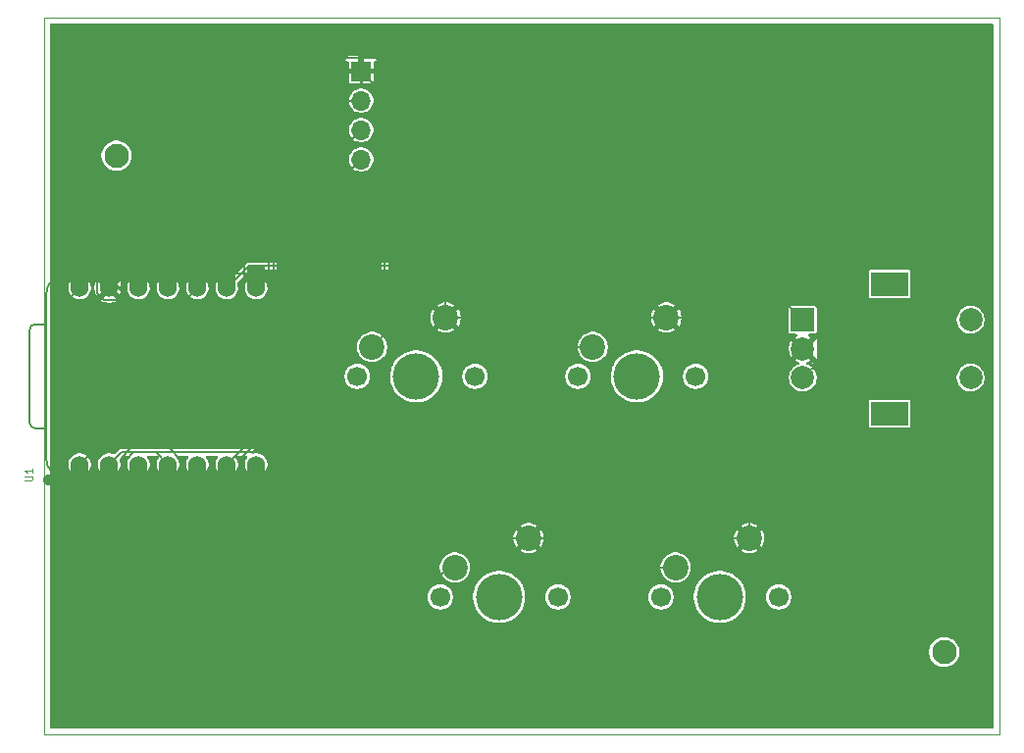
<source format=gts>
%TF.GenerationSoftware,KiCad,Pcbnew,9.0.6-9.0.6~ubuntu22.04.1*%
%TF.CreationDate,2025-12-07T13:09:57+04:00*%
%TF.ProjectId,HackPad,4861636b-5061-4642-9e6b-696361645f70,rev?*%
%TF.SameCoordinates,Original*%
%TF.FileFunction,Soldermask,Top*%
%TF.FilePolarity,Negative*%
%FSLAX46Y46*%
G04 Gerber Fmt 4.6, Leading zero omitted, Abs format (unit mm)*
G04 Created by KiCad (PCBNEW 9.0.6-9.0.6~ubuntu22.04.1) date 2025-12-07 13:09:57*
%MOMM*%
%LPD*%
G01*
G04 APERTURE LIST*
G04 Aperture macros list*
%AMRoundRect*
0 Rectangle with rounded corners*
0 $1 Rounding radius*
0 $2 $3 $4 $5 $6 $7 $8 $9 X,Y pos of 4 corners*
0 Add a 4 corners polygon primitive as box body*
4,1,4,$2,$3,$4,$5,$6,$7,$8,$9,$2,$3,0*
0 Add four circle primitives for the rounded corners*
1,1,$1+$1,$2,$3*
1,1,$1+$1,$4,$5*
1,1,$1+$1,$6,$7*
1,1,$1+$1,$8,$9*
0 Add four rect primitives between the rounded corners*
20,1,$1+$1,$2,$3,$4,$5,0*
20,1,$1+$1,$4,$5,$6,$7,0*
20,1,$1+$1,$6,$7,$8,$9,0*
20,1,$1+$1,$8,$9,$2,$3,0*%
G04 Aperture macros list end*
%ADD10C,1.700000*%
%ADD11C,4.000000*%
%ADD12C,2.200000*%
%ADD13C,2.100000*%
%ADD14R,1.600000X0.850000*%
%ADD15R,1.700000X1.700000*%
%ADD16O,1.700000X1.700000*%
%ADD17R,2.000000X2.000000*%
%ADD18C,2.000000*%
%ADD19R,3.200000X2.000000*%
%ADD20RoundRect,0.152400X-0.609600X1.063600X-0.609600X-1.063600X0.609600X-1.063600X0.609600X1.063600X0*%
%ADD21C,1.524000*%
%ADD22RoundRect,0.152400X0.609600X-1.063600X0.609600X1.063600X-0.609600X1.063600X-0.609600X-1.063600X0*%
%TA.AperFunction,ComponentPad*%
%ADD23C,2.200000*%
%TD*%
%TA.AperFunction,ComponentPad*%
%ADD24R,1.700000X1.700000*%
%TD*%
%TA.AperFunction,ComponentPad*%
%ADD25O,1.700000X1.700000*%
%TD*%
%TA.AperFunction,ComponentPad*%
%ADD26R,2.000000X2.000000*%
%TD*%
%TA.AperFunction,ComponentPad*%
%ADD27C,2.000000*%
%TD*%
%TA.AperFunction,ComponentPad*%
%ADD28R,3.200000X2.000000*%
%TD*%
%TA.AperFunction,ComponentPad*%
%ADD29C,1.524000*%
%TD*%
%TA.AperFunction,Conductor*%
%ADD30C,0.200000*%
%TD*%
%ADD31C,0.300000*%
%TA.AperFunction,NonConductor*%
%ADD32C,0.300000*%
%TD*%
%TA.AperFunction,SMDPad,CuDef*%
%ADD33R,1.600000X0.850000*%
%TD*%
%TA.AperFunction,SMDPad,CuDef*%
%ADD34RoundRect,0.152400X-0.609600X1.063600X-0.609600X-1.063600X0.609600X-1.063600X0.609600X1.063600X0*%
%TD*%
%TA.AperFunction,SMDPad,CuDef*%
%ADD35RoundRect,0.152400X0.609600X-1.063600X0.609600X1.063600X-0.609600X1.063600X-0.609600X-1.063600X0*%
%TD*%
%ADD36C,0.150000*%
%ADD37C,0.101600*%
%ADD38C,0.120000*%
%ADD39C,0.127000*%
%ADD40C,0.100000*%
%ADD41C,0.504000*%
%TA.AperFunction,Profile*%
%ADD42C,0.050000*%
%TD*%
G04 APERTURE END LIST*
D10*
%TO.C,SW1*%
X63658750Y-57150000D03*
D11*
X68738750Y-57150000D03*
D10*
X73818750Y-57150000D03*
D12*
X71278750Y-52070000D03*
X64928750Y-54610000D03*
%TD*%
D13*
%TO.C,REF\u002A\u002A*%
X42862500Y-38100000D03*
%TD*%
D10*
%TO.C,SW4*%
X89852500Y-76200000D03*
D11*
X94932500Y-76200000D03*
D10*
X100012500Y-76200000D03*
D12*
X97472500Y-71120000D03*
X91122500Y-73660000D03*
%TD*%
D14*
%TO.C,D1*%
X57463750Y-72943750D03*
X57463750Y-74693750D03*
X60963750Y-74693750D03*
X60963750Y-72943750D03*
%TD*%
D10*
%TO.C,SW3*%
X70802500Y-76200000D03*
D11*
X75882500Y-76200000D03*
D10*
X80962500Y-76200000D03*
D12*
X78422500Y-71120000D03*
X72072500Y-73660000D03*
%TD*%
D15*
%TO.C,J1*%
X63976250Y-30797500D03*
D16*
X63976250Y-33337500D03*
X63976250Y-35877500D03*
X63976250Y-38417500D03*
%TD*%
D14*
%TO.C,D2*%
X57463750Y-80087500D03*
X57463750Y-81837500D03*
X60963750Y-81837500D03*
X60963750Y-80087500D03*
%TD*%
D13*
%TO.C,REF\u002A\u002A*%
X114300000Y-80962500D03*
%TD*%
D10*
%TO.C,SW2*%
X82708750Y-57150000D03*
D11*
X87788750Y-57150000D03*
D10*
X92868750Y-57150000D03*
D12*
X90328750Y-52070000D03*
X83978750Y-54610000D03*
%TD*%
D17*
%TO.C,SW5*%
X102095000Y-52268750D03*
D18*
X102095000Y-57268750D03*
X102095000Y-54768750D03*
D19*
X109595000Y-49168750D03*
X109595000Y-60368750D03*
D18*
X116595000Y-57268750D03*
X116595000Y-52268750D03*
%TD*%
D20*
%TO.C,U1*%
X39687500Y-65605000D03*
D21*
X39687500Y-64770000D03*
D20*
X42227500Y-65605000D03*
D21*
X42227500Y-64770000D03*
D20*
X44767500Y-65605000D03*
D21*
X44767500Y-64770000D03*
D20*
X47307500Y-65605000D03*
D21*
X47307500Y-64770000D03*
D20*
X49847500Y-65605000D03*
D21*
X49847500Y-64770000D03*
D20*
X52387500Y-65605000D03*
D21*
X52387500Y-64770000D03*
D20*
X54927500Y-65605000D03*
D21*
X54927500Y-64770000D03*
X54927500Y-49530000D03*
D22*
X54927500Y-48695000D03*
D21*
X52387500Y-49530000D03*
D22*
X52387500Y-48695000D03*
D21*
X49847500Y-49530000D03*
D22*
X49847500Y-48695000D03*
D21*
X47307500Y-49530000D03*
D22*
X47307500Y-48695000D03*
D21*
X44767500Y-49530000D03*
D22*
X44767500Y-48695000D03*
D21*
X42227500Y-49530000D03*
D22*
X42227500Y-48695000D03*
D21*
X39687500Y-49530000D03*
D22*
X39687500Y-48695000D03*
%TD*%
D23*
%TO.P,SW1,1,1*%
%TO.N,GND*%
X71278750Y-52070000D03*
%TO.P,SW1,2,2*%
%TO.N,Net-(U1-GPIO26{slash}ADC0{slash}A0)*%
X64928750Y-54610000D03*
%TD*%
%TO.P,SW4,1,1*%
%TO.N,GND*%
X97472500Y-71120000D03*
%TO.P,SW4,2,2*%
%TO.N,Net-(U1-GPIO29{slash}ADC3{slash}A3)*%
X91122500Y-73660000D03*
%TD*%
%TO.P,SW3,1,1*%
%TO.N,GND*%
X78422500Y-71120000D03*
%TO.P,SW3,2,2*%
%TO.N,Net-(U1-GPIO28{slash}ADC2{slash}A2)*%
X72072500Y-73660000D03*
%TD*%
D24*
%TO.P,J1,1,Pin_1*%
%TO.N,GND*%
X63976250Y-30797500D03*
D25*
%TO.P,J1,2,Pin_2*%
%TO.N,Net-(J1-Pin_2)*%
X63976250Y-33337500D03*
%TO.P,J1,3,Pin_3*%
%TO.N,Net-(J1-Pin_3)*%
X63976250Y-35877500D03*
%TO.P,J1,4,Pin_4*%
%TO.N,Net-(J1-Pin_4)*%
X63976250Y-38417500D03*
%TD*%
D23*
%TO.P,SW2,1,1*%
%TO.N,GND*%
X90328750Y-52070000D03*
%TO.P,SW2,2,2*%
%TO.N,Net-(U1-GPIO27{slash}ADC1{slash}A1)*%
X83978750Y-54610000D03*
%TD*%
D26*
%TO.P,SW5,A,A*%
%TO.N,Net-(U1-GPIO2{slash}SCK)*%
X102095000Y-52268750D03*
D27*
%TO.P,SW5,B,B*%
%TO.N,Net-(U1-GPIO4{slash}MISO)*%
X102095000Y-57268750D03*
%TO.P,SW5,C,C*%
%TO.N,GND*%
X102095000Y-54768750D03*
D28*
%TO.P,SW5,MP*%
%TO.N,N/C*%
X109595000Y-49168750D03*
X109595000Y-60368750D03*
D27*
%TO.P,SW5,S1*%
X116595000Y-57268750D03*
%TO.P,SW5,S2*%
X116595000Y-52268750D03*
%TD*%
D29*
%TO.P,U1,1,GPIO26/ADC0/A0*%
%TO.N,Net-(U1-GPIO26{slash}ADC0{slash}A0)*%
X39687500Y-64770000D03*
%TO.P,U1,2,GPIO27/ADC1/A1*%
%TO.N,Net-(U1-GPIO27{slash}ADC1{slash}A1)*%
X42227500Y-64770000D03*
%TO.P,U1,3,GPIO28/ADC2/A2*%
%TO.N,Net-(U1-GPIO28{slash}ADC2{slash}A2)*%
X44767500Y-64770000D03*
%TO.P,U1,4,GPIO29/ADC3/A3*%
%TO.N,Net-(U1-GPIO29{slash}ADC3{slash}A3)*%
X47307500Y-64770000D03*
%TO.P,U1,5,GPIO6/SDA*%
%TO.N,Net-(J1-Pin_4)*%
X49847500Y-64770000D03*
%TO.P,U1,6,GPIO7/SCL*%
%TO.N,Net-(J1-Pin_3)*%
X52387500Y-64770000D03*
%TO.P,U1,7,GPIO0/TX*%
%TO.N,Net-(D1-DIN)*%
X54927500Y-64770000D03*
%TO.P,U1,8,GPIO1/RX*%
%TO.N,unconnected-(U1-GPIO1{slash}RX-Pad8)*%
X54927500Y-49530000D03*
%TO.P,U1,9,GPIO2/SCK*%
%TO.N,Net-(U1-GPIO2{slash}SCK)*%
X52387500Y-49530000D03*
%TO.P,U1,10,GPIO4/MISO*%
%TO.N,Net-(U1-GPIO4{slash}MISO)*%
X49847500Y-49530000D03*
%TO.P,U1,11,GPIO3/MOSI*%
%TO.N,unconnected-(U1-GPIO3{slash}MOSI-Pad11)*%
X47307500Y-49530000D03*
%TO.P,U1,12,3V3*%
%TO.N,Net-(J1-Pin_2)*%
X44767500Y-49530000D03*
%TO.P,U1,13,GND*%
%TO.N,GND*%
X42227500Y-49530000D03*
%TO.P,U1,14,VBUS*%
%TO.N,+5V*%
X39687500Y-49530000D03*
%TD*%
D30*
%TO.N,Net-(U1-GPIO27{slash}ADC1{slash}A1)*%
X83978750Y-54610000D02*
X74603566Y-54610000D01*
X43290500Y-63707000D02*
X42227500Y-64770000D01*
X65506566Y-63707000D02*
X43290500Y-63707000D01*
X74603566Y-54610000D02*
X65506566Y-63707000D01*
%TO.N,Net-(U1-GPIO2{slash}SCK)*%
X97451250Y-47625000D02*
X54292500Y-47625000D01*
X54292500Y-47625000D02*
X52387500Y-49530000D01*
X102095000Y-52268750D02*
X97451250Y-47625000D01*
%TD*%
%TA.AperFunction,Conductor*%
%TO.N,GND*%
G36*
X118505039Y-26713935D02*
G01*
X118550794Y-26766739D01*
X118562000Y-26818250D01*
X118562000Y-87481750D01*
X118542315Y-87548789D01*
X118489511Y-87594544D01*
X118438000Y-87605750D01*
X37212432Y-87605750D01*
X37145393Y-87586065D01*
X37099638Y-87533261D01*
X37088432Y-87481750D01*
X37088432Y-80860148D01*
X112999500Y-80860148D01*
X112999500Y-81064851D01*
X113031522Y-81267034D01*
X113094781Y-81461723D01*
X113187715Y-81644113D01*
X113308028Y-81809713D01*
X113452786Y-81954471D01*
X113607749Y-82067056D01*
X113618390Y-82074787D01*
X113734607Y-82134003D01*
X113800776Y-82167718D01*
X113800778Y-82167718D01*
X113800781Y-82167720D01*
X113905137Y-82201627D01*
X113995465Y-82230977D01*
X114096557Y-82246988D01*
X114197648Y-82263000D01*
X114197649Y-82263000D01*
X114402351Y-82263000D01*
X114402352Y-82263000D01*
X114604534Y-82230977D01*
X114799219Y-82167720D01*
X114981610Y-82074787D01*
X115074590Y-82007232D01*
X115147213Y-81954471D01*
X115147215Y-81954468D01*
X115147219Y-81954466D01*
X115291966Y-81809719D01*
X115291968Y-81809715D01*
X115291971Y-81809713D01*
X115344732Y-81737090D01*
X115412287Y-81644110D01*
X115505220Y-81461719D01*
X115568477Y-81267034D01*
X115600500Y-81064852D01*
X115600500Y-80860148D01*
X115568477Y-80657966D01*
X115505220Y-80463281D01*
X115505218Y-80463278D01*
X115505218Y-80463276D01*
X115471503Y-80397107D01*
X115412287Y-80280890D01*
X115404556Y-80270249D01*
X115291971Y-80115286D01*
X115147213Y-79970528D01*
X114981613Y-79850215D01*
X114981612Y-79850214D01*
X114981610Y-79850213D01*
X114924653Y-79821191D01*
X114799223Y-79757281D01*
X114604534Y-79694022D01*
X114429995Y-79666378D01*
X114402352Y-79662000D01*
X114197648Y-79662000D01*
X114173329Y-79665851D01*
X113995465Y-79694022D01*
X113800776Y-79757281D01*
X113618386Y-79850215D01*
X113452786Y-79970528D01*
X113308028Y-80115286D01*
X113187715Y-80280886D01*
X113094781Y-80463276D01*
X113031522Y-80657965D01*
X112999500Y-80860148D01*
X37088432Y-80860148D01*
X37088432Y-76113389D01*
X69702000Y-76113389D01*
X69702000Y-76286611D01*
X69729098Y-76457701D01*
X69782627Y-76622445D01*
X69861268Y-76776788D01*
X69963086Y-76916928D01*
X70085572Y-77039414D01*
X70225712Y-77141232D01*
X70380055Y-77219873D01*
X70544799Y-77273402D01*
X70715889Y-77300500D01*
X70715890Y-77300500D01*
X70889110Y-77300500D01*
X70889111Y-77300500D01*
X71060201Y-77273402D01*
X71224945Y-77219873D01*
X71379288Y-77141232D01*
X71519428Y-77039414D01*
X71641914Y-76916928D01*
X71743732Y-76776788D01*
X71822373Y-76622445D01*
X71875902Y-76457701D01*
X71903000Y-76286611D01*
X71903000Y-76113389D01*
X71893354Y-76052486D01*
X73632000Y-76052486D01*
X73632000Y-76347513D01*
X73664071Y-76591113D01*
X73670507Y-76639993D01*
X73744712Y-76916930D01*
X73746861Y-76924951D01*
X73746864Y-76924961D01*
X73859754Y-77197500D01*
X73859758Y-77197510D01*
X74007261Y-77452993D01*
X74186852Y-77687040D01*
X74186858Y-77687047D01*
X74395452Y-77895641D01*
X74395459Y-77895647D01*
X74629506Y-78075238D01*
X74884989Y-78222741D01*
X74884990Y-78222741D01*
X74884993Y-78222743D01*
X75157548Y-78335639D01*
X75442507Y-78411993D01*
X75734994Y-78450500D01*
X75735001Y-78450500D01*
X76029999Y-78450500D01*
X76030006Y-78450500D01*
X76322493Y-78411993D01*
X76607452Y-78335639D01*
X76880007Y-78222743D01*
X77135494Y-78075238D01*
X77369542Y-77895646D01*
X77578146Y-77687042D01*
X77757738Y-77452994D01*
X77905243Y-77197507D01*
X78018139Y-76924952D01*
X78094493Y-76639993D01*
X78133000Y-76347506D01*
X78133000Y-76113389D01*
X79862000Y-76113389D01*
X79862000Y-76286611D01*
X79889098Y-76457701D01*
X79942627Y-76622445D01*
X80021268Y-76776788D01*
X80123086Y-76916928D01*
X80245572Y-77039414D01*
X80385712Y-77141232D01*
X80540055Y-77219873D01*
X80704799Y-77273402D01*
X80875889Y-77300500D01*
X80875890Y-77300500D01*
X81049110Y-77300500D01*
X81049111Y-77300500D01*
X81220201Y-77273402D01*
X81384945Y-77219873D01*
X81539288Y-77141232D01*
X81679428Y-77039414D01*
X81801914Y-76916928D01*
X81903732Y-76776788D01*
X81982373Y-76622445D01*
X82035902Y-76457701D01*
X82063000Y-76286611D01*
X82063000Y-76113389D01*
X88752000Y-76113389D01*
X88752000Y-76286611D01*
X88779098Y-76457701D01*
X88832627Y-76622445D01*
X88911268Y-76776788D01*
X89013086Y-76916928D01*
X89135572Y-77039414D01*
X89275712Y-77141232D01*
X89430055Y-77219873D01*
X89594799Y-77273402D01*
X89765889Y-77300500D01*
X89765890Y-77300500D01*
X89939110Y-77300500D01*
X89939111Y-77300500D01*
X90110201Y-77273402D01*
X90274945Y-77219873D01*
X90429288Y-77141232D01*
X90569428Y-77039414D01*
X90691914Y-76916928D01*
X90793732Y-76776788D01*
X90872373Y-76622445D01*
X90925902Y-76457701D01*
X90953000Y-76286611D01*
X90953000Y-76113389D01*
X90943354Y-76052486D01*
X92682000Y-76052486D01*
X92682000Y-76347513D01*
X92714071Y-76591113D01*
X92720507Y-76639993D01*
X92794712Y-76916930D01*
X92796861Y-76924951D01*
X92796864Y-76924961D01*
X92909754Y-77197500D01*
X92909758Y-77197510D01*
X93057261Y-77452993D01*
X93236852Y-77687040D01*
X93236858Y-77687047D01*
X93445452Y-77895641D01*
X93445459Y-77895647D01*
X93679506Y-78075238D01*
X93934989Y-78222741D01*
X93934990Y-78222741D01*
X93934993Y-78222743D01*
X94207548Y-78335639D01*
X94492507Y-78411993D01*
X94784994Y-78450500D01*
X94785001Y-78450500D01*
X95079999Y-78450500D01*
X95080006Y-78450500D01*
X95372493Y-78411993D01*
X95657452Y-78335639D01*
X95930007Y-78222743D01*
X96185494Y-78075238D01*
X96419542Y-77895646D01*
X96628146Y-77687042D01*
X96807738Y-77452994D01*
X96955243Y-77197507D01*
X97068139Y-76924952D01*
X97144493Y-76639993D01*
X97183000Y-76347506D01*
X97183000Y-76113389D01*
X98912000Y-76113389D01*
X98912000Y-76286611D01*
X98939098Y-76457701D01*
X98992627Y-76622445D01*
X99071268Y-76776788D01*
X99173086Y-76916928D01*
X99295572Y-77039414D01*
X99435712Y-77141232D01*
X99590055Y-77219873D01*
X99754799Y-77273402D01*
X99925889Y-77300500D01*
X99925890Y-77300500D01*
X100099110Y-77300500D01*
X100099111Y-77300500D01*
X100270201Y-77273402D01*
X100434945Y-77219873D01*
X100589288Y-77141232D01*
X100729428Y-77039414D01*
X100851914Y-76916928D01*
X100953732Y-76776788D01*
X101032373Y-76622445D01*
X101085902Y-76457701D01*
X101113000Y-76286611D01*
X101113000Y-76113389D01*
X101085902Y-75942299D01*
X101032373Y-75777555D01*
X100953732Y-75623212D01*
X100851914Y-75483072D01*
X100729428Y-75360586D01*
X100589288Y-75258768D01*
X100434945Y-75180127D01*
X100270201Y-75126598D01*
X100270199Y-75126597D01*
X100270198Y-75126597D01*
X100138771Y-75105781D01*
X100099111Y-75099500D01*
X99925889Y-75099500D01*
X99886228Y-75105781D01*
X99754802Y-75126597D01*
X99590052Y-75180128D01*
X99435711Y-75258768D01*
X99355756Y-75316859D01*
X99295572Y-75360586D01*
X99295570Y-75360588D01*
X99295569Y-75360588D01*
X99173088Y-75483069D01*
X99173088Y-75483070D01*
X99173086Y-75483072D01*
X99129359Y-75543256D01*
X99071268Y-75623211D01*
X98992628Y-75777552D01*
X98939097Y-75942302D01*
X98912000Y-76113389D01*
X97183000Y-76113389D01*
X97183000Y-76052494D01*
X97144493Y-75760007D01*
X97068139Y-75475048D01*
X96955243Y-75202493D01*
X96807738Y-74947006D01*
X96628146Y-74712958D01*
X96628141Y-74712952D01*
X96419547Y-74504358D01*
X96419540Y-74504352D01*
X96185493Y-74324761D01*
X95930010Y-74177258D01*
X95930000Y-74177254D01*
X95657461Y-74064364D01*
X95657454Y-74064362D01*
X95657452Y-74064361D01*
X95372493Y-73988007D01*
X95323613Y-73981571D01*
X95080013Y-73949500D01*
X95080006Y-73949500D01*
X94784994Y-73949500D01*
X94784986Y-73949500D01*
X94506585Y-73986153D01*
X94492507Y-73988007D01*
X94207548Y-74064361D01*
X94207538Y-74064364D01*
X93934999Y-74177254D01*
X93934989Y-74177258D01*
X93679506Y-74324761D01*
X93445459Y-74504352D01*
X93445452Y-74504358D01*
X93236858Y-74712952D01*
X93236852Y-74712959D01*
X93057261Y-74947006D01*
X92909758Y-75202489D01*
X92909754Y-75202499D01*
X92796864Y-75475038D01*
X92796861Y-75475048D01*
X92720508Y-75760004D01*
X92720506Y-75760015D01*
X92682000Y-76052486D01*
X90943354Y-76052486D01*
X90925902Y-75942299D01*
X90872373Y-75777555D01*
X90793732Y-75623212D01*
X90691914Y-75483072D01*
X90569428Y-75360586D01*
X90429288Y-75258768D01*
X90274945Y-75180127D01*
X90110201Y-75126598D01*
X90110199Y-75126597D01*
X90110198Y-75126597D01*
X89978771Y-75105781D01*
X89939111Y-75099500D01*
X89765889Y-75099500D01*
X89726228Y-75105781D01*
X89594802Y-75126597D01*
X89430052Y-75180128D01*
X89275711Y-75258768D01*
X89195756Y-75316859D01*
X89135572Y-75360586D01*
X89135570Y-75360588D01*
X89135569Y-75360588D01*
X89013088Y-75483069D01*
X89013088Y-75483070D01*
X89013086Y-75483072D01*
X88969359Y-75543256D01*
X88911268Y-75623211D01*
X88832628Y-75777552D01*
X88779097Y-75942302D01*
X88752000Y-76113389D01*
X82063000Y-76113389D01*
X82035902Y-75942299D01*
X81982373Y-75777555D01*
X81903732Y-75623212D01*
X81801914Y-75483072D01*
X81679428Y-75360586D01*
X81539288Y-75258768D01*
X81384945Y-75180127D01*
X81220201Y-75126598D01*
X81220199Y-75126597D01*
X81220198Y-75126597D01*
X81088771Y-75105781D01*
X81049111Y-75099500D01*
X80875889Y-75099500D01*
X80836228Y-75105781D01*
X80704802Y-75126597D01*
X80540052Y-75180128D01*
X80385711Y-75258768D01*
X80305756Y-75316859D01*
X80245572Y-75360586D01*
X80245570Y-75360588D01*
X80245569Y-75360588D01*
X80123088Y-75483069D01*
X80123088Y-75483070D01*
X80123086Y-75483072D01*
X80079359Y-75543256D01*
X80021268Y-75623211D01*
X79942628Y-75777552D01*
X79889097Y-75942302D01*
X79862000Y-76113389D01*
X78133000Y-76113389D01*
X78133000Y-76052494D01*
X78094493Y-75760007D01*
X78018139Y-75475048D01*
X77905243Y-75202493D01*
X77757738Y-74947006D01*
X77578146Y-74712958D01*
X77578141Y-74712952D01*
X77369547Y-74504358D01*
X77369540Y-74504352D01*
X77135493Y-74324761D01*
X76880010Y-74177258D01*
X76880000Y-74177254D01*
X76607461Y-74064364D01*
X76607454Y-74064362D01*
X76607452Y-74064361D01*
X76322493Y-73988007D01*
X76273613Y-73981571D01*
X76030013Y-73949500D01*
X76030006Y-73949500D01*
X75734994Y-73949500D01*
X75734986Y-73949500D01*
X75456585Y-73986153D01*
X75442507Y-73988007D01*
X75157548Y-74064361D01*
X75157538Y-74064364D01*
X74884999Y-74177254D01*
X74884989Y-74177258D01*
X74629506Y-74324761D01*
X74395459Y-74504352D01*
X74395452Y-74504358D01*
X74186858Y-74712952D01*
X74186852Y-74712959D01*
X74007261Y-74947006D01*
X73859758Y-75202489D01*
X73859754Y-75202499D01*
X73746864Y-75475038D01*
X73746861Y-75475048D01*
X73670508Y-75760004D01*
X73670506Y-75760015D01*
X73632000Y-76052486D01*
X71893354Y-76052486D01*
X71875902Y-75942299D01*
X71822373Y-75777555D01*
X71743732Y-75623212D01*
X71641914Y-75483072D01*
X71519428Y-75360586D01*
X71379288Y-75258768D01*
X71224945Y-75180127D01*
X71060201Y-75126598D01*
X71060199Y-75126597D01*
X71060198Y-75126597D01*
X70928771Y-75105781D01*
X70889111Y-75099500D01*
X70715889Y-75099500D01*
X70676228Y-75105781D01*
X70544802Y-75126597D01*
X70380052Y-75180128D01*
X70225711Y-75258768D01*
X70145756Y-75316859D01*
X70085572Y-75360586D01*
X70085570Y-75360588D01*
X70085569Y-75360588D01*
X69963088Y-75483069D01*
X69963088Y-75483070D01*
X69963086Y-75483072D01*
X69919359Y-75543256D01*
X69861268Y-75623211D01*
X69782628Y-75777552D01*
X69729097Y-75942302D01*
X69702000Y-76113389D01*
X37088432Y-76113389D01*
X37088432Y-73557648D01*
X70772000Y-73557648D01*
X70772000Y-73762351D01*
X70804022Y-73964534D01*
X70867281Y-74159223D01*
X70960215Y-74341613D01*
X71080528Y-74507213D01*
X71225286Y-74651971D01*
X71380249Y-74764556D01*
X71390890Y-74772287D01*
X71507107Y-74831503D01*
X71573276Y-74865218D01*
X71573278Y-74865218D01*
X71573281Y-74865220D01*
X71677637Y-74899127D01*
X71767965Y-74928477D01*
X71869057Y-74944488D01*
X71970148Y-74960500D01*
X71970149Y-74960500D01*
X72174851Y-74960500D01*
X72174852Y-74960500D01*
X72377034Y-74928477D01*
X72571719Y-74865220D01*
X72754110Y-74772287D01*
X72847090Y-74704732D01*
X72919713Y-74651971D01*
X72919715Y-74651968D01*
X72919719Y-74651966D01*
X73064466Y-74507219D01*
X73064468Y-74507215D01*
X73064471Y-74507213D01*
X73117232Y-74434590D01*
X73184787Y-74341610D01*
X73277720Y-74159219D01*
X73340977Y-73964534D01*
X73373000Y-73762352D01*
X73373000Y-73557648D01*
X89822000Y-73557648D01*
X89822000Y-73762351D01*
X89854022Y-73964534D01*
X89917281Y-74159223D01*
X90010215Y-74341613D01*
X90130528Y-74507213D01*
X90275286Y-74651971D01*
X90430249Y-74764556D01*
X90440890Y-74772287D01*
X90557107Y-74831503D01*
X90623276Y-74865218D01*
X90623278Y-74865218D01*
X90623281Y-74865220D01*
X90727637Y-74899127D01*
X90817965Y-74928477D01*
X90919057Y-74944488D01*
X91020148Y-74960500D01*
X91020149Y-74960500D01*
X91224851Y-74960500D01*
X91224852Y-74960500D01*
X91427034Y-74928477D01*
X91621719Y-74865220D01*
X91804110Y-74772287D01*
X91897090Y-74704732D01*
X91969713Y-74651971D01*
X91969715Y-74651968D01*
X91969719Y-74651966D01*
X92114466Y-74507219D01*
X92114468Y-74507215D01*
X92114471Y-74507213D01*
X92167232Y-74434590D01*
X92234787Y-74341610D01*
X92327720Y-74159219D01*
X92390977Y-73964534D01*
X92423000Y-73762352D01*
X92423000Y-73557648D01*
X92390977Y-73355466D01*
X92327720Y-73160781D01*
X92327718Y-73160778D01*
X92327718Y-73160776D01*
X92294003Y-73094607D01*
X92234787Y-72978390D01*
X92227056Y-72967749D01*
X92114471Y-72812786D01*
X91969713Y-72668028D01*
X91804114Y-72547715D01*
X91666262Y-72477476D01*
X91666259Y-72477473D01*
X91621728Y-72454783D01*
X91427034Y-72391522D01*
X91252495Y-72363878D01*
X91224852Y-72359500D01*
X91020148Y-72359500D01*
X90995829Y-72363351D01*
X90817965Y-72391522D01*
X90623276Y-72454781D01*
X90440886Y-72547715D01*
X90275286Y-72668028D01*
X90130528Y-72812786D01*
X90010215Y-72978386D01*
X89917281Y-73160776D01*
X89854022Y-73355465D01*
X89822000Y-73557648D01*
X73373000Y-73557648D01*
X73340977Y-73355466D01*
X73277720Y-73160781D01*
X73277718Y-73160778D01*
X73277718Y-73160776D01*
X73244003Y-73094607D01*
X73184787Y-72978390D01*
X73177056Y-72967749D01*
X73064471Y-72812786D01*
X72919713Y-72668028D01*
X72754114Y-72547715D01*
X72616262Y-72477476D01*
X72616259Y-72477473D01*
X72571728Y-72454783D01*
X72377034Y-72391522D01*
X72202495Y-72363878D01*
X72174852Y-72359500D01*
X71970148Y-72359500D01*
X71945829Y-72363351D01*
X71767965Y-72391522D01*
X71573276Y-72454781D01*
X71390886Y-72547715D01*
X71225286Y-72668028D01*
X71080528Y-72812786D01*
X70960215Y-72978386D01*
X70867281Y-73160776D01*
X70804022Y-73355465D01*
X70772000Y-73557648D01*
X37088432Y-73557648D01*
X37088432Y-70994071D01*
X76822500Y-70994071D01*
X76822500Y-71245928D01*
X76861897Y-71494669D01*
X76939719Y-71734184D01*
X77054057Y-71958583D01*
X77128248Y-72060697D01*
X77128248Y-72060698D01*
X77744921Y-71444024D01*
X77757859Y-71475258D01*
X77839937Y-71598097D01*
X77944403Y-71702563D01*
X78067242Y-71784641D01*
X78098474Y-71797577D01*
X77481800Y-72414250D01*
X77583916Y-72488442D01*
X77808315Y-72602780D01*
X78047830Y-72680602D01*
X78296572Y-72720000D01*
X78548428Y-72720000D01*
X78797169Y-72680602D01*
X79036684Y-72602780D01*
X79261075Y-72488446D01*
X79261081Y-72488442D01*
X79363197Y-72414250D01*
X79363198Y-72414250D01*
X78746525Y-71797578D01*
X78777758Y-71784641D01*
X78900597Y-71702563D01*
X79005063Y-71598097D01*
X79087141Y-71475258D01*
X79100077Y-71444025D01*
X79716750Y-72060698D01*
X79716750Y-72060697D01*
X79790942Y-71958581D01*
X79790946Y-71958575D01*
X79905280Y-71734184D01*
X79983102Y-71494669D01*
X80022500Y-71245928D01*
X80022500Y-70994071D01*
X95872500Y-70994071D01*
X95872500Y-71245928D01*
X95911897Y-71494669D01*
X95989719Y-71734184D01*
X96104057Y-71958583D01*
X96178248Y-72060697D01*
X96178248Y-72060698D01*
X96794921Y-71444024D01*
X96807859Y-71475258D01*
X96889937Y-71598097D01*
X96994403Y-71702563D01*
X97117242Y-71784641D01*
X97148474Y-71797577D01*
X96531800Y-72414250D01*
X96633916Y-72488442D01*
X96858315Y-72602780D01*
X97097830Y-72680602D01*
X97346572Y-72720000D01*
X97598428Y-72720000D01*
X97847169Y-72680602D01*
X98086684Y-72602780D01*
X98311075Y-72488446D01*
X98311081Y-72488442D01*
X98413197Y-72414250D01*
X98413198Y-72414250D01*
X97796525Y-71797578D01*
X97827758Y-71784641D01*
X97950597Y-71702563D01*
X98055063Y-71598097D01*
X98137141Y-71475258D01*
X98150077Y-71444025D01*
X98766750Y-72060698D01*
X98766750Y-72060697D01*
X98840942Y-71958581D01*
X98840946Y-71958575D01*
X98955280Y-71734184D01*
X99033102Y-71494669D01*
X99072500Y-71245928D01*
X99072500Y-70994071D01*
X99033102Y-70745330D01*
X98955280Y-70505815D01*
X98840942Y-70281416D01*
X98766750Y-70179301D01*
X98766750Y-70179300D01*
X98150077Y-70795973D01*
X98137141Y-70764742D01*
X98055063Y-70641903D01*
X97950597Y-70537437D01*
X97827758Y-70455359D01*
X97796524Y-70442421D01*
X98413198Y-69825748D01*
X98311083Y-69751557D01*
X98086684Y-69637219D01*
X97847169Y-69559397D01*
X97598428Y-69520000D01*
X97346572Y-69520000D01*
X97097830Y-69559397D01*
X96858315Y-69637219D01*
X96633913Y-69751559D01*
X96531801Y-69825747D01*
X96531800Y-69825748D01*
X97148474Y-70442421D01*
X97117242Y-70455359D01*
X96994403Y-70537437D01*
X96889937Y-70641903D01*
X96807859Y-70764742D01*
X96794921Y-70795974D01*
X96178248Y-70179300D01*
X96178247Y-70179301D01*
X96104059Y-70281413D01*
X95989719Y-70505815D01*
X95911897Y-70745330D01*
X95872500Y-70994071D01*
X80022500Y-70994071D01*
X79983102Y-70745330D01*
X79905280Y-70505815D01*
X79790942Y-70281416D01*
X79716750Y-70179301D01*
X79716750Y-70179300D01*
X79100077Y-70795973D01*
X79087141Y-70764742D01*
X79005063Y-70641903D01*
X78900597Y-70537437D01*
X78777758Y-70455359D01*
X78746524Y-70442421D01*
X79363198Y-69825748D01*
X79261083Y-69751557D01*
X79036684Y-69637219D01*
X78797169Y-69559397D01*
X78548428Y-69520000D01*
X78296572Y-69520000D01*
X78047830Y-69559397D01*
X77808315Y-69637219D01*
X77583913Y-69751559D01*
X77481801Y-69825747D01*
X77481800Y-69825748D01*
X78098474Y-70442421D01*
X78067242Y-70455359D01*
X77944403Y-70537437D01*
X77839937Y-70641903D01*
X77757859Y-70764742D01*
X77744921Y-70795974D01*
X77128248Y-70179300D01*
X77128247Y-70179301D01*
X77054059Y-70281413D01*
X76939719Y-70505815D01*
X76861897Y-70745330D01*
X76822500Y-70994071D01*
X37088432Y-70994071D01*
X37088432Y-64675197D01*
X38725000Y-64675197D01*
X38725000Y-64864802D01*
X38761986Y-65050743D01*
X38761988Y-65050751D01*
X38834542Y-65225912D01*
X38939877Y-65383558D01*
X39073941Y-65517622D01*
X39178800Y-65587686D01*
X39231585Y-65622956D01*
X39406749Y-65695512D01*
X39592697Y-65732499D01*
X39592701Y-65732500D01*
X39592702Y-65732500D01*
X39782299Y-65732500D01*
X39782300Y-65732499D01*
X39968251Y-65695512D01*
X40143415Y-65622956D01*
X40301058Y-65517622D01*
X40435122Y-65383558D01*
X40540456Y-65225915D01*
X40613012Y-65050751D01*
X40650000Y-64864798D01*
X40650000Y-64675202D01*
X40649999Y-64675197D01*
X41265000Y-64675197D01*
X41265000Y-64864802D01*
X41301986Y-65050743D01*
X41301988Y-65050751D01*
X41374542Y-65225912D01*
X41479877Y-65383558D01*
X41613941Y-65517622D01*
X41718800Y-65587686D01*
X41771585Y-65622956D01*
X41946749Y-65695512D01*
X42132697Y-65732499D01*
X42132701Y-65732500D01*
X42132702Y-65732500D01*
X42322299Y-65732500D01*
X42322300Y-65732499D01*
X42508251Y-65695512D01*
X42683415Y-65622956D01*
X42841058Y-65517622D01*
X42975122Y-65383558D01*
X43080456Y-65225915D01*
X43153012Y-65050751D01*
X43190000Y-64864798D01*
X43190000Y-64675202D01*
X43153012Y-64489249D01*
X43120343Y-64410380D01*
X43112874Y-64340911D01*
X43144149Y-64278431D01*
X43147163Y-64275306D01*
X43378653Y-64043816D01*
X43439975Y-64010334D01*
X43466333Y-64007500D01*
X43887410Y-64007500D01*
X43954449Y-64027185D01*
X44000204Y-64079989D01*
X44010148Y-64149147D01*
X43990512Y-64200391D01*
X43914542Y-64314087D01*
X43841988Y-64489248D01*
X43841986Y-64489256D01*
X43805000Y-64675197D01*
X43805000Y-64864802D01*
X43841986Y-65050743D01*
X43841988Y-65050751D01*
X43914542Y-65225912D01*
X44019877Y-65383558D01*
X44153941Y-65517622D01*
X44258800Y-65587686D01*
X44311585Y-65622956D01*
X44486749Y-65695512D01*
X44672697Y-65732499D01*
X44672701Y-65732500D01*
X44672702Y-65732500D01*
X44862299Y-65732500D01*
X44862300Y-65732499D01*
X45048251Y-65695512D01*
X45223415Y-65622956D01*
X45381058Y-65517622D01*
X45515122Y-65383558D01*
X45620456Y-65225915D01*
X45693012Y-65050751D01*
X45730000Y-64864798D01*
X45730000Y-64675202D01*
X45693012Y-64489249D01*
X45620456Y-64314085D01*
X45544488Y-64200391D01*
X45523610Y-64133713D01*
X45542095Y-64066333D01*
X45594074Y-64019643D01*
X45647590Y-64007500D01*
X46427410Y-64007500D01*
X46494449Y-64027185D01*
X46540204Y-64079989D01*
X46550148Y-64149147D01*
X46530512Y-64200391D01*
X46454542Y-64314087D01*
X46381988Y-64489248D01*
X46381986Y-64489256D01*
X46345000Y-64675197D01*
X46345000Y-64864802D01*
X46381986Y-65050743D01*
X46381988Y-65050751D01*
X46454542Y-65225912D01*
X46559877Y-65383558D01*
X46693941Y-65517622D01*
X46798800Y-65587686D01*
X46851585Y-65622956D01*
X47026749Y-65695512D01*
X47212697Y-65732499D01*
X47212701Y-65732500D01*
X47212702Y-65732500D01*
X47402299Y-65732500D01*
X47402300Y-65732499D01*
X47588251Y-65695512D01*
X47763415Y-65622956D01*
X47921058Y-65517622D01*
X48055122Y-65383558D01*
X48160456Y-65225915D01*
X48233012Y-65050751D01*
X48270000Y-64864798D01*
X48270000Y-64675202D01*
X48233012Y-64489249D01*
X48160456Y-64314085D01*
X48084488Y-64200391D01*
X48063610Y-64133713D01*
X48082095Y-64066333D01*
X48134074Y-64019643D01*
X48187590Y-64007500D01*
X48967410Y-64007500D01*
X49034449Y-64027185D01*
X49080204Y-64079989D01*
X49090148Y-64149147D01*
X49070512Y-64200391D01*
X48994542Y-64314087D01*
X48921988Y-64489248D01*
X48921986Y-64489256D01*
X48885000Y-64675197D01*
X48885000Y-64864802D01*
X48921986Y-65050743D01*
X48921988Y-65050751D01*
X48994542Y-65225912D01*
X49099877Y-65383558D01*
X49233941Y-65517622D01*
X49338800Y-65587686D01*
X49391585Y-65622956D01*
X49566749Y-65695512D01*
X49752697Y-65732499D01*
X49752701Y-65732500D01*
X49752702Y-65732500D01*
X49942299Y-65732500D01*
X49942300Y-65732499D01*
X50128251Y-65695512D01*
X50303415Y-65622956D01*
X50461058Y-65517622D01*
X50595122Y-65383558D01*
X50700456Y-65225915D01*
X50773012Y-65050751D01*
X50810000Y-64864798D01*
X50810000Y-64675202D01*
X50773012Y-64489249D01*
X50700456Y-64314085D01*
X50624488Y-64200391D01*
X50603610Y-64133713D01*
X50622095Y-64066333D01*
X50674074Y-64019643D01*
X50727590Y-64007500D01*
X51507410Y-64007500D01*
X51574449Y-64027185D01*
X51620204Y-64079989D01*
X51630148Y-64149147D01*
X51610512Y-64200391D01*
X51534542Y-64314087D01*
X51461988Y-64489248D01*
X51461986Y-64489256D01*
X51425000Y-64675197D01*
X51425000Y-64864802D01*
X51461986Y-65050743D01*
X51461988Y-65050751D01*
X51534542Y-65225912D01*
X51639877Y-65383558D01*
X51773941Y-65517622D01*
X51878800Y-65587686D01*
X51931585Y-65622956D01*
X52106749Y-65695512D01*
X52292697Y-65732499D01*
X52292701Y-65732500D01*
X52292702Y-65732500D01*
X52482299Y-65732500D01*
X52482300Y-65732499D01*
X52668251Y-65695512D01*
X52843415Y-65622956D01*
X53001058Y-65517622D01*
X53135122Y-65383558D01*
X53240456Y-65225915D01*
X53313012Y-65050751D01*
X53350000Y-64864798D01*
X53350000Y-64675202D01*
X53313012Y-64489249D01*
X53240456Y-64314085D01*
X53164488Y-64200391D01*
X53143610Y-64133713D01*
X53162095Y-64066333D01*
X53214074Y-64019643D01*
X53267590Y-64007500D01*
X54047410Y-64007500D01*
X54114449Y-64027185D01*
X54160204Y-64079989D01*
X54170148Y-64149147D01*
X54150512Y-64200391D01*
X54074542Y-64314087D01*
X54001988Y-64489248D01*
X54001986Y-64489256D01*
X53965000Y-64675197D01*
X53965000Y-64864802D01*
X54001986Y-65050743D01*
X54001988Y-65050751D01*
X54074542Y-65225912D01*
X54179877Y-65383558D01*
X54313941Y-65517622D01*
X54418800Y-65587686D01*
X54471585Y-65622956D01*
X54646749Y-65695512D01*
X54832697Y-65732499D01*
X54832701Y-65732500D01*
X54832702Y-65732500D01*
X55022299Y-65732500D01*
X55022300Y-65732499D01*
X55208251Y-65695512D01*
X55383415Y-65622956D01*
X55541058Y-65517622D01*
X55675122Y-65383558D01*
X55780456Y-65225915D01*
X55853012Y-65050751D01*
X55890000Y-64864798D01*
X55890000Y-64675202D01*
X55853012Y-64489249D01*
X55780456Y-64314085D01*
X55704488Y-64200391D01*
X55683610Y-64133713D01*
X55702095Y-64066333D01*
X55754074Y-64019643D01*
X55807590Y-64007500D01*
X65546126Y-64007500D01*
X65546128Y-64007500D01*
X65622555Y-63987021D01*
X65691077Y-63947460D01*
X65747026Y-63891511D01*
X72506569Y-57131966D01*
X72567892Y-57098482D01*
X72637584Y-57103466D01*
X72693517Y-57145338D01*
X72717934Y-57210802D01*
X72718250Y-57219648D01*
X72718250Y-57236610D01*
X72738304Y-57363231D01*
X72745348Y-57407701D01*
X72798877Y-57572445D01*
X72877518Y-57726788D01*
X72979336Y-57866928D01*
X73101822Y-57989414D01*
X73241962Y-58091232D01*
X73396305Y-58169873D01*
X73561049Y-58223402D01*
X73732139Y-58250500D01*
X73732140Y-58250500D01*
X73905360Y-58250500D01*
X73905361Y-58250500D01*
X74076451Y-58223402D01*
X74241195Y-58169873D01*
X74395538Y-58091232D01*
X74535678Y-57989414D01*
X74658164Y-57866928D01*
X74759982Y-57726788D01*
X74838623Y-57572445D01*
X74892152Y-57407701D01*
X74919250Y-57236611D01*
X74919250Y-57063389D01*
X81608250Y-57063389D01*
X81608250Y-57236610D01*
X81628304Y-57363231D01*
X81635348Y-57407701D01*
X81688877Y-57572445D01*
X81767518Y-57726788D01*
X81869336Y-57866928D01*
X81991822Y-57989414D01*
X82131962Y-58091232D01*
X82286305Y-58169873D01*
X82451049Y-58223402D01*
X82622139Y-58250500D01*
X82622140Y-58250500D01*
X82795360Y-58250500D01*
X82795361Y-58250500D01*
X82966451Y-58223402D01*
X83131195Y-58169873D01*
X83285538Y-58091232D01*
X83425678Y-57989414D01*
X83548164Y-57866928D01*
X83649982Y-57726788D01*
X83728623Y-57572445D01*
X83782152Y-57407701D01*
X83809250Y-57236611D01*
X83809250Y-57063389D01*
X83799604Y-57002486D01*
X85538250Y-57002486D01*
X85538250Y-57297513D01*
X85566655Y-57513262D01*
X85576757Y-57589993D01*
X85650962Y-57866930D01*
X85653111Y-57874951D01*
X85653114Y-57874961D01*
X85766004Y-58147500D01*
X85766008Y-58147510D01*
X85913511Y-58402993D01*
X86093102Y-58637040D01*
X86093108Y-58637047D01*
X86301702Y-58845641D01*
X86301709Y-58845647D01*
X86535756Y-59025238D01*
X86791239Y-59172741D01*
X86791240Y-59172741D01*
X86791243Y-59172743D01*
X87063798Y-59285639D01*
X87348757Y-59361993D01*
X87641244Y-59400500D01*
X87641251Y-59400500D01*
X87936249Y-59400500D01*
X87936256Y-59400500D01*
X88228743Y-59361993D01*
X88277245Y-59348997D01*
X107794500Y-59348997D01*
X107794500Y-61388502D01*
X107806131Y-61446979D01*
X107806132Y-61446980D01*
X107850447Y-61513302D01*
X107916769Y-61557617D01*
X107916770Y-61557618D01*
X107975247Y-61569249D01*
X107975250Y-61569250D01*
X107975252Y-61569250D01*
X111214750Y-61569250D01*
X111214751Y-61569249D01*
X111229568Y-61566302D01*
X111273229Y-61557618D01*
X111273229Y-61557617D01*
X111273231Y-61557617D01*
X111339552Y-61513302D01*
X111383867Y-61446981D01*
X111383867Y-61446979D01*
X111383868Y-61446979D01*
X111395499Y-61388502D01*
X111395500Y-61388500D01*
X111395500Y-59348999D01*
X111395499Y-59348997D01*
X111383868Y-59290520D01*
X111383867Y-59290519D01*
X111339552Y-59224197D01*
X111273230Y-59179882D01*
X111273229Y-59179881D01*
X111214752Y-59168250D01*
X111214748Y-59168250D01*
X107975252Y-59168250D01*
X107975247Y-59168250D01*
X107916770Y-59179881D01*
X107916769Y-59179882D01*
X107850447Y-59224197D01*
X107806132Y-59290519D01*
X107806131Y-59290520D01*
X107794500Y-59348997D01*
X88277245Y-59348997D01*
X88513702Y-59285639D01*
X88580713Y-59257882D01*
X88652013Y-59228349D01*
X88685874Y-59214322D01*
X88786257Y-59172743D01*
X89041744Y-59025238D01*
X89275792Y-58845646D01*
X89484396Y-58637042D01*
X89663988Y-58402994D01*
X89811493Y-58147507D01*
X89924389Y-57874952D01*
X90000743Y-57589993D01*
X90039250Y-57297506D01*
X90039250Y-57063389D01*
X91768250Y-57063389D01*
X91768250Y-57236610D01*
X91788304Y-57363231D01*
X91795348Y-57407701D01*
X91848877Y-57572445D01*
X91927518Y-57726788D01*
X92029336Y-57866928D01*
X92151822Y-57989414D01*
X92291962Y-58091232D01*
X92446305Y-58169873D01*
X92611049Y-58223402D01*
X92782139Y-58250500D01*
X92782140Y-58250500D01*
X92955360Y-58250500D01*
X92955361Y-58250500D01*
X93126451Y-58223402D01*
X93291195Y-58169873D01*
X93445538Y-58091232D01*
X93585678Y-57989414D01*
X93708164Y-57866928D01*
X93809982Y-57726788D01*
X93888623Y-57572445D01*
X93942152Y-57407701D01*
X93969250Y-57236611D01*
X93969250Y-57063389D01*
X93942152Y-56892299D01*
X93888623Y-56727555D01*
X93809982Y-56573212D01*
X93708164Y-56433072D01*
X93585678Y-56310586D01*
X93445538Y-56208768D01*
X93342374Y-56156204D01*
X93291197Y-56130128D01*
X93291196Y-56130127D01*
X93291195Y-56130127D01*
X93126451Y-56076598D01*
X93126449Y-56076597D01*
X93126448Y-56076597D01*
X92995021Y-56055781D01*
X92955361Y-56049500D01*
X92782139Y-56049500D01*
X92742478Y-56055781D01*
X92611052Y-56076597D01*
X92446302Y-56130128D01*
X92291961Y-56208768D01*
X92247959Y-56240738D01*
X92151822Y-56310586D01*
X92151820Y-56310588D01*
X92151819Y-56310588D01*
X92029338Y-56433069D01*
X92029338Y-56433070D01*
X92029336Y-56433072D01*
X91990392Y-56486674D01*
X91927518Y-56573211D01*
X91848878Y-56727552D01*
X91795347Y-56892302D01*
X91768250Y-57063389D01*
X90039250Y-57063389D01*
X90039250Y-57002494D01*
X90000743Y-56710007D01*
X89924389Y-56425048D01*
X89811493Y-56152493D01*
X89800377Y-56133240D01*
X89663988Y-55897006D01*
X89484397Y-55662959D01*
X89484391Y-55662952D01*
X89275797Y-55454358D01*
X89275790Y-55454352D01*
X89041743Y-55274761D01*
X88786260Y-55127258D01*
X88786250Y-55127254D01*
X88513711Y-55014364D01*
X88513704Y-55014362D01*
X88513702Y-55014361D01*
X88228743Y-54938007D01*
X88169330Y-54930185D01*
X87936263Y-54899500D01*
X87936256Y-54899500D01*
X87641244Y-54899500D01*
X87641236Y-54899500D01*
X87362835Y-54936153D01*
X87348757Y-54938007D01*
X87063798Y-55014361D01*
X87063788Y-55014364D01*
X86791249Y-55127254D01*
X86791239Y-55127258D01*
X86535756Y-55274761D01*
X86301709Y-55454352D01*
X86301702Y-55454358D01*
X86093108Y-55662952D01*
X86093102Y-55662959D01*
X85913511Y-55897006D01*
X85766008Y-56152489D01*
X85766004Y-56152499D01*
X85653114Y-56425038D01*
X85653111Y-56425048D01*
X85595636Y-56639551D01*
X85576758Y-56710004D01*
X85576756Y-56710015D01*
X85538250Y-57002486D01*
X83799604Y-57002486D01*
X83782152Y-56892299D01*
X83728623Y-56727555D01*
X83649982Y-56573212D01*
X83548164Y-56433072D01*
X83425678Y-56310586D01*
X83285538Y-56208768D01*
X83182374Y-56156204D01*
X83131197Y-56130128D01*
X83131196Y-56130127D01*
X83131195Y-56130127D01*
X82966451Y-56076598D01*
X82966449Y-56076597D01*
X82966448Y-56076597D01*
X82835021Y-56055781D01*
X82795361Y-56049500D01*
X82622139Y-56049500D01*
X82582478Y-56055781D01*
X82451052Y-56076597D01*
X82286302Y-56130128D01*
X82131961Y-56208768D01*
X82087959Y-56240738D01*
X81991822Y-56310586D01*
X81991820Y-56310588D01*
X81991819Y-56310588D01*
X81869338Y-56433069D01*
X81869338Y-56433070D01*
X81869336Y-56433072D01*
X81830392Y-56486674D01*
X81767518Y-56573211D01*
X81688878Y-56727552D01*
X81635347Y-56892302D01*
X81608250Y-57063389D01*
X74919250Y-57063389D01*
X74892152Y-56892299D01*
X74838623Y-56727555D01*
X74759982Y-56573212D01*
X74658164Y-56433072D01*
X74535678Y-56310586D01*
X74395538Y-56208768D01*
X74292374Y-56156204D01*
X74241197Y-56130128D01*
X74241196Y-56130127D01*
X74241195Y-56130127D01*
X74076451Y-56076598D01*
X74076449Y-56076597D01*
X74076448Y-56076597D01*
X73945021Y-56055781D01*
X73905361Y-56049500D01*
X73888398Y-56049500D01*
X73821359Y-56029815D01*
X73775604Y-55977011D01*
X73765660Y-55907853D01*
X73794685Y-55844297D01*
X73800717Y-55837819D01*
X74181318Y-55457219D01*
X74691718Y-54946819D01*
X74753041Y-54913334D01*
X74779399Y-54910500D01*
X82618871Y-54910500D01*
X82685910Y-54930185D01*
X82731665Y-54982989D01*
X82736802Y-54996182D01*
X82773530Y-55109219D01*
X82854815Y-55268750D01*
X82866465Y-55291613D01*
X82986778Y-55457213D01*
X83131536Y-55601971D01*
X83286499Y-55714556D01*
X83297140Y-55722287D01*
X83413357Y-55781503D01*
X83479526Y-55815218D01*
X83479528Y-55815218D01*
X83479531Y-55815220D01*
X83549084Y-55837819D01*
X83674215Y-55878477D01*
X83775307Y-55894488D01*
X83876398Y-55910500D01*
X83876399Y-55910500D01*
X84081101Y-55910500D01*
X84081102Y-55910500D01*
X84283284Y-55878477D01*
X84477969Y-55815220D01*
X84660360Y-55722287D01*
X84776573Y-55637854D01*
X84825963Y-55601971D01*
X84825965Y-55601968D01*
X84825969Y-55601966D01*
X84970716Y-55457219D01*
X84970718Y-55457215D01*
X84970721Y-55457213D01*
X85023482Y-55384590D01*
X85091037Y-55291610D01*
X85183970Y-55109219D01*
X85247227Y-54914534D01*
X85279250Y-54712352D01*
X85279250Y-54507648D01*
X85257376Y-54369542D01*
X85247227Y-54305465D01*
X85183968Y-54110776D01*
X85118647Y-53982578D01*
X85091037Y-53928390D01*
X85070151Y-53899643D01*
X84970721Y-53762786D01*
X84825963Y-53618028D01*
X84660364Y-53497715D01*
X84581667Y-53457617D01*
X84522511Y-53427475D01*
X84522509Y-53427473D01*
X84477978Y-53404783D01*
X84283284Y-53341522D01*
X84108745Y-53313878D01*
X84081102Y-53309500D01*
X83876398Y-53309500D01*
X83852079Y-53313351D01*
X83674215Y-53341522D01*
X83479526Y-53404781D01*
X83297136Y-53497715D01*
X83131536Y-53618028D01*
X82986778Y-53762786D01*
X82866465Y-53928386D01*
X82773531Y-54110778D01*
X82736802Y-54223818D01*
X82697364Y-54281494D01*
X82633006Y-54308692D01*
X82618871Y-54309500D01*
X74564004Y-54309500D01*
X74487576Y-54329978D01*
X74419055Y-54369540D01*
X74419052Y-54369542D01*
X71171464Y-57617129D01*
X71110141Y-57650614D01*
X71040449Y-57645630D01*
X70984516Y-57603758D01*
X70960099Y-57538294D01*
X70960843Y-57513271D01*
X70989250Y-57297506D01*
X70989250Y-57002494D01*
X70950743Y-56710007D01*
X70874389Y-56425048D01*
X70761493Y-56152493D01*
X70750377Y-56133240D01*
X70613988Y-55897006D01*
X70434397Y-55662959D01*
X70434391Y-55662952D01*
X70225797Y-55454358D01*
X70225790Y-55454352D01*
X69991743Y-55274761D01*
X69736260Y-55127258D01*
X69736250Y-55127254D01*
X69463711Y-55014364D01*
X69463704Y-55014362D01*
X69463702Y-55014361D01*
X69178743Y-54938007D01*
X69119330Y-54930185D01*
X68886263Y-54899500D01*
X68886256Y-54899500D01*
X68591244Y-54899500D01*
X68591236Y-54899500D01*
X68312835Y-54936153D01*
X68298757Y-54938007D01*
X68013798Y-55014361D01*
X68013788Y-55014364D01*
X67741249Y-55127254D01*
X67741239Y-55127258D01*
X67485756Y-55274761D01*
X67251709Y-55454352D01*
X67251702Y-55454358D01*
X67043108Y-55662952D01*
X67043102Y-55662959D01*
X66863511Y-55897006D01*
X66716008Y-56152489D01*
X66716004Y-56152499D01*
X66603114Y-56425038D01*
X66603111Y-56425048D01*
X66545636Y-56639551D01*
X66526758Y-56710004D01*
X66526756Y-56710015D01*
X66488250Y-57002486D01*
X66488250Y-57297513D01*
X66516655Y-57513262D01*
X66526757Y-57589993D01*
X66600962Y-57866930D01*
X66603111Y-57874951D01*
X66603114Y-57874961D01*
X66716004Y-58147500D01*
X66716008Y-58147510D01*
X66863511Y-58402993D01*
X67043102Y-58637040D01*
X67043108Y-58637047D01*
X67251702Y-58845641D01*
X67251709Y-58845647D01*
X67485756Y-59025238D01*
X67741239Y-59172741D01*
X67741240Y-59172741D01*
X67741243Y-59172743D01*
X68013798Y-59285639D01*
X68298757Y-59361993D01*
X68591244Y-59400500D01*
X68591251Y-59400500D01*
X68886249Y-59400500D01*
X68886256Y-59400500D01*
X69102015Y-59372094D01*
X69171047Y-59382859D01*
X69223303Y-59429239D01*
X69242189Y-59496508D01*
X69221709Y-59563308D01*
X69205879Y-59582714D01*
X65418414Y-63370181D01*
X65357091Y-63403666D01*
X65330733Y-63406500D01*
X43250938Y-63406500D01*
X43212724Y-63416739D01*
X43174509Y-63426979D01*
X43174504Y-63426982D01*
X43105995Y-63466535D01*
X43105987Y-63466541D01*
X42722252Y-63850276D01*
X42660929Y-63883761D01*
X42591237Y-63878777D01*
X42587118Y-63877156D01*
X42508251Y-63844488D01*
X42508243Y-63844486D01*
X42322302Y-63807500D01*
X42322298Y-63807500D01*
X42132702Y-63807500D01*
X42132697Y-63807500D01*
X41946756Y-63844486D01*
X41946748Y-63844488D01*
X41771587Y-63917042D01*
X41613941Y-64022377D01*
X41479877Y-64156441D01*
X41374542Y-64314087D01*
X41301988Y-64489248D01*
X41301986Y-64489256D01*
X41265000Y-64675197D01*
X40649999Y-64675197D01*
X40613012Y-64489249D01*
X40540456Y-64314085D01*
X40464488Y-64200391D01*
X40435122Y-64156441D01*
X40301058Y-64022377D01*
X40143412Y-63917042D01*
X39968251Y-63844488D01*
X39968243Y-63844486D01*
X39782302Y-63807500D01*
X39782298Y-63807500D01*
X39592702Y-63807500D01*
X39592697Y-63807500D01*
X39406756Y-63844486D01*
X39406748Y-63844488D01*
X39231587Y-63917042D01*
X39073941Y-64022377D01*
X38939877Y-64156441D01*
X38834542Y-64314087D01*
X38761988Y-64489248D01*
X38761986Y-64489256D01*
X38725000Y-64675197D01*
X37088432Y-64675197D01*
X37088432Y-57063389D01*
X62558250Y-57063389D01*
X62558250Y-57236610D01*
X62578304Y-57363231D01*
X62585348Y-57407701D01*
X62638877Y-57572445D01*
X62717518Y-57726788D01*
X62819336Y-57866928D01*
X62941822Y-57989414D01*
X63081962Y-58091232D01*
X63236305Y-58169873D01*
X63401049Y-58223402D01*
X63572139Y-58250500D01*
X63572140Y-58250500D01*
X63745360Y-58250500D01*
X63745361Y-58250500D01*
X63916451Y-58223402D01*
X64081195Y-58169873D01*
X64235538Y-58091232D01*
X64375678Y-57989414D01*
X64498164Y-57866928D01*
X64599982Y-57726788D01*
X64678623Y-57572445D01*
X64732152Y-57407701D01*
X64759250Y-57236611D01*
X64759250Y-57063389D01*
X64732152Y-56892299D01*
X64678623Y-56727555D01*
X64599982Y-56573212D01*
X64498164Y-56433072D01*
X64375678Y-56310586D01*
X64235538Y-56208768D01*
X64132374Y-56156204D01*
X64081197Y-56130128D01*
X64081196Y-56130127D01*
X64081195Y-56130127D01*
X63916451Y-56076598D01*
X63916449Y-56076597D01*
X63916448Y-56076597D01*
X63785021Y-56055781D01*
X63745361Y-56049500D01*
X63572139Y-56049500D01*
X63532478Y-56055781D01*
X63401052Y-56076597D01*
X63236302Y-56130128D01*
X63081961Y-56208768D01*
X63037959Y-56240738D01*
X62941822Y-56310586D01*
X62941820Y-56310588D01*
X62941819Y-56310588D01*
X62819338Y-56433069D01*
X62819338Y-56433070D01*
X62819336Y-56433072D01*
X62780392Y-56486674D01*
X62717518Y-56573211D01*
X62638878Y-56727552D01*
X62585347Y-56892302D01*
X62558250Y-57063389D01*
X37088432Y-57063389D01*
X37088432Y-54507648D01*
X63628250Y-54507648D01*
X63628250Y-54712351D01*
X63660272Y-54914534D01*
X63723531Y-55109223D01*
X63753913Y-55168849D01*
X63804815Y-55268750D01*
X63816465Y-55291613D01*
X63936778Y-55457213D01*
X64081536Y-55601971D01*
X64236499Y-55714556D01*
X64247140Y-55722287D01*
X64363357Y-55781503D01*
X64429526Y-55815218D01*
X64429528Y-55815218D01*
X64429531Y-55815220D01*
X64499084Y-55837819D01*
X64624215Y-55878477D01*
X64725307Y-55894488D01*
X64826398Y-55910500D01*
X64826399Y-55910500D01*
X65031101Y-55910500D01*
X65031102Y-55910500D01*
X65233284Y-55878477D01*
X65427969Y-55815220D01*
X65610360Y-55722287D01*
X65726573Y-55637854D01*
X65775963Y-55601971D01*
X65775965Y-55601968D01*
X65775969Y-55601966D01*
X65920716Y-55457219D01*
X65920718Y-55457215D01*
X65920721Y-55457213D01*
X65973482Y-55384590D01*
X66041037Y-55291610D01*
X66133970Y-55109219D01*
X66197227Y-54914534D01*
X66229250Y-54712352D01*
X66229250Y-54507648D01*
X66207376Y-54369542D01*
X66197227Y-54305465D01*
X66133968Y-54110776D01*
X66068647Y-53982578D01*
X66041037Y-53928390D01*
X66020151Y-53899643D01*
X65920721Y-53762786D01*
X65775963Y-53618028D01*
X65610364Y-53497715D01*
X65531667Y-53457617D01*
X65472511Y-53427475D01*
X65472509Y-53427473D01*
X65427978Y-53404783D01*
X65233284Y-53341522D01*
X65058745Y-53313878D01*
X65031102Y-53309500D01*
X64826398Y-53309500D01*
X64802079Y-53313351D01*
X64624215Y-53341522D01*
X64429526Y-53404781D01*
X64247136Y-53497715D01*
X64081536Y-53618028D01*
X63936778Y-53762786D01*
X63816465Y-53928386D01*
X63723531Y-54110776D01*
X63660272Y-54305465D01*
X63628250Y-54507648D01*
X37088432Y-54507648D01*
X37088432Y-51944071D01*
X69678750Y-51944071D01*
X69678750Y-52195928D01*
X69718147Y-52444669D01*
X69795969Y-52684184D01*
X69910307Y-52908583D01*
X69984498Y-53010697D01*
X69984498Y-53010698D01*
X70601171Y-52394024D01*
X70614109Y-52425258D01*
X70696187Y-52548097D01*
X70800653Y-52652563D01*
X70923492Y-52734641D01*
X70954724Y-52747577D01*
X70338050Y-53364250D01*
X70440166Y-53438442D01*
X70664565Y-53552780D01*
X70904080Y-53630602D01*
X71152822Y-53670000D01*
X71404678Y-53670000D01*
X71653419Y-53630602D01*
X71892934Y-53552780D01*
X72117325Y-53438446D01*
X72117331Y-53438442D01*
X72219447Y-53364250D01*
X72219448Y-53364250D01*
X71602775Y-52747578D01*
X71634008Y-52734641D01*
X71756847Y-52652563D01*
X71861313Y-52548097D01*
X71943391Y-52425258D01*
X71956327Y-52394025D01*
X72573000Y-53010698D01*
X72573000Y-53010697D01*
X72647192Y-52908581D01*
X72647196Y-52908575D01*
X72761530Y-52684184D01*
X72839352Y-52444669D01*
X72878750Y-52195928D01*
X72878750Y-51944071D01*
X88728750Y-51944071D01*
X88728750Y-52195928D01*
X88768147Y-52444669D01*
X88845969Y-52684184D01*
X88960307Y-52908583D01*
X89034498Y-53010697D01*
X89034498Y-53010698D01*
X89651171Y-52394024D01*
X89664109Y-52425258D01*
X89746187Y-52548097D01*
X89850653Y-52652563D01*
X89973492Y-52734641D01*
X90004724Y-52747577D01*
X89388050Y-53364250D01*
X89490166Y-53438442D01*
X89714565Y-53552780D01*
X89954080Y-53630602D01*
X90202822Y-53670000D01*
X90454678Y-53670000D01*
X90703419Y-53630602D01*
X90942934Y-53552780D01*
X91167325Y-53438446D01*
X91167331Y-53438442D01*
X91269447Y-53364250D01*
X91269448Y-53364250D01*
X90652775Y-52747578D01*
X90684008Y-52734641D01*
X90806847Y-52652563D01*
X90911313Y-52548097D01*
X90993391Y-52425258D01*
X91006327Y-52394025D01*
X91623000Y-53010698D01*
X91623000Y-53010697D01*
X91697192Y-52908581D01*
X91697196Y-52908575D01*
X91811530Y-52684184D01*
X91889352Y-52444669D01*
X91928750Y-52195928D01*
X91928750Y-51944071D01*
X91889352Y-51695330D01*
X91811530Y-51455815D01*
X91697192Y-51231416D01*
X91623000Y-51129301D01*
X91623000Y-51129300D01*
X91006327Y-51745973D01*
X90993391Y-51714742D01*
X90911313Y-51591903D01*
X90806847Y-51487437D01*
X90684008Y-51405359D01*
X90652774Y-51392421D01*
X91269448Y-50775748D01*
X91167333Y-50701557D01*
X90942934Y-50587219D01*
X90703419Y-50509397D01*
X90454678Y-50470000D01*
X90202822Y-50470000D01*
X89954080Y-50509397D01*
X89714565Y-50587219D01*
X89490163Y-50701559D01*
X89388051Y-50775747D01*
X89388050Y-50775748D01*
X90004724Y-51392421D01*
X89973492Y-51405359D01*
X89850653Y-51487437D01*
X89746187Y-51591903D01*
X89664109Y-51714742D01*
X89651171Y-51745974D01*
X89034498Y-51129300D01*
X89034497Y-51129301D01*
X88960309Y-51231413D01*
X88845969Y-51455815D01*
X88768147Y-51695330D01*
X88728750Y-51944071D01*
X72878750Y-51944071D01*
X72839352Y-51695330D01*
X72761530Y-51455815D01*
X72647192Y-51231416D01*
X72573000Y-51129301D01*
X72573000Y-51129300D01*
X71956327Y-51745973D01*
X71943391Y-51714742D01*
X71861313Y-51591903D01*
X71756847Y-51487437D01*
X71634008Y-51405359D01*
X71602774Y-51392421D01*
X72219448Y-50775748D01*
X72117333Y-50701557D01*
X71892934Y-50587219D01*
X71653419Y-50509397D01*
X71404678Y-50470000D01*
X71152822Y-50470000D01*
X70904080Y-50509397D01*
X70664565Y-50587219D01*
X70440163Y-50701559D01*
X70338051Y-50775747D01*
X70338050Y-50775748D01*
X70954724Y-51392421D01*
X70923492Y-51405359D01*
X70800653Y-51487437D01*
X70696187Y-51591903D01*
X70614109Y-51714742D01*
X70601171Y-51745974D01*
X69984498Y-51129300D01*
X69984497Y-51129301D01*
X69910309Y-51231413D01*
X69795969Y-51455815D01*
X69718147Y-51695330D01*
X69678750Y-51944071D01*
X37088432Y-51944071D01*
X37088432Y-49435197D01*
X38725000Y-49435197D01*
X38725000Y-49624802D01*
X38761986Y-49810743D01*
X38761988Y-49810751D01*
X38834542Y-49985912D01*
X38939877Y-50143558D01*
X39073941Y-50277622D01*
X39178800Y-50347686D01*
X39231585Y-50382956D01*
X39406749Y-50455512D01*
X39592697Y-50492499D01*
X39592701Y-50492500D01*
X39592702Y-50492500D01*
X39782299Y-50492500D01*
X39782300Y-50492499D01*
X39968251Y-50455512D01*
X40143415Y-50382956D01*
X40301058Y-50277622D01*
X40435122Y-50143558D01*
X40540456Y-49985915D01*
X40613012Y-49810751D01*
X40650000Y-49624798D01*
X40650000Y-49435202D01*
X40650000Y-49435201D01*
X40650000Y-49435199D01*
X40649101Y-49430678D01*
X40965500Y-49430678D01*
X40965500Y-49629321D01*
X40996575Y-49825520D01*
X40996575Y-49825523D01*
X41057957Y-50014437D01*
X41148141Y-50191432D01*
X41175230Y-50228715D01*
X41175231Y-50228716D01*
X41789852Y-49614094D01*
X41813292Y-49701571D01*
X41871811Y-49802930D01*
X41954570Y-49885689D01*
X42055929Y-49944208D01*
X42143405Y-49967647D01*
X41528783Y-50582268D01*
X41528783Y-50582269D01*
X41566067Y-50609358D01*
X41743062Y-50699542D01*
X41931977Y-50760924D01*
X42128179Y-50792000D01*
X42326821Y-50792000D01*
X42523020Y-50760924D01*
X42523023Y-50760924D01*
X42694904Y-50705077D01*
X42711937Y-50699542D01*
X42888925Y-50609362D01*
X42926216Y-50582268D01*
X42311595Y-49967647D01*
X42399071Y-49944208D01*
X42500430Y-49885689D01*
X42583189Y-49802930D01*
X42641708Y-49701571D01*
X42665147Y-49614094D01*
X43279768Y-50228715D01*
X43306862Y-50191425D01*
X43397042Y-50014437D01*
X43458424Y-49825523D01*
X43458424Y-49825520D01*
X43489500Y-49629321D01*
X43489500Y-49435197D01*
X43805000Y-49435197D01*
X43805000Y-49624802D01*
X43841986Y-49810743D01*
X43841988Y-49810751D01*
X43914542Y-49985912D01*
X44019877Y-50143558D01*
X44153941Y-50277622D01*
X44258800Y-50347686D01*
X44311585Y-50382956D01*
X44486749Y-50455512D01*
X44672697Y-50492499D01*
X44672701Y-50492500D01*
X44672702Y-50492500D01*
X44862299Y-50492500D01*
X44862300Y-50492499D01*
X45048251Y-50455512D01*
X45223415Y-50382956D01*
X45381058Y-50277622D01*
X45515122Y-50143558D01*
X45620456Y-49985915D01*
X45693012Y-49810751D01*
X45730000Y-49624798D01*
X45730000Y-49435202D01*
X45729999Y-49435199D01*
X45729999Y-49435197D01*
X46345000Y-49435197D01*
X46345000Y-49624802D01*
X46381986Y-49810743D01*
X46381988Y-49810751D01*
X46454542Y-49985912D01*
X46559877Y-50143558D01*
X46693941Y-50277622D01*
X46798800Y-50347686D01*
X46851585Y-50382956D01*
X47026749Y-50455512D01*
X47212697Y-50492499D01*
X47212701Y-50492500D01*
X47212702Y-50492500D01*
X47402299Y-50492500D01*
X47402300Y-50492499D01*
X47588251Y-50455512D01*
X47763415Y-50382956D01*
X47921058Y-50277622D01*
X48055122Y-50143558D01*
X48160456Y-49985915D01*
X48233012Y-49810751D01*
X48270000Y-49624798D01*
X48270000Y-49435202D01*
X48269999Y-49435199D01*
X48269999Y-49435197D01*
X48885000Y-49435197D01*
X48885000Y-49624802D01*
X48921986Y-49810743D01*
X48921988Y-49810751D01*
X48994542Y-49985912D01*
X49099877Y-50143558D01*
X49233941Y-50277622D01*
X49338800Y-50347686D01*
X49391585Y-50382956D01*
X49566749Y-50455512D01*
X49752697Y-50492499D01*
X49752701Y-50492500D01*
X49752702Y-50492500D01*
X49942299Y-50492500D01*
X49942300Y-50492499D01*
X50128251Y-50455512D01*
X50303415Y-50382956D01*
X50461058Y-50277622D01*
X50595122Y-50143558D01*
X50700456Y-49985915D01*
X50773012Y-49810751D01*
X50810000Y-49624798D01*
X50810000Y-49435202D01*
X50809999Y-49435199D01*
X50809999Y-49435197D01*
X51425000Y-49435197D01*
X51425000Y-49624802D01*
X51461986Y-49810743D01*
X51461988Y-49810751D01*
X51534542Y-49985912D01*
X51639877Y-50143558D01*
X51773941Y-50277622D01*
X51878800Y-50347686D01*
X51931585Y-50382956D01*
X52106749Y-50455512D01*
X52292697Y-50492499D01*
X52292701Y-50492500D01*
X52292702Y-50492500D01*
X52482299Y-50492500D01*
X52482300Y-50492499D01*
X52668251Y-50455512D01*
X52843415Y-50382956D01*
X53001058Y-50277622D01*
X53135122Y-50143558D01*
X53240456Y-49985915D01*
X53313012Y-49810751D01*
X53350000Y-49624798D01*
X53350000Y-49435202D01*
X53349999Y-49435199D01*
X53349999Y-49435197D01*
X53965000Y-49435197D01*
X53965000Y-49624802D01*
X54001986Y-49810743D01*
X54001988Y-49810751D01*
X54074542Y-49985912D01*
X54179877Y-50143558D01*
X54313941Y-50277622D01*
X54418800Y-50347686D01*
X54471585Y-50382956D01*
X54646749Y-50455512D01*
X54832697Y-50492499D01*
X54832701Y-50492500D01*
X54832702Y-50492500D01*
X55022299Y-50492500D01*
X55022300Y-50492499D01*
X55208251Y-50455512D01*
X55383415Y-50382956D01*
X55541058Y-50277622D01*
X55675122Y-50143558D01*
X55780456Y-49985915D01*
X55853012Y-49810751D01*
X55890000Y-49624798D01*
X55890000Y-49435202D01*
X55889999Y-49435199D01*
X55889999Y-49435197D01*
X55874729Y-49358429D01*
X55853012Y-49249249D01*
X55780456Y-49074085D01*
X55745186Y-49021300D01*
X55675122Y-48916441D01*
X55541058Y-48782377D01*
X55383412Y-48677042D01*
X55208251Y-48604488D01*
X55208243Y-48604486D01*
X55022302Y-48567500D01*
X55022298Y-48567500D01*
X54832702Y-48567500D01*
X54832697Y-48567500D01*
X54646756Y-48604486D01*
X54646748Y-48604488D01*
X54471587Y-48677042D01*
X54313941Y-48782377D01*
X54179877Y-48916441D01*
X54074542Y-49074087D01*
X54001988Y-49249248D01*
X54001986Y-49249256D01*
X53965000Y-49435197D01*
X53349999Y-49435197D01*
X53334729Y-49358429D01*
X53313012Y-49249249D01*
X53280343Y-49170380D01*
X53272874Y-49100911D01*
X53304149Y-49038431D01*
X53307193Y-49035276D01*
X54380652Y-47961819D01*
X54441975Y-47928334D01*
X54468333Y-47925500D01*
X97275417Y-47925500D01*
X97342456Y-47945185D01*
X97363098Y-47961819D01*
X100858181Y-51456902D01*
X100891666Y-51518225D01*
X100894500Y-51544583D01*
X100894500Y-53288502D01*
X100906131Y-53346979D01*
X100906132Y-53346980D01*
X100950447Y-53413302D01*
X101016769Y-53457617D01*
X101016770Y-53457618D01*
X101075247Y-53469249D01*
X101075250Y-53469250D01*
X101097799Y-53469250D01*
X101164838Y-53488935D01*
X101182185Y-53508954D01*
X101185472Y-53505668D01*
X101965591Y-54285787D01*
X101902007Y-54302825D01*
X101787993Y-54368651D01*
X101694901Y-54461743D01*
X101629075Y-54575757D01*
X101612037Y-54639341D01*
X100872340Y-53899644D01*
X100812084Y-53982580D01*
X100704897Y-54192947D01*
X100631934Y-54417502D01*
X100595000Y-54650697D01*
X100595000Y-54886802D01*
X100631934Y-55119997D01*
X100704897Y-55344552D01*
X100812087Y-55554924D01*
X100872338Y-55637854D01*
X100872340Y-55637855D01*
X101612037Y-54898158D01*
X101629075Y-54961743D01*
X101694901Y-55075757D01*
X101787993Y-55168849D01*
X101902007Y-55234675D01*
X101965590Y-55251712D01*
X101225893Y-55991408D01*
X101308830Y-56051666D01*
X101374775Y-56085266D01*
X101425571Y-56133240D01*
X101442367Y-56201061D01*
X101419830Y-56267196D01*
X101391368Y-56296068D01*
X101312927Y-56353059D01*
X101179312Y-56486674D01*
X101179312Y-56486675D01*
X101179310Y-56486677D01*
X101131610Y-56552329D01*
X101068240Y-56639550D01*
X100982454Y-56807913D01*
X100924059Y-56987631D01*
X100894500Y-57174263D01*
X100894500Y-57363236D01*
X100924059Y-57549868D01*
X100982454Y-57729586D01*
X101052435Y-57866930D01*
X101068240Y-57897949D01*
X101179310Y-58050823D01*
X101312927Y-58184440D01*
X101465801Y-58295510D01*
X101545347Y-58336040D01*
X101634163Y-58381295D01*
X101634165Y-58381295D01*
X101634168Y-58381297D01*
X101700941Y-58402993D01*
X101813881Y-58439690D01*
X102000514Y-58469250D01*
X102000519Y-58469250D01*
X102189486Y-58469250D01*
X102376118Y-58439690D01*
X102555832Y-58381297D01*
X102724199Y-58295510D01*
X102877073Y-58184440D01*
X103010690Y-58050823D01*
X103121760Y-57897949D01*
X103207547Y-57729582D01*
X103265940Y-57549868D01*
X103288457Y-57407701D01*
X103295500Y-57363236D01*
X103295500Y-57174263D01*
X115394500Y-57174263D01*
X115394500Y-57363236D01*
X115424059Y-57549868D01*
X115482454Y-57729586D01*
X115552435Y-57866930D01*
X115568240Y-57897949D01*
X115679310Y-58050823D01*
X115812927Y-58184440D01*
X115965801Y-58295510D01*
X116045347Y-58336040D01*
X116134163Y-58381295D01*
X116134165Y-58381295D01*
X116134168Y-58381297D01*
X116200941Y-58402993D01*
X116313881Y-58439690D01*
X116500514Y-58469250D01*
X116500519Y-58469250D01*
X116689486Y-58469250D01*
X116876118Y-58439690D01*
X117055832Y-58381297D01*
X117224199Y-58295510D01*
X117377073Y-58184440D01*
X117510690Y-58050823D01*
X117621760Y-57897949D01*
X117707547Y-57729582D01*
X117765940Y-57549868D01*
X117788457Y-57407701D01*
X117795500Y-57363236D01*
X117795500Y-57174263D01*
X117765940Y-56987631D01*
X117707545Y-56807913D01*
X117621759Y-56639550D01*
X117510690Y-56486677D01*
X117377073Y-56353060D01*
X117224199Y-56241990D01*
X117221742Y-56240738D01*
X117055836Y-56156204D01*
X116876118Y-56097809D01*
X116689486Y-56068250D01*
X116689481Y-56068250D01*
X116500519Y-56068250D01*
X116500514Y-56068250D01*
X116313881Y-56097809D01*
X116134163Y-56156204D01*
X115965800Y-56241990D01*
X115891369Y-56296068D01*
X115812927Y-56353060D01*
X115812925Y-56353062D01*
X115812924Y-56353062D01*
X115679312Y-56486674D01*
X115679312Y-56486675D01*
X115679310Y-56486677D01*
X115631610Y-56552329D01*
X115568240Y-56639550D01*
X115482454Y-56807913D01*
X115424059Y-56987631D01*
X115394500Y-57174263D01*
X103295500Y-57174263D01*
X103265940Y-56987631D01*
X103207545Y-56807913D01*
X103121759Y-56639550D01*
X103010690Y-56486677D01*
X102877073Y-56353060D01*
X102798631Y-56296068D01*
X102755967Y-56240738D01*
X102749988Y-56171125D01*
X102782594Y-56109330D01*
X102815224Y-56085266D01*
X102881159Y-56051671D01*
X102881169Y-56051664D01*
X102964104Y-55991408D01*
X102964105Y-55991408D01*
X102224408Y-55251712D01*
X102287993Y-55234675D01*
X102402007Y-55168849D01*
X102495099Y-55075757D01*
X102560925Y-54961743D01*
X102577962Y-54898159D01*
X103317658Y-55637855D01*
X103317658Y-55637854D01*
X103377914Y-55554919D01*
X103377918Y-55554913D01*
X103485102Y-55344552D01*
X103558065Y-55119997D01*
X103595000Y-54886802D01*
X103595000Y-54650697D01*
X103558065Y-54417502D01*
X103485102Y-54192947D01*
X103377914Y-53982578D01*
X103317658Y-53899644D01*
X103317658Y-53899643D01*
X102577962Y-54639340D01*
X102560925Y-54575757D01*
X102495099Y-54461743D01*
X102402007Y-54368651D01*
X102287993Y-54302825D01*
X102224409Y-54285787D01*
X103004527Y-53505669D01*
X103008022Y-53509164D01*
X103031858Y-53484923D01*
X103092200Y-53469250D01*
X103114750Y-53469250D01*
X103114751Y-53469249D01*
X103129568Y-53466302D01*
X103173229Y-53457618D01*
X103173229Y-53457617D01*
X103173231Y-53457617D01*
X103239552Y-53413302D01*
X103283867Y-53346981D01*
X103283867Y-53346979D01*
X103283868Y-53346979D01*
X103295499Y-53288502D01*
X103295500Y-53288500D01*
X103295500Y-52174263D01*
X115394500Y-52174263D01*
X115394500Y-52363236D01*
X115424059Y-52549868D01*
X115482454Y-52729586D01*
X115528523Y-52820000D01*
X115568240Y-52897949D01*
X115679310Y-53050823D01*
X115812927Y-53184440D01*
X115965801Y-53295510D01*
X116045347Y-53336040D01*
X116134163Y-53381295D01*
X116134165Y-53381295D01*
X116134168Y-53381297D01*
X116206441Y-53404780D01*
X116313881Y-53439690D01*
X116500514Y-53469250D01*
X116500519Y-53469250D01*
X116689486Y-53469250D01*
X116876118Y-53439690D01*
X116879959Y-53438442D01*
X117055832Y-53381297D01*
X117224199Y-53295510D01*
X117377073Y-53184440D01*
X117510690Y-53050823D01*
X117621760Y-52897949D01*
X117707547Y-52729582D01*
X117765940Y-52549868D01*
X117795500Y-52363236D01*
X117795500Y-52174263D01*
X117765940Y-51987631D01*
X117707545Y-51807913D01*
X117621759Y-51639550D01*
X117510690Y-51486677D01*
X117377073Y-51353060D01*
X117224199Y-51241990D01*
X117055836Y-51156204D01*
X116876118Y-51097809D01*
X116689486Y-51068250D01*
X116689481Y-51068250D01*
X116500519Y-51068250D01*
X116500514Y-51068250D01*
X116313881Y-51097809D01*
X116134163Y-51156204D01*
X115965800Y-51241990D01*
X115878579Y-51305360D01*
X115812927Y-51353060D01*
X115812925Y-51353062D01*
X115812924Y-51353062D01*
X115679312Y-51486674D01*
X115679312Y-51486675D01*
X115679310Y-51486677D01*
X115656389Y-51518225D01*
X115568240Y-51639550D01*
X115482454Y-51807913D01*
X115424059Y-51987631D01*
X115394500Y-52174263D01*
X103295500Y-52174263D01*
X103295500Y-51248999D01*
X103295499Y-51248997D01*
X103283868Y-51190520D01*
X103283867Y-51190519D01*
X103239552Y-51124197D01*
X103173230Y-51079882D01*
X103173229Y-51079881D01*
X103114752Y-51068250D01*
X103114748Y-51068250D01*
X101370833Y-51068250D01*
X101303794Y-51048565D01*
X101283152Y-51031931D01*
X98400218Y-48148997D01*
X107794500Y-48148997D01*
X107794500Y-50188502D01*
X107806131Y-50246979D01*
X107806132Y-50246980D01*
X107850447Y-50313302D01*
X107916769Y-50357617D01*
X107916770Y-50357618D01*
X107975247Y-50369249D01*
X107975250Y-50369250D01*
X107975252Y-50369250D01*
X111214750Y-50369250D01*
X111214751Y-50369249D01*
X111229568Y-50366302D01*
X111273229Y-50357618D01*
X111273229Y-50357617D01*
X111273231Y-50357617D01*
X111339552Y-50313302D01*
X111383867Y-50246981D01*
X111383867Y-50246979D01*
X111383868Y-50246979D01*
X111395499Y-50188502D01*
X111395500Y-50188500D01*
X111395500Y-48148999D01*
X111395499Y-48148997D01*
X111383868Y-48090520D01*
X111383867Y-48090519D01*
X111339552Y-48024197D01*
X111273230Y-47979882D01*
X111273229Y-47979881D01*
X111214752Y-47968250D01*
X111214748Y-47968250D01*
X107975252Y-47968250D01*
X107975247Y-47968250D01*
X107916770Y-47979881D01*
X107916769Y-47979882D01*
X107850447Y-48024197D01*
X107806132Y-48090519D01*
X107806131Y-48090520D01*
X107794500Y-48148997D01*
X98400218Y-48148997D01*
X97635762Y-47384541D01*
X97635754Y-47384535D01*
X97567245Y-47344982D01*
X97567240Y-47344979D01*
X97541763Y-47338152D01*
X97490812Y-47324500D01*
X54252938Y-47324500D01*
X54214724Y-47334739D01*
X54176509Y-47344979D01*
X54176504Y-47344982D01*
X54107995Y-47384535D01*
X54107987Y-47384541D01*
X52882251Y-48610276D01*
X52820928Y-48643761D01*
X52751236Y-48638777D01*
X52747137Y-48637164D01*
X52668251Y-48604488D01*
X52668243Y-48604486D01*
X52482302Y-48567500D01*
X52482298Y-48567500D01*
X52292702Y-48567500D01*
X52292697Y-48567500D01*
X52106756Y-48604486D01*
X52106748Y-48604488D01*
X51931587Y-48677042D01*
X51773941Y-48782377D01*
X51639877Y-48916441D01*
X51534542Y-49074087D01*
X51461988Y-49249248D01*
X51461986Y-49249256D01*
X51425000Y-49435197D01*
X50809999Y-49435197D01*
X50794729Y-49358429D01*
X50773012Y-49249249D01*
X50700456Y-49074085D01*
X50665186Y-49021300D01*
X50595122Y-48916441D01*
X50461058Y-48782377D01*
X50303412Y-48677042D01*
X50128251Y-48604488D01*
X50128243Y-48604486D01*
X49942302Y-48567500D01*
X49942298Y-48567500D01*
X49752702Y-48567500D01*
X49752697Y-48567500D01*
X49566756Y-48604486D01*
X49566748Y-48604488D01*
X49391587Y-48677042D01*
X49233941Y-48782377D01*
X49099877Y-48916441D01*
X48994542Y-49074087D01*
X48921988Y-49249248D01*
X48921986Y-49249256D01*
X48885000Y-49435197D01*
X48269999Y-49435197D01*
X48254729Y-49358429D01*
X48233012Y-49249249D01*
X48160456Y-49074085D01*
X48125186Y-49021300D01*
X48055122Y-48916441D01*
X47921058Y-48782377D01*
X47763412Y-48677042D01*
X47588251Y-48604488D01*
X47588243Y-48604486D01*
X47402302Y-48567500D01*
X47402298Y-48567500D01*
X47212702Y-48567500D01*
X47212697Y-48567500D01*
X47026756Y-48604486D01*
X47026748Y-48604488D01*
X46851587Y-48677042D01*
X46693941Y-48782377D01*
X46559877Y-48916441D01*
X46454542Y-49074087D01*
X46381988Y-49249248D01*
X46381986Y-49249256D01*
X46345000Y-49435197D01*
X45729999Y-49435197D01*
X45714729Y-49358429D01*
X45693012Y-49249249D01*
X45620456Y-49074085D01*
X45585186Y-49021300D01*
X45515122Y-48916441D01*
X45381058Y-48782377D01*
X45223412Y-48677042D01*
X45048251Y-48604488D01*
X45048243Y-48604486D01*
X44862302Y-48567500D01*
X44862298Y-48567500D01*
X44672702Y-48567500D01*
X44672697Y-48567500D01*
X44486756Y-48604486D01*
X44486748Y-48604488D01*
X44311587Y-48677042D01*
X44153941Y-48782377D01*
X44019877Y-48916441D01*
X43914542Y-49074087D01*
X43841988Y-49249248D01*
X43841986Y-49249256D01*
X43805000Y-49435197D01*
X43489500Y-49435197D01*
X43489500Y-49430678D01*
X43458424Y-49234479D01*
X43458424Y-49234476D01*
X43397042Y-49045562D01*
X43306858Y-48868567D01*
X43279768Y-48831283D01*
X42665147Y-49445904D01*
X42641708Y-49358429D01*
X42583189Y-49257070D01*
X42500430Y-49174311D01*
X42399071Y-49115792D01*
X42311594Y-49092352D01*
X42926216Y-48477731D01*
X42926215Y-48477730D01*
X42888932Y-48450641D01*
X42711937Y-48360457D01*
X42523022Y-48299075D01*
X42326821Y-48268000D01*
X42128179Y-48268000D01*
X41931979Y-48299075D01*
X41931976Y-48299075D01*
X41743062Y-48360457D01*
X41566064Y-48450643D01*
X41528783Y-48477729D01*
X41528782Y-48477730D01*
X42143406Y-49092352D01*
X42055929Y-49115792D01*
X41954570Y-49174311D01*
X41871811Y-49257070D01*
X41813292Y-49358429D01*
X41789852Y-49445905D01*
X41175230Y-48831282D01*
X41175229Y-48831283D01*
X41148143Y-48868564D01*
X41057957Y-49045562D01*
X40996575Y-49234476D01*
X40996575Y-49234479D01*
X40965500Y-49430678D01*
X40649101Y-49430678D01*
X40627685Y-49323018D01*
X40613012Y-49249249D01*
X40540456Y-49074085D01*
X40505186Y-49021300D01*
X40435122Y-48916441D01*
X40301058Y-48782377D01*
X40143412Y-48677042D01*
X40052900Y-48639551D01*
X39968251Y-48604488D01*
X39968243Y-48604486D01*
X39782302Y-48567500D01*
X39782298Y-48567500D01*
X39592702Y-48567500D01*
X39592697Y-48567500D01*
X39406756Y-48604486D01*
X39406748Y-48604488D01*
X39231587Y-48677042D01*
X39073941Y-48782377D01*
X38939877Y-48916441D01*
X38834542Y-49074087D01*
X38761988Y-49249248D01*
X38761986Y-49249256D01*
X38725000Y-49435197D01*
X37088432Y-49435197D01*
X37088432Y-37997648D01*
X41562000Y-37997648D01*
X41562000Y-38202351D01*
X41594022Y-38404534D01*
X41657281Y-38599223D01*
X41750215Y-38781613D01*
X41870528Y-38947213D01*
X42015286Y-39091971D01*
X42170249Y-39204556D01*
X42180890Y-39212287D01*
X42297107Y-39271503D01*
X42363276Y-39305218D01*
X42363278Y-39305218D01*
X42363281Y-39305220D01*
X42467637Y-39339127D01*
X42557965Y-39368477D01*
X42659057Y-39384488D01*
X42760148Y-39400500D01*
X42760149Y-39400500D01*
X42964851Y-39400500D01*
X42964852Y-39400500D01*
X43167034Y-39368477D01*
X43361719Y-39305220D01*
X43544110Y-39212287D01*
X43637090Y-39144732D01*
X43709713Y-39091971D01*
X43709715Y-39091968D01*
X43709719Y-39091966D01*
X43854466Y-38947219D01*
X43854468Y-38947215D01*
X43854471Y-38947213D01*
X43907232Y-38874590D01*
X43974787Y-38781610D01*
X44067720Y-38599219D01*
X44130977Y-38404534D01*
X44145312Y-38314030D01*
X62925750Y-38314030D01*
X62925750Y-38520969D01*
X62941316Y-38599223D01*
X62966120Y-38723920D01*
X63045309Y-38915098D01*
X63102791Y-39001126D01*
X63160274Y-39087157D01*
X63306592Y-39233475D01*
X63306595Y-39233477D01*
X63478652Y-39348441D01*
X63669830Y-39427630D01*
X63872780Y-39467999D01*
X63872784Y-39468000D01*
X63872785Y-39468000D01*
X64079716Y-39468000D01*
X64079717Y-39467999D01*
X64282670Y-39427630D01*
X64473848Y-39348441D01*
X64645905Y-39233477D01*
X64792227Y-39087155D01*
X64907191Y-38915098D01*
X64986380Y-38723920D01*
X65026750Y-38520965D01*
X65026750Y-38314035D01*
X64986380Y-38111080D01*
X64907191Y-37919902D01*
X64792227Y-37747845D01*
X64792225Y-37747842D01*
X64645907Y-37601524D01*
X64559876Y-37544041D01*
X64473848Y-37486559D01*
X64309274Y-37418390D01*
X64282670Y-37407370D01*
X64282662Y-37407368D01*
X64079719Y-37367000D01*
X64079715Y-37367000D01*
X63872785Y-37367000D01*
X63872780Y-37367000D01*
X63669837Y-37407368D01*
X63669829Y-37407370D01*
X63478653Y-37486558D01*
X63306592Y-37601524D01*
X63160274Y-37747842D01*
X63045308Y-37919903D01*
X62966120Y-38111079D01*
X62966118Y-38111087D01*
X62925750Y-38314030D01*
X44145312Y-38314030D01*
X44163000Y-38202352D01*
X44163000Y-37997648D01*
X44130977Y-37795466D01*
X44067720Y-37600781D01*
X44067718Y-37600778D01*
X44067718Y-37600776D01*
X44034003Y-37534607D01*
X43974787Y-37418390D01*
X43966779Y-37407368D01*
X43854471Y-37252786D01*
X43709713Y-37108028D01*
X43544113Y-36987715D01*
X43544112Y-36987714D01*
X43544110Y-36987713D01*
X43487153Y-36958691D01*
X43361723Y-36894781D01*
X43167034Y-36831522D01*
X42992495Y-36803878D01*
X42964852Y-36799500D01*
X42760148Y-36799500D01*
X42735829Y-36803351D01*
X42557965Y-36831522D01*
X42363276Y-36894781D01*
X42180886Y-36987715D01*
X42015286Y-37108028D01*
X41870528Y-37252786D01*
X41750215Y-37418386D01*
X41657281Y-37600776D01*
X41594022Y-37795465D01*
X41562000Y-37997648D01*
X37088432Y-37997648D01*
X37088432Y-35774030D01*
X62925750Y-35774030D01*
X62925750Y-35980969D01*
X62966118Y-36183912D01*
X62966120Y-36183920D01*
X63045308Y-36375096D01*
X63160274Y-36547157D01*
X63306592Y-36693475D01*
X63306595Y-36693477D01*
X63478652Y-36808441D01*
X63669830Y-36887630D01*
X63872780Y-36927999D01*
X63872784Y-36928000D01*
X63872785Y-36928000D01*
X64079716Y-36928000D01*
X64079717Y-36927999D01*
X64282670Y-36887630D01*
X64473848Y-36808441D01*
X64645905Y-36693477D01*
X64792227Y-36547155D01*
X64907191Y-36375098D01*
X64986380Y-36183920D01*
X65026750Y-35980965D01*
X65026750Y-35774035D01*
X64986380Y-35571080D01*
X64907191Y-35379902D01*
X64792227Y-35207845D01*
X64792225Y-35207842D01*
X64645907Y-35061524D01*
X64559876Y-35004041D01*
X64473848Y-34946559D01*
X64282670Y-34867370D01*
X64282662Y-34867368D01*
X64079719Y-34827000D01*
X64079715Y-34827000D01*
X63872785Y-34827000D01*
X63872780Y-34827000D01*
X63669837Y-34867368D01*
X63669829Y-34867370D01*
X63478653Y-34946558D01*
X63306592Y-35061524D01*
X63160274Y-35207842D01*
X63045308Y-35379903D01*
X62966120Y-35571079D01*
X62966118Y-35571087D01*
X62925750Y-35774030D01*
X37088432Y-35774030D01*
X37088432Y-29899655D01*
X62626250Y-29899655D01*
X62626250Y-30547500D01*
X63543238Y-30547500D01*
X63510325Y-30604507D01*
X63476250Y-30731674D01*
X63476250Y-30863326D01*
X63510325Y-30990493D01*
X63543238Y-31047500D01*
X62626250Y-31047500D01*
X62626250Y-31695344D01*
X62632651Y-31754872D01*
X62632653Y-31754879D01*
X62682895Y-31889586D01*
X62682899Y-31889593D01*
X62769059Y-32004687D01*
X62769062Y-32004690D01*
X62884156Y-32090850D01*
X62884163Y-32090854D01*
X63018870Y-32141096D01*
X63018877Y-32141098D01*
X63078405Y-32147499D01*
X63078422Y-32147500D01*
X63480685Y-32147500D01*
X63547724Y-32167185D01*
X63593479Y-32219989D01*
X63603423Y-32289147D01*
X63574398Y-32352703D01*
X63528138Y-32386061D01*
X63478653Y-32406558D01*
X63306592Y-32521524D01*
X63160274Y-32667842D01*
X63045308Y-32839903D01*
X62966120Y-33031079D01*
X62966118Y-33031087D01*
X62925750Y-33234030D01*
X62925750Y-33440969D01*
X62966118Y-33643912D01*
X62966120Y-33643920D01*
X63045308Y-33835096D01*
X63160274Y-34007157D01*
X63306592Y-34153475D01*
X63306595Y-34153477D01*
X63478652Y-34268441D01*
X63669830Y-34347630D01*
X63872780Y-34387999D01*
X63872784Y-34388000D01*
X63872785Y-34388000D01*
X64079716Y-34388000D01*
X64079717Y-34387999D01*
X64282670Y-34347630D01*
X64473848Y-34268441D01*
X64645905Y-34153477D01*
X64792227Y-34007155D01*
X64907191Y-33835098D01*
X64986380Y-33643920D01*
X65026750Y-33440965D01*
X65026750Y-33234035D01*
X64986380Y-33031080D01*
X64907191Y-32839902D01*
X64792227Y-32667845D01*
X64792225Y-32667842D01*
X64645907Y-32521524D01*
X64559876Y-32464041D01*
X64473848Y-32406559D01*
X64424362Y-32386061D01*
X64369959Y-32342220D01*
X64347894Y-32275926D01*
X64365173Y-32208226D01*
X64416311Y-32160616D01*
X64471815Y-32147500D01*
X64874078Y-32147500D01*
X64874094Y-32147499D01*
X64933622Y-32141098D01*
X64933629Y-32141096D01*
X65068336Y-32090854D01*
X65068343Y-32090850D01*
X65183437Y-32004690D01*
X65183440Y-32004687D01*
X65269600Y-31889593D01*
X65269604Y-31889586D01*
X65319846Y-31754879D01*
X65319848Y-31754872D01*
X65326249Y-31695344D01*
X65326250Y-31695327D01*
X65326250Y-31047500D01*
X64409262Y-31047500D01*
X64442175Y-30990493D01*
X64476250Y-30863326D01*
X64476250Y-30731674D01*
X64442175Y-30604507D01*
X64409262Y-30547500D01*
X65326250Y-30547500D01*
X65326250Y-29899672D01*
X65326249Y-29899655D01*
X65319848Y-29840127D01*
X65319846Y-29840120D01*
X65269604Y-29705413D01*
X65269600Y-29705406D01*
X65183440Y-29590312D01*
X65183437Y-29590309D01*
X65068343Y-29504149D01*
X65068336Y-29504145D01*
X64933629Y-29453903D01*
X64933622Y-29453901D01*
X64874094Y-29447500D01*
X64226250Y-29447500D01*
X64226250Y-30364488D01*
X64169243Y-30331575D01*
X64042076Y-30297500D01*
X63910424Y-30297500D01*
X63783257Y-30331575D01*
X63726250Y-30364488D01*
X63726250Y-29447500D01*
X63078405Y-29447500D01*
X63018877Y-29453901D01*
X63018870Y-29453903D01*
X62884163Y-29504145D01*
X62884156Y-29504149D01*
X62769062Y-29590309D01*
X62769059Y-29590312D01*
X62682899Y-29705406D01*
X62682895Y-29705413D01*
X62632653Y-29840120D01*
X62632651Y-29840127D01*
X62626250Y-29899655D01*
X37088432Y-29899655D01*
X37088432Y-26818250D01*
X37108117Y-26751211D01*
X37160921Y-26705456D01*
X37212432Y-26694250D01*
X118438000Y-26694250D01*
X118505039Y-26713935D01*
G37*
%TD.AperFunction*%
%TD*%
D10*
%TO.C,SW1*%
X63658750Y-57150000D03*
D11*
X68738750Y-57150000D03*
D10*
X73818750Y-57150000D03*
D12*
X71278750Y-52070000D03*
X64928750Y-54610000D03*
%TD*%
D13*
%TO.C,REF\u002A\u002A*%
X42862500Y-38100000D03*
%TD*%
D10*
%TO.C,SW4*%
X89852500Y-76200000D03*
D11*
X94932500Y-76200000D03*
D10*
X100012500Y-76200000D03*
D12*
X97472500Y-71120000D03*
X91122500Y-73660000D03*
%TD*%
D10*
%TO.C,SW3*%
X70802500Y-76200000D03*
D11*
X75882500Y-76200000D03*
D10*
X80962500Y-76200000D03*
D12*
X78422500Y-71120000D03*
X72072500Y-73660000D03*
%TD*%
D15*
%TO.C,J1*%
X63976250Y-30797500D03*
D16*
X63976250Y-33337500D03*
X63976250Y-35877500D03*
X63976250Y-38417500D03*
%TD*%
D13*
%TO.C,REF\u002A\u002A*%
X114300000Y-80962500D03*
%TD*%
D10*
%TO.C,SW2*%
X82708750Y-57150000D03*
D11*
X87788750Y-57150000D03*
D10*
X92868750Y-57150000D03*
D12*
X90328750Y-52070000D03*
X83978750Y-54610000D03*
%TD*%
D17*
%TO.C,SW5*%
X102095000Y-52268750D03*
D18*
X102095000Y-57268750D03*
X102095000Y-54768750D03*
D19*
X109595000Y-49168750D03*
X109595000Y-60368750D03*
D18*
X116595000Y-57268750D03*
X116595000Y-52268750D03*
%TD*%
D21*
%TO.C,U1*%
X39687500Y-64770000D03*
X42227500Y-64770000D03*
X44767500Y-64770000D03*
X47307500Y-64770000D03*
X49847500Y-64770000D03*
X52387500Y-64770000D03*
X54927500Y-64770000D03*
X54927500Y-49530000D03*
X52387500Y-49530000D03*
X49847500Y-49530000D03*
X47307500Y-49530000D03*
X44767500Y-49530000D03*
X42227500Y-49530000D03*
X39687500Y-49530000D03*
%TD*%
D31*
D32*
X38511653Y-29257078D02*
X39511653Y-29257078D01*
X39511653Y-29257078D02*
X38511653Y-30757078D01*
X38511653Y-30757078D02*
X39511653Y-30757078D01*
X40725939Y-29757078D02*
X40725939Y-30757078D01*
X40083081Y-29757078D02*
X40083081Y-30542792D01*
X40083081Y-30542792D02*
X40154510Y-30685650D01*
X40154510Y-30685650D02*
X40297367Y-30757078D01*
X40297367Y-30757078D02*
X40511653Y-30757078D01*
X40511653Y-30757078D02*
X40654510Y-30685650D01*
X40654510Y-30685650D02*
X40725939Y-30614221D01*
X41440224Y-30757078D02*
X41440224Y-29757078D01*
X41440224Y-30042792D02*
X41511653Y-29899935D01*
X41511653Y-29899935D02*
X41583082Y-29828507D01*
X41583082Y-29828507D02*
X41725939Y-29757078D01*
X41725939Y-29757078D02*
X41868796Y-29757078D01*
X43011653Y-30757078D02*
X43011653Y-29971364D01*
X43011653Y-29971364D02*
X42940224Y-29828507D01*
X42940224Y-29828507D02*
X42797367Y-29757078D01*
X42797367Y-29757078D02*
X42511653Y-29757078D01*
X42511653Y-29757078D02*
X42368795Y-29828507D01*
X43011653Y-30685650D02*
X42868795Y-30757078D01*
X42868795Y-30757078D02*
X42511653Y-30757078D01*
X42511653Y-30757078D02*
X42368795Y-30685650D01*
X42368795Y-30685650D02*
X42297367Y-30542792D01*
X42297367Y-30542792D02*
X42297367Y-30399935D01*
X42297367Y-30399935D02*
X42368795Y-30257078D01*
X42368795Y-30257078D02*
X42511653Y-30185650D01*
X42511653Y-30185650D02*
X42868795Y-30185650D01*
X42868795Y-30185650D02*
X43011653Y-30114221D01*
X43797367Y-29257078D02*
X43654510Y-29542792D01*
X44368796Y-30685650D02*
X44511653Y-30757078D01*
X44511653Y-30757078D02*
X44797367Y-30757078D01*
X44797367Y-30757078D02*
X44940224Y-30685650D01*
X44940224Y-30685650D02*
X45011653Y-30542792D01*
X45011653Y-30542792D02*
X45011653Y-30471364D01*
X45011653Y-30471364D02*
X44940224Y-30328507D01*
X44940224Y-30328507D02*
X44797367Y-30257078D01*
X44797367Y-30257078D02*
X44583082Y-30257078D01*
X44583082Y-30257078D02*
X44440224Y-30185650D01*
X44440224Y-30185650D02*
X44368796Y-30042792D01*
X44368796Y-30042792D02*
X44368796Y-29971364D01*
X44368796Y-29971364D02*
X44440224Y-29828507D01*
X44440224Y-29828507D02*
X44583082Y-29757078D01*
X44583082Y-29757078D02*
X44797367Y-29757078D01*
X44797367Y-29757078D02*
X44940224Y-29828507D01*
X46797367Y-30757078D02*
X46797367Y-29257078D01*
X46797367Y-29971364D02*
X47654510Y-29971364D01*
X47654510Y-30757078D02*
X47654510Y-29257078D01*
X49011654Y-30757078D02*
X49011654Y-29971364D01*
X49011654Y-29971364D02*
X48940225Y-29828507D01*
X48940225Y-29828507D02*
X48797368Y-29757078D01*
X48797368Y-29757078D02*
X48511654Y-29757078D01*
X48511654Y-29757078D02*
X48368796Y-29828507D01*
X49011654Y-30685650D02*
X48868796Y-30757078D01*
X48868796Y-30757078D02*
X48511654Y-30757078D01*
X48511654Y-30757078D02*
X48368796Y-30685650D01*
X48368796Y-30685650D02*
X48297368Y-30542792D01*
X48297368Y-30542792D02*
X48297368Y-30399935D01*
X48297368Y-30399935D02*
X48368796Y-30257078D01*
X48368796Y-30257078D02*
X48511654Y-30185650D01*
X48511654Y-30185650D02*
X48868796Y-30185650D01*
X48868796Y-30185650D02*
X49011654Y-30114221D01*
X50368797Y-30685650D02*
X50225939Y-30757078D01*
X50225939Y-30757078D02*
X49940225Y-30757078D01*
X49940225Y-30757078D02*
X49797368Y-30685650D01*
X49797368Y-30685650D02*
X49725939Y-30614221D01*
X49725939Y-30614221D02*
X49654511Y-30471364D01*
X49654511Y-30471364D02*
X49654511Y-30042792D01*
X49654511Y-30042792D02*
X49725939Y-29899935D01*
X49725939Y-29899935D02*
X49797368Y-29828507D01*
X49797368Y-29828507D02*
X49940225Y-29757078D01*
X49940225Y-29757078D02*
X50225939Y-29757078D01*
X50225939Y-29757078D02*
X50368797Y-29828507D01*
X51011653Y-30757078D02*
X51011653Y-29257078D01*
X51154511Y-30185650D02*
X51583082Y-30757078D01*
X51583082Y-29757078D02*
X51011653Y-30328507D01*
X52225939Y-30757078D02*
X52225939Y-29257078D01*
X52225939Y-29257078D02*
X52797368Y-29257078D01*
X52797368Y-29257078D02*
X52940225Y-29328507D01*
X52940225Y-29328507D02*
X53011654Y-29399935D01*
X53011654Y-29399935D02*
X53083082Y-29542792D01*
X53083082Y-29542792D02*
X53083082Y-29757078D01*
X53083082Y-29757078D02*
X53011654Y-29899935D01*
X53011654Y-29899935D02*
X52940225Y-29971364D01*
X52940225Y-29971364D02*
X52797368Y-30042792D01*
X52797368Y-30042792D02*
X52225939Y-30042792D01*
X54368797Y-30757078D02*
X54368797Y-29971364D01*
X54368797Y-29971364D02*
X54297368Y-29828507D01*
X54297368Y-29828507D02*
X54154511Y-29757078D01*
X54154511Y-29757078D02*
X53868797Y-29757078D01*
X53868797Y-29757078D02*
X53725939Y-29828507D01*
X54368797Y-30685650D02*
X54225939Y-30757078D01*
X54225939Y-30757078D02*
X53868797Y-30757078D01*
X53868797Y-30757078D02*
X53725939Y-30685650D01*
X53725939Y-30685650D02*
X53654511Y-30542792D01*
X53654511Y-30542792D02*
X53654511Y-30399935D01*
X53654511Y-30399935D02*
X53725939Y-30257078D01*
X53725939Y-30257078D02*
X53868797Y-30185650D01*
X53868797Y-30185650D02*
X54225939Y-30185650D01*
X54225939Y-30185650D02*
X54368797Y-30114221D01*
X55725940Y-30757078D02*
X55725940Y-29257078D01*
X55725940Y-30685650D02*
X55583082Y-30757078D01*
X55583082Y-30757078D02*
X55297368Y-30757078D01*
X55297368Y-30757078D02*
X55154511Y-30685650D01*
X55154511Y-30685650D02*
X55083082Y-30614221D01*
X55083082Y-30614221D02*
X55011654Y-30471364D01*
X55011654Y-30471364D02*
X55011654Y-30042792D01*
X55011654Y-30042792D02*
X55083082Y-29899935D01*
X55083082Y-29899935D02*
X55154511Y-29828507D01*
X55154511Y-29828507D02*
X55297368Y-29757078D01*
X55297368Y-29757078D02*
X55583082Y-29757078D01*
X55583082Y-29757078D02*
X55725940Y-29828507D01*
D23*
%TO.P,SW1,1,1*%
%TO.N,GND*%
X71278750Y-52070000D03*
%TO.P,SW1,2,2*%
%TO.N,Net-(U1-GPIO26{slash}ADC0{slash}A0)*%
X64928750Y-54610000D03*
%TD*%
%TO.P,SW4,1,1*%
%TO.N,GND*%
X97472500Y-71120000D03*
%TO.P,SW4,2,2*%
%TO.N,Net-(U1-GPIO29{slash}ADC3{slash}A3)*%
X91122500Y-73660000D03*
%TD*%
D33*
%TO.P,D1,1,DOUT*%
%TO.N,Net-(D1-DOUT)*%
X57463750Y-72943750D03*
%TO.P,D1,2,VSS*%
%TO.N,GND*%
X57463750Y-74693750D03*
%TO.P,D1,3,DIN*%
%TO.N,Net-(D1-DIN)*%
X60963750Y-74693750D03*
%TO.P,D1,4,VDD*%
%TO.N,+5V*%
X60963750Y-72943750D03*
%TD*%
D23*
%TO.P,SW3,1,1*%
%TO.N,GND*%
X78422500Y-71120000D03*
%TO.P,SW3,2,2*%
%TO.N,Net-(U1-GPIO28{slash}ADC2{slash}A2)*%
X72072500Y-73660000D03*
%TD*%
D24*
%TO.P,J1,1,Pin_1*%
%TO.N,GND*%
X63976250Y-30797500D03*
D25*
%TO.P,J1,2,Pin_2*%
%TO.N,Net-(J1-Pin_2)*%
X63976250Y-33337500D03*
%TO.P,J1,3,Pin_3*%
%TO.N,Net-(J1-Pin_3)*%
X63976250Y-35877500D03*
%TO.P,J1,4,Pin_4*%
%TO.N,Net-(J1-Pin_4)*%
X63976250Y-38417500D03*
%TD*%
D33*
%TO.P,D2,1,DOUT*%
%TO.N,unconnected-(D2-DOUT-Pad1)*%
X57463750Y-80087500D03*
%TO.P,D2,2,VSS*%
%TO.N,GND*%
X57463750Y-81837500D03*
%TO.P,D2,3,DIN*%
%TO.N,Net-(D1-DOUT)*%
X60963750Y-81837500D03*
%TO.P,D2,4,VDD*%
%TO.N,+5V*%
X60963750Y-80087500D03*
%TD*%
D23*
%TO.P,SW2,1,1*%
%TO.N,GND*%
X90328750Y-52070000D03*
%TO.P,SW2,2,2*%
%TO.N,Net-(U1-GPIO27{slash}ADC1{slash}A1)*%
X83978750Y-54610000D03*
%TD*%
D26*
%TO.P,SW5,A,A*%
%TO.N,Net-(U1-GPIO2{slash}SCK)*%
X102095000Y-52268750D03*
D27*
%TO.P,SW5,B,B*%
%TO.N,Net-(U1-GPIO4{slash}MISO)*%
X102095000Y-57268750D03*
%TO.P,SW5,C,C*%
%TO.N,GND*%
X102095000Y-54768750D03*
D28*
%TO.P,SW5,MP*%
%TO.N,N/C*%
X109595000Y-49168750D03*
X109595000Y-60368750D03*
D27*
%TO.P,SW5,S1*%
X116595000Y-57268750D03*
%TO.P,SW5,S2*%
X116595000Y-52268750D03*
%TD*%
D34*
%TO.P,U1,1,GPIO26/ADC0/A0*%
%TO.N,Net-(U1-GPIO26{slash}ADC0{slash}A0)*%
X39687500Y-65605000D03*
D29*
X39687500Y-64770000D03*
D34*
%TO.P,U1,2,GPIO27/ADC1/A1*%
%TO.N,Net-(U1-GPIO27{slash}ADC1{slash}A1)*%
X42227500Y-65605000D03*
D29*
X42227500Y-64770000D03*
D34*
%TO.P,U1,3,GPIO28/ADC2/A2*%
%TO.N,Net-(U1-GPIO28{slash}ADC2{slash}A2)*%
X44767500Y-65605000D03*
D29*
X44767500Y-64770000D03*
D34*
%TO.P,U1,4,GPIO29/ADC3/A3*%
%TO.N,Net-(U1-GPIO29{slash}ADC3{slash}A3)*%
X47307500Y-65605000D03*
D29*
X47307500Y-64770000D03*
D34*
%TO.P,U1,5,GPIO6/SDA*%
%TO.N,Net-(J1-Pin_4)*%
X49847500Y-65605000D03*
D29*
X49847500Y-64770000D03*
D34*
%TO.P,U1,6,GPIO7/SCL*%
%TO.N,Net-(J1-Pin_3)*%
X52387500Y-65605000D03*
D29*
X52387500Y-64770000D03*
D34*
%TO.P,U1,7,GPIO0/TX*%
%TO.N,Net-(D1-DIN)*%
X54927500Y-65605000D03*
D29*
X54927500Y-64770000D03*
%TO.P,U1,8,GPIO1/RX*%
%TO.N,unconnected-(U1-GPIO1{slash}RX-Pad8)*%
X54927500Y-49530000D03*
D35*
X54927500Y-48695000D03*
D29*
%TO.P,U1,9,GPIO2/SCK*%
%TO.N,Net-(U1-GPIO2{slash}SCK)*%
X52387500Y-49530000D03*
D35*
X52387500Y-48695000D03*
D29*
%TO.P,U1,10,GPIO4/MISO*%
%TO.N,Net-(U1-GPIO4{slash}MISO)*%
X49847500Y-49530000D03*
D35*
X49847500Y-48695000D03*
D29*
%TO.P,U1,11,GPIO3/MOSI*%
%TO.N,unconnected-(U1-GPIO3{slash}MOSI-Pad11)*%
X47307500Y-49530000D03*
D35*
X47307500Y-48695000D03*
D29*
%TO.P,U1,12,3V3*%
%TO.N,Net-(J1-Pin_2)*%
X44767500Y-49530000D03*
D35*
X44767500Y-48695000D03*
D29*
%TO.P,U1,13,GND*%
%TO.N,GND*%
X42227500Y-49530000D03*
D35*
X42227500Y-48695000D03*
D29*
%TO.P,U1,14,VBUS*%
%TO.N,+5V*%
X39687500Y-49530000D03*
D35*
X39687500Y-48695000D03*
%TD*%
D30*
%TO.N,GND*%
X58189750Y-75419750D02*
X68331436Y-75419750D01*
X42227500Y-48695000D02*
X42227500Y-49530000D01*
X71278750Y-52070000D02*
X71278750Y-38100000D01*
X97472500Y-59391250D02*
X97472500Y-71120000D01*
X63976250Y-30797500D02*
X60125000Y-30797500D01*
X71278750Y-38100000D02*
X63976250Y-30797500D01*
X72631186Y-71120000D02*
X78422500Y-71120000D01*
X97472500Y-71120000D02*
X78422500Y-71120000D01*
X99396250Y-52070000D02*
X102095000Y-54768750D01*
X102095000Y-54768750D02*
X97472500Y-59391250D01*
X71278750Y-52070000D02*
X90328750Y-52070000D01*
X68331436Y-75419750D02*
X72631186Y-71120000D01*
X60125000Y-30797500D02*
X42227500Y-48695000D01*
X57463750Y-74693750D02*
X58189750Y-75419750D01*
X90328750Y-52070000D02*
X99396250Y-52070000D01*
%TO.N,Net-(D1-DIN)*%
X62064750Y-73592750D02*
X62064750Y-71907250D01*
X62064750Y-71907250D02*
X54927500Y-64770000D01*
X60963750Y-74693750D02*
X62064750Y-73592750D01*
%TO.N,Net-(D1-DOUT)*%
X56362750Y-74044750D02*
X57463750Y-72943750D01*
X60237750Y-82563500D02*
X56362750Y-82563500D01*
X60963750Y-81837500D02*
X60237750Y-82563500D01*
X56362750Y-82563500D02*
X56362750Y-74044750D01*
%TO.N,Net-(J1-Pin_4)*%
X53189126Y-67122000D02*
X51585874Y-67122000D01*
X56391500Y-46002250D02*
X56391500Y-61388690D01*
X53450500Y-66860626D02*
X53189126Y-67122000D01*
X49847500Y-65383626D02*
X49847500Y-64770000D01*
X56391500Y-61388690D02*
X53450500Y-64329690D01*
X51585874Y-67122000D02*
X49847500Y-65383626D01*
X53450500Y-64329690D02*
X53450500Y-66860626D01*
X63976250Y-38417500D02*
X56391500Y-46002250D01*
%TO.N,Net-(J1-Pin_3)*%
X63976250Y-35877500D02*
X55990500Y-43863250D01*
X55990500Y-61167000D02*
X52387500Y-64770000D01*
X55990500Y-43863250D02*
X55990500Y-61167000D01*
%TO.N,Net-(J1-Pin_2)*%
X59882370Y-33337500D02*
X44767500Y-48452370D01*
X44767500Y-48452370D02*
X44767500Y-49530000D01*
X63976250Y-33337500D02*
X59882370Y-33337500D01*
%TO.N,Net-(U1-GPIO26{slash}ADC0{slash}A0)*%
X53864500Y-50593000D02*
X39687500Y-64770000D01*
X64453010Y-34726500D02*
X63499490Y-34726500D01*
X66028749Y-53510001D02*
X66028749Y-36302239D01*
X64928750Y-54610000D02*
X66028749Y-53510001D01*
X66028749Y-36302239D02*
X64453010Y-34726500D01*
X63499490Y-34726500D02*
X53864500Y-44361490D01*
X53864500Y-44361490D02*
X53864500Y-50593000D01*
%TO.N,Net-(U1-GPIO28{slash}ADC2{slash}A2)*%
X44767500Y-72102450D02*
X44767500Y-64770000D01*
X56030550Y-83365500D02*
X44767500Y-72102450D01*
X72072500Y-73660000D02*
X71535350Y-73660000D01*
X61829850Y-83365500D02*
X56030550Y-83365500D01*
X71535350Y-73660000D02*
X61829850Y-83365500D01*
%TO.N,Net-(U1-GPIO29{slash}ADC3{slash}A3)*%
X43704500Y-71606550D02*
X43704500Y-64329690D01*
X46244500Y-63707000D02*
X47307500Y-64770000D01*
X91122500Y-73660000D02*
X75040970Y-73660000D01*
X64934470Y-83766500D02*
X55864450Y-83766500D01*
X75040970Y-73660000D02*
X64934470Y-83766500D01*
X43704500Y-64329690D02*
X44327190Y-63707000D01*
X44327190Y-63707000D02*
X46244500Y-63707000D01*
X55864450Y-83766500D02*
X43704500Y-71606550D01*
%TO.N,Net-(U1-GPIO4{slash}MISO)*%
X41164500Y-49970310D02*
X41787190Y-50593000D01*
X82074750Y-29646500D02*
X58957374Y-29646500D01*
X48784500Y-50593000D02*
X49847500Y-49530000D01*
X103396000Y-50967750D02*
X90507875Y-38079625D01*
X90507875Y-38079625D02*
X82074750Y-29646500D01*
X103396000Y-55967750D02*
X103396000Y-50967750D01*
X58957374Y-29646500D02*
X41164500Y-47439374D01*
X41164500Y-47439374D02*
X41164500Y-49970310D01*
X41787190Y-50593000D02*
X48784500Y-50593000D01*
X102095000Y-57268750D02*
X103396000Y-55967750D01*
%TO.N,+5V*%
X44161090Y-63306000D02*
X47346810Y-63306000D01*
X47346810Y-63306000D02*
X48370500Y-64329690D01*
X55961750Y-78581250D02*
X55961750Y-82729600D01*
X60237750Y-72217750D02*
X56362750Y-72217750D01*
X61663750Y-80787500D02*
X60963750Y-80087500D01*
X56196650Y-82964500D02*
X61663750Y-82964500D01*
X60963750Y-72943750D02*
X60237750Y-72217750D01*
X43303500Y-64163590D02*
X44161090Y-63306000D01*
X61663750Y-82964500D02*
X62064750Y-82563500D01*
X62064750Y-82563500D02*
X62064750Y-80787500D01*
X48370500Y-70990000D02*
X55961750Y-78581250D01*
X55961750Y-82729600D02*
X56196650Y-82964500D01*
X38624500Y-66860626D02*
X40820124Y-69056250D01*
X43303500Y-69056250D02*
X43303500Y-64163590D01*
X56362750Y-72217750D02*
X55961750Y-72618750D01*
X38624500Y-50593000D02*
X38624500Y-66860626D01*
X55961750Y-72618750D02*
X55961750Y-78581250D01*
X62064750Y-80787500D02*
X61663750Y-80787500D01*
X48370500Y-64329690D02*
X48370500Y-70990000D01*
X39687500Y-49530000D02*
X38624500Y-50593000D01*
X40820124Y-69056250D02*
X43303500Y-69056250D01*
%TD*%
%TA.AperFunction,Conductor*%
%TO.N,GND*%
G36*
X103059181Y-55556155D02*
G01*
X103073884Y-55583082D01*
X103090477Y-55608901D01*
X103091368Y-55615101D01*
X103092666Y-55617478D01*
X103095500Y-55643836D01*
X103095500Y-55646663D01*
X103077753Y-55707098D01*
X103092851Y-55735222D01*
X103095500Y-55760715D01*
X103095500Y-55791916D01*
X103075815Y-55858955D01*
X103059181Y-55879597D01*
X102769744Y-56169033D01*
X102708421Y-56202518D01*
X102638729Y-56197534D01*
X102625768Y-56191837D01*
X102555836Y-56156204D01*
X102494940Y-56136418D01*
X102437265Y-56096980D01*
X102410067Y-56032621D01*
X102421982Y-55963775D01*
X102469227Y-55912299D01*
X102494942Y-55900555D01*
X102555641Y-55880833D01*
X102723940Y-55795079D01*
X102851719Y-55702244D01*
X102348953Y-55199479D01*
X102402007Y-55168849D01*
X102495099Y-55075757D01*
X102525729Y-55022703D01*
X103059181Y-55556155D01*
G37*
%TD.AperFunction*%
%TA.AperFunction,Conductor*%
G36*
X103038539Y-53488935D02*
G01*
X103084294Y-53541739D01*
X103095500Y-53593250D01*
X103095500Y-53776795D01*
X103078078Y-53836126D01*
X103078505Y-53837271D01*
X103090477Y-53855900D01*
X103093628Y-53877818D01*
X103095184Y-53881989D01*
X103095500Y-53890835D01*
X103095500Y-53893662D01*
X103075815Y-53960701D01*
X103059181Y-53981343D01*
X102525728Y-54514795D01*
X102495099Y-54461743D01*
X102402007Y-54368651D01*
X102348953Y-54338020D01*
X102851717Y-53835255D01*
X102723933Y-53742416D01*
X102648018Y-53703735D01*
X102597222Y-53655760D01*
X102580427Y-53587939D01*
X102602965Y-53521804D01*
X102657680Y-53478353D01*
X102704313Y-53469250D01*
X102971500Y-53469250D01*
X103038539Y-53488935D01*
G37*
%TD.AperFunction*%
%TA.AperFunction,Conductor*%
G36*
X118505039Y-26713935D02*
G01*
X118550794Y-26766739D01*
X118562000Y-26818250D01*
X118562000Y-87481750D01*
X118542315Y-87548789D01*
X118489511Y-87594544D01*
X118438000Y-87605750D01*
X37212432Y-87605750D01*
X37145393Y-87586065D01*
X37099638Y-87533261D01*
X37088432Y-87481750D01*
X37088432Y-50553438D01*
X38324000Y-50553438D01*
X38324000Y-66900188D01*
X38337652Y-66951139D01*
X38344479Y-66976616D01*
X38344482Y-66976621D01*
X38370393Y-67021500D01*
X38384040Y-67045137D01*
X40579664Y-69240761D01*
X40635613Y-69296710D01*
X40635615Y-69296711D01*
X40635619Y-69296714D01*
X40704128Y-69336267D01*
X40704135Y-69336271D01*
X40780562Y-69356750D01*
X40780564Y-69356750D01*
X43280000Y-69356750D01*
X43347039Y-69376435D01*
X43392794Y-69429239D01*
X43404000Y-69480750D01*
X43404000Y-71646112D01*
X43417652Y-71697063D01*
X43424479Y-71722540D01*
X43424482Y-71722545D01*
X43464035Y-71791054D01*
X43464039Y-71791059D01*
X43464040Y-71791061D01*
X55623990Y-83951011D01*
X55679939Y-84006960D01*
X55679941Y-84006961D01*
X55679945Y-84006964D01*
X55748454Y-84046517D01*
X55748461Y-84046521D01*
X55824888Y-84067000D01*
X55824890Y-84067000D01*
X64974030Y-84067000D01*
X64974032Y-84067000D01*
X65050459Y-84046521D01*
X65118981Y-84006960D01*
X65174930Y-83951011D01*
X68265792Y-80860148D01*
X112999500Y-80860148D01*
X112999500Y-81064851D01*
X113031522Y-81267034D01*
X113094781Y-81461723D01*
X113187715Y-81644113D01*
X113308028Y-81809713D01*
X113452786Y-81954471D01*
X113607749Y-82067056D01*
X113618390Y-82074787D01*
X113696551Y-82114612D01*
X113800776Y-82167718D01*
X113800778Y-82167718D01*
X113800781Y-82167720D01*
X113879961Y-82193447D01*
X113995465Y-82230977D01*
X114073364Y-82243315D01*
X114197648Y-82263000D01*
X114197649Y-82263000D01*
X114402351Y-82263000D01*
X114402352Y-82263000D01*
X114604534Y-82230977D01*
X114799219Y-82167720D01*
X114981610Y-82074787D01*
X115074590Y-82007232D01*
X115147213Y-81954471D01*
X115147215Y-81954468D01*
X115147219Y-81954466D01*
X115291966Y-81809719D01*
X115291968Y-81809715D01*
X115291971Y-81809713D01*
X115344732Y-81737090D01*
X115412287Y-81644110D01*
X115505220Y-81461719D01*
X115568477Y-81267034D01*
X115600500Y-81064852D01*
X115600500Y-80860148D01*
X115568477Y-80657966D01*
X115505220Y-80463281D01*
X115505218Y-80463278D01*
X115505218Y-80463276D01*
X115454124Y-80363000D01*
X115412287Y-80280890D01*
X115404556Y-80270249D01*
X115291971Y-80115286D01*
X115147213Y-79970528D01*
X114981613Y-79850215D01*
X114981612Y-79850214D01*
X114981610Y-79850213D01*
X114924653Y-79821191D01*
X114799223Y-79757281D01*
X114604534Y-79694022D01*
X114429995Y-79666378D01*
X114402352Y-79662000D01*
X114197648Y-79662000D01*
X114173329Y-79665851D01*
X113995465Y-79694022D01*
X113800776Y-79757281D01*
X113618386Y-79850215D01*
X113452786Y-79970528D01*
X113308028Y-80115286D01*
X113187715Y-80280886D01*
X113094781Y-80463276D01*
X113031522Y-80657965D01*
X112999500Y-80860148D01*
X68265792Y-80860148D01*
X73458386Y-75667553D01*
X73519707Y-75634070D01*
X73589399Y-75639054D01*
X73645332Y-75680926D01*
X73669749Y-75746390D01*
X73669004Y-75771421D01*
X73632001Y-76052484D01*
X73632000Y-76052500D01*
X73632000Y-76347513D01*
X73664071Y-76591113D01*
X73670507Y-76639993D01*
X73744712Y-76916930D01*
X73746861Y-76924951D01*
X73746864Y-76924961D01*
X73859754Y-77197500D01*
X73859758Y-77197510D01*
X74007261Y-77452993D01*
X74186852Y-77687040D01*
X74186858Y-77687047D01*
X74395452Y-77895641D01*
X74395459Y-77895647D01*
X74629506Y-78075238D01*
X74884989Y-78222741D01*
X74884990Y-78222741D01*
X74884993Y-78222743D01*
X75157548Y-78335639D01*
X75442507Y-78411993D01*
X75734994Y-78450500D01*
X75735001Y-78450500D01*
X76029999Y-78450500D01*
X76030006Y-78450500D01*
X76322493Y-78411993D01*
X76607452Y-78335639D01*
X76880007Y-78222743D01*
X77135494Y-78075238D01*
X77369542Y-77895646D01*
X77578146Y-77687042D01*
X77757738Y-77452994D01*
X77905243Y-77197507D01*
X78018139Y-76924952D01*
X78094493Y-76639993D01*
X78133000Y-76347506D01*
X78133000Y-76113389D01*
X79862000Y-76113389D01*
X79862000Y-76286611D01*
X79889098Y-76457701D01*
X79942627Y-76622445D01*
X80021268Y-76776788D01*
X80123086Y-76916928D01*
X80245572Y-77039414D01*
X80385712Y-77141232D01*
X80540055Y-77219873D01*
X80704799Y-77273402D01*
X80875889Y-77300500D01*
X80875890Y-77300500D01*
X81049110Y-77300500D01*
X81049111Y-77300500D01*
X81220201Y-77273402D01*
X81384945Y-77219873D01*
X81539288Y-77141232D01*
X81679428Y-77039414D01*
X81801914Y-76916928D01*
X81903732Y-76776788D01*
X81982373Y-76622445D01*
X82035902Y-76457701D01*
X82063000Y-76286611D01*
X82063000Y-76113389D01*
X88752000Y-76113389D01*
X88752000Y-76286611D01*
X88779098Y-76457701D01*
X88832627Y-76622445D01*
X88911268Y-76776788D01*
X89013086Y-76916928D01*
X89135572Y-77039414D01*
X89275712Y-77141232D01*
X89430055Y-77219873D01*
X89594799Y-77273402D01*
X89765889Y-77300500D01*
X89765890Y-77300500D01*
X89939110Y-77300500D01*
X89939111Y-77300500D01*
X90110201Y-77273402D01*
X90274945Y-77219873D01*
X90429288Y-77141232D01*
X90569428Y-77039414D01*
X90691914Y-76916928D01*
X90793732Y-76776788D01*
X90872373Y-76622445D01*
X90925902Y-76457701D01*
X90953000Y-76286611D01*
X90953000Y-76113389D01*
X90943354Y-76052486D01*
X92682000Y-76052486D01*
X92682000Y-76347513D01*
X92714071Y-76591113D01*
X92720507Y-76639993D01*
X92794712Y-76916930D01*
X92796861Y-76924951D01*
X92796864Y-76924961D01*
X92909754Y-77197500D01*
X92909758Y-77197510D01*
X93057261Y-77452993D01*
X93236852Y-77687040D01*
X93236858Y-77687047D01*
X93445452Y-77895641D01*
X93445459Y-77895647D01*
X93679506Y-78075238D01*
X93934989Y-78222741D01*
X93934990Y-78222741D01*
X93934993Y-78222743D01*
X94207548Y-78335639D01*
X94492507Y-78411993D01*
X94784994Y-78450500D01*
X94785001Y-78450500D01*
X95079999Y-78450500D01*
X95080006Y-78450500D01*
X95372493Y-78411993D01*
X95657452Y-78335639D01*
X95930007Y-78222743D01*
X96185494Y-78075238D01*
X96419542Y-77895646D01*
X96628146Y-77687042D01*
X96807738Y-77452994D01*
X96955243Y-77197507D01*
X97068139Y-76924952D01*
X97144493Y-76639993D01*
X97183000Y-76347506D01*
X97183000Y-76113389D01*
X98912000Y-76113389D01*
X98912000Y-76286611D01*
X98939098Y-76457701D01*
X98992627Y-76622445D01*
X99071268Y-76776788D01*
X99173086Y-76916928D01*
X99295572Y-77039414D01*
X99435712Y-77141232D01*
X99590055Y-77219873D01*
X99754799Y-77273402D01*
X99925889Y-77300500D01*
X99925890Y-77300500D01*
X100099110Y-77300500D01*
X100099111Y-77300500D01*
X100270201Y-77273402D01*
X100434945Y-77219873D01*
X100589288Y-77141232D01*
X100729428Y-77039414D01*
X100851914Y-76916928D01*
X100953732Y-76776788D01*
X101032373Y-76622445D01*
X101085902Y-76457701D01*
X101113000Y-76286611D01*
X101113000Y-76113389D01*
X101085902Y-75942299D01*
X101032373Y-75777555D01*
X100953732Y-75623212D01*
X100851914Y-75483072D01*
X100729428Y-75360586D01*
X100589288Y-75258768D01*
X100468019Y-75196979D01*
X100434947Y-75180128D01*
X100434946Y-75180127D01*
X100434945Y-75180127D01*
X100270201Y-75126598D01*
X100270199Y-75126597D01*
X100270198Y-75126597D01*
X100138771Y-75105781D01*
X100099111Y-75099500D01*
X99925889Y-75099500D01*
X99886228Y-75105781D01*
X99754802Y-75126597D01*
X99590052Y-75180128D01*
X99435711Y-75258768D01*
X99369124Y-75307147D01*
X99295572Y-75360586D01*
X99295570Y-75360588D01*
X99295569Y-75360588D01*
X99173088Y-75483069D01*
X99173088Y-75483070D01*
X99173086Y-75483072D01*
X99129359Y-75543256D01*
X99071268Y-75623211D01*
X98992628Y-75777552D01*
X98939097Y-75942302D01*
X98913883Y-76101500D01*
X98912000Y-76113389D01*
X97183000Y-76113389D01*
X97183000Y-76052494D01*
X97144493Y-75760007D01*
X97068139Y-75475048D01*
X96955243Y-75202493D01*
X96951946Y-75196783D01*
X96807738Y-74947006D01*
X96628147Y-74712959D01*
X96628141Y-74712952D01*
X96419547Y-74504358D01*
X96419540Y-74504352D01*
X96185493Y-74324761D01*
X95930010Y-74177258D01*
X95930000Y-74177254D01*
X95657461Y-74064364D01*
X95657454Y-74064362D01*
X95657452Y-74064361D01*
X95372493Y-73988007D01*
X95313080Y-73980185D01*
X95080013Y-73949500D01*
X95080006Y-73949500D01*
X94784994Y-73949500D01*
X94784986Y-73949500D01*
X94506585Y-73986153D01*
X94492507Y-73988007D01*
X94264634Y-74049065D01*
X94207548Y-74064361D01*
X94207538Y-74064364D01*
X93934999Y-74177254D01*
X93934989Y-74177258D01*
X93679506Y-74324761D01*
X93445459Y-74504352D01*
X93445452Y-74504358D01*
X93236858Y-74712952D01*
X93236852Y-74712959D01*
X93057261Y-74947006D01*
X92909758Y-75202489D01*
X92909754Y-75202499D01*
X92796864Y-75475038D01*
X92796861Y-75475048D01*
X92754252Y-75634070D01*
X92720508Y-75760004D01*
X92720506Y-75760015D01*
X92682000Y-76052486D01*
X90943354Y-76052486D01*
X90925902Y-75942299D01*
X90872373Y-75777555D01*
X90793732Y-75623212D01*
X90691914Y-75483072D01*
X90569428Y-75360586D01*
X90429288Y-75258768D01*
X90308019Y-75196979D01*
X90274947Y-75180128D01*
X90274946Y-75180127D01*
X90274945Y-75180127D01*
X90110201Y-75126598D01*
X90110199Y-75126597D01*
X90110198Y-75126597D01*
X89978771Y-75105781D01*
X89939111Y-75099500D01*
X89765889Y-75099500D01*
X89726228Y-75105781D01*
X89594802Y-75126597D01*
X89430052Y-75180128D01*
X89275711Y-75258768D01*
X89209124Y-75307147D01*
X89135572Y-75360586D01*
X89135570Y-75360588D01*
X89135569Y-75360588D01*
X89013088Y-75483069D01*
X89013088Y-75483070D01*
X89013086Y-75483072D01*
X88969359Y-75543256D01*
X88911268Y-75623211D01*
X88832628Y-75777552D01*
X88779097Y-75942302D01*
X88753883Y-76101500D01*
X88752000Y-76113389D01*
X82063000Y-76113389D01*
X82035902Y-75942299D01*
X81982373Y-75777555D01*
X81903732Y-75623212D01*
X81801914Y-75483072D01*
X81679428Y-75360586D01*
X81539288Y-75258768D01*
X81418019Y-75196979D01*
X81384947Y-75180128D01*
X81384946Y-75180127D01*
X81384945Y-75180127D01*
X81220201Y-75126598D01*
X81220199Y-75126597D01*
X81220198Y-75126597D01*
X81088771Y-75105781D01*
X81049111Y-75099500D01*
X80875889Y-75099500D01*
X80836228Y-75105781D01*
X80704802Y-75126597D01*
X80540052Y-75180128D01*
X80385711Y-75258768D01*
X80319124Y-75307147D01*
X80245572Y-75360586D01*
X80245570Y-75360588D01*
X80245569Y-75360588D01*
X80123088Y-75483069D01*
X80123088Y-75483070D01*
X80123086Y-75483072D01*
X80079359Y-75543256D01*
X80021268Y-75623211D01*
X79942628Y-75777552D01*
X79889097Y-75942302D01*
X79863883Y-76101500D01*
X79862000Y-76113389D01*
X78133000Y-76113389D01*
X78133000Y-76052494D01*
X78094493Y-75760007D01*
X78018139Y-75475048D01*
X77905243Y-75202493D01*
X77901946Y-75196783D01*
X77757738Y-74947006D01*
X77578147Y-74712959D01*
X77578141Y-74712952D01*
X77369547Y-74504358D01*
X77369540Y-74504352D01*
X77135493Y-74324761D01*
X76905347Y-74191887D01*
X76857132Y-74141320D01*
X76843908Y-74072713D01*
X76869876Y-74007849D01*
X76926790Y-73967320D01*
X76967347Y-73960500D01*
X89762621Y-73960500D01*
X89829660Y-73980185D01*
X89875415Y-74032989D01*
X89880552Y-74046182D01*
X89917280Y-74159219D01*
X89940568Y-74204925D01*
X90010215Y-74341613D01*
X90130528Y-74507213D01*
X90275286Y-74651971D01*
X90430249Y-74764556D01*
X90440890Y-74772287D01*
X90532079Y-74818750D01*
X90623276Y-74865218D01*
X90623278Y-74865218D01*
X90623281Y-74865220D01*
X90692834Y-74887819D01*
X90817965Y-74928477D01*
X90919057Y-74944488D01*
X91020148Y-74960500D01*
X91020149Y-74960500D01*
X91224851Y-74960500D01*
X91224852Y-74960500D01*
X91427034Y-74928477D01*
X91621719Y-74865220D01*
X91804110Y-74772287D01*
X91897090Y-74704732D01*
X91969713Y-74651971D01*
X91969715Y-74651968D01*
X91969719Y-74651966D01*
X92114466Y-74507219D01*
X92114468Y-74507215D01*
X92114471Y-74507213D01*
X92167232Y-74434590D01*
X92234787Y-74341610D01*
X92327720Y-74159219D01*
X92390977Y-73964534D01*
X92423000Y-73762352D01*
X92423000Y-73557648D01*
X92405472Y-73446980D01*
X92390977Y-73355465D01*
X92327718Y-73160776D01*
X92294003Y-73094607D01*
X92234787Y-72978390D01*
X92227056Y-72967749D01*
X92114471Y-72812786D01*
X91969713Y-72668028D01*
X91804113Y-72547715D01*
X91804112Y-72547714D01*
X91804110Y-72547713D01*
X91715883Y-72502759D01*
X91621723Y-72454781D01*
X91427034Y-72391522D01*
X91252495Y-72363878D01*
X91224852Y-72359500D01*
X91020148Y-72359500D01*
X90995829Y-72363351D01*
X90817965Y-72391522D01*
X90623276Y-72454781D01*
X90440886Y-72547715D01*
X90275286Y-72668028D01*
X90130528Y-72812786D01*
X90010215Y-72978386D01*
X89917281Y-73160778D01*
X89880552Y-73273818D01*
X89841114Y-73331494D01*
X89776756Y-73358692D01*
X89762621Y-73359500D01*
X75001408Y-73359500D01*
X74924981Y-73379979D01*
X74910222Y-73388500D01*
X74856462Y-73419537D01*
X74856457Y-73419541D01*
X72110579Y-76165418D01*
X72049256Y-76198903D01*
X71979564Y-76193919D01*
X71923631Y-76152047D01*
X71900425Y-76097134D01*
X71900327Y-76096516D01*
X71875902Y-75942299D01*
X71822373Y-75777555D01*
X71743732Y-75623212D01*
X71641914Y-75483072D01*
X71519428Y-75360586D01*
X71379288Y-75258768D01*
X71258019Y-75196979D01*
X71224947Y-75180128D01*
X71224946Y-75180127D01*
X71224945Y-75180127D01*
X71060201Y-75126598D01*
X71060199Y-75126597D01*
X71060198Y-75126597D01*
X70928771Y-75105781D01*
X70889111Y-75099500D01*
X70820182Y-75099500D01*
X70753143Y-75079815D01*
X70707388Y-75027011D01*
X70697444Y-74957853D01*
X70726469Y-74894297D01*
X70732501Y-74887819D01*
X70755102Y-74865218D01*
X71009140Y-74611180D01*
X71070459Y-74577698D01*
X71140150Y-74582682D01*
X71184498Y-74611183D01*
X71225286Y-74651971D01*
X71380249Y-74764556D01*
X71390890Y-74772287D01*
X71482079Y-74818750D01*
X71573276Y-74865218D01*
X71573278Y-74865218D01*
X71573281Y-74865220D01*
X71642834Y-74887819D01*
X71767965Y-74928477D01*
X71869057Y-74944488D01*
X71970148Y-74960500D01*
X71970149Y-74960500D01*
X72174851Y-74960500D01*
X72174852Y-74960500D01*
X72377034Y-74928477D01*
X72571719Y-74865220D01*
X72754110Y-74772287D01*
X72847090Y-74704732D01*
X72919713Y-74651971D01*
X72919715Y-74651968D01*
X72919719Y-74651966D01*
X73064466Y-74507219D01*
X73064468Y-74507215D01*
X73064471Y-74507213D01*
X73117232Y-74434590D01*
X73184787Y-74341610D01*
X73277720Y-74159219D01*
X73340977Y-73964534D01*
X73373000Y-73762352D01*
X73373000Y-73557648D01*
X73355472Y-73446980D01*
X73340977Y-73355465D01*
X73277718Y-73160776D01*
X73244003Y-73094607D01*
X73184787Y-72978390D01*
X73177056Y-72967749D01*
X73064471Y-72812786D01*
X72919713Y-72668028D01*
X72754113Y-72547715D01*
X72754112Y-72547714D01*
X72754110Y-72547713D01*
X72665883Y-72502759D01*
X72571723Y-72454781D01*
X72377034Y-72391522D01*
X72202495Y-72363878D01*
X72174852Y-72359500D01*
X71970148Y-72359500D01*
X71945829Y-72363351D01*
X71767965Y-72391522D01*
X71573276Y-72454781D01*
X71390886Y-72547715D01*
X71225286Y-72668028D01*
X71080528Y-72812786D01*
X70960215Y-72978386D01*
X70867281Y-73160776D01*
X70804022Y-73355465D01*
X70772000Y-73557648D01*
X70772000Y-73762352D01*
X70771999Y-73762352D01*
X70794387Y-73903704D01*
X70785432Y-73972997D01*
X70759595Y-74010782D01*
X62576931Y-82193447D01*
X62515608Y-82226932D01*
X62445916Y-82221948D01*
X62389983Y-82180076D01*
X62365566Y-82114612D01*
X62365250Y-82105766D01*
X62365250Y-80747939D01*
X62344770Y-80671509D01*
X62344767Y-80671504D01*
X62305214Y-80602995D01*
X62305208Y-80602987D01*
X62249262Y-80547041D01*
X62249254Y-80547035D01*
X62180745Y-80507482D01*
X62180740Y-80507479D01*
X62155263Y-80500652D01*
X62104312Y-80487000D01*
X62104310Y-80487000D01*
X62088250Y-80487000D01*
X62021211Y-80467315D01*
X61975456Y-80414511D01*
X61964250Y-80363000D01*
X61964250Y-79642749D01*
X61964249Y-79642747D01*
X61952618Y-79584270D01*
X61952617Y-79584269D01*
X61908302Y-79517947D01*
X61841980Y-79473632D01*
X61841979Y-79473631D01*
X61783502Y-79462000D01*
X61783498Y-79462000D01*
X60144002Y-79462000D01*
X60143997Y-79462000D01*
X60085520Y-79473631D01*
X60085519Y-79473632D01*
X60019197Y-79517947D01*
X59974882Y-79584269D01*
X59974881Y-79584270D01*
X59963250Y-79642747D01*
X59963250Y-80532252D01*
X59974881Y-80590729D01*
X59974882Y-80590730D01*
X60019197Y-80657052D01*
X60085519Y-80701367D01*
X60085520Y-80701368D01*
X60143997Y-80712999D01*
X60144000Y-80713000D01*
X60144002Y-80713000D01*
X61112917Y-80713000D01*
X61179956Y-80732685D01*
X61200598Y-80749319D01*
X61451598Y-81000319D01*
X61485083Y-81061642D01*
X61480099Y-81131334D01*
X61438227Y-81187267D01*
X61372763Y-81211684D01*
X61363917Y-81212000D01*
X60143997Y-81212000D01*
X60085520Y-81223631D01*
X60085519Y-81223632D01*
X60019197Y-81267947D01*
X59974882Y-81334269D01*
X59974881Y-81334270D01*
X59963250Y-81392747D01*
X59963250Y-82139000D01*
X59943565Y-82206039D01*
X59890761Y-82251794D01*
X59839250Y-82263000D01*
X58587750Y-82263000D01*
X58520711Y-82243315D01*
X58474956Y-82190511D01*
X58463750Y-82139000D01*
X58463750Y-81962500D01*
X57587750Y-81962500D01*
X57579064Y-81959949D01*
X57570103Y-81961238D01*
X57546062Y-81950259D01*
X57520711Y-81942815D01*
X57514783Y-81935974D01*
X57506547Y-81932213D01*
X57492257Y-81909978D01*
X57474956Y-81890011D01*
X57472668Y-81879496D01*
X57468773Y-81873435D01*
X57463750Y-81838500D01*
X57463750Y-81837500D01*
X57462750Y-81837500D01*
X57395711Y-81817815D01*
X57349956Y-81765011D01*
X57338750Y-81713500D01*
X57338750Y-81712500D01*
X57588750Y-81712500D01*
X58463750Y-81712500D01*
X58463750Y-81392801D01*
X58463749Y-81392797D01*
X58452147Y-81334466D01*
X58452146Y-81334465D01*
X58407941Y-81268308D01*
X58341784Y-81224103D01*
X58341783Y-81224102D01*
X58283452Y-81212500D01*
X57588750Y-81212500D01*
X57588750Y-81712500D01*
X57338750Y-81712500D01*
X57338750Y-81212500D01*
X56787250Y-81212500D01*
X56720211Y-81192815D01*
X56674456Y-81140011D01*
X56663250Y-81088500D01*
X56663250Y-80837000D01*
X56682935Y-80769961D01*
X56735739Y-80724206D01*
X56787250Y-80713000D01*
X58283500Y-80713000D01*
X58283501Y-80712999D01*
X58298318Y-80710052D01*
X58341979Y-80701368D01*
X58341979Y-80701367D01*
X58341981Y-80701367D01*
X58408302Y-80657052D01*
X58452617Y-80590731D01*
X58452617Y-80590729D01*
X58452618Y-80590729D01*
X58464249Y-80532252D01*
X58464250Y-80532250D01*
X58464250Y-79642749D01*
X58464249Y-79642747D01*
X58452618Y-79584270D01*
X58452617Y-79584269D01*
X58408302Y-79517947D01*
X58341980Y-79473632D01*
X58341979Y-79473631D01*
X58283502Y-79462000D01*
X58283498Y-79462000D01*
X56787250Y-79462000D01*
X56720211Y-79442315D01*
X56674456Y-79389511D01*
X56663250Y-79338000D01*
X56663250Y-75442750D01*
X56682935Y-75375711D01*
X56735739Y-75329956D01*
X56787250Y-75318750D01*
X57338750Y-75318750D01*
X57588750Y-75318750D01*
X58283449Y-75318750D01*
X58283452Y-75318749D01*
X58341783Y-75307147D01*
X58341784Y-75307146D01*
X58407941Y-75262941D01*
X58452146Y-75196784D01*
X58452147Y-75196783D01*
X58463749Y-75138452D01*
X58463750Y-75138449D01*
X58463750Y-74818750D01*
X57588750Y-74818750D01*
X57588750Y-75318750D01*
X57338750Y-75318750D01*
X57338750Y-74568750D01*
X57588750Y-74568750D01*
X58463750Y-74568750D01*
X58463750Y-74249051D01*
X58463749Y-74249047D01*
X58452147Y-74190716D01*
X58452146Y-74190715D01*
X58407941Y-74124558D01*
X58341784Y-74080353D01*
X58341783Y-74080352D01*
X58283452Y-74068750D01*
X57588750Y-74068750D01*
X57588750Y-74568750D01*
X57338750Y-74568750D01*
X57338750Y-74068750D01*
X57063083Y-74068750D01*
X56996044Y-74049065D01*
X56950289Y-73996261D01*
X56940345Y-73927103D01*
X56969370Y-73863547D01*
X56975402Y-73857069D01*
X57226902Y-73605569D01*
X57288225Y-73572084D01*
X57314583Y-73569250D01*
X58283500Y-73569250D01*
X58283501Y-73569249D01*
X58298318Y-73566302D01*
X58341979Y-73557618D01*
X58341979Y-73557617D01*
X58341981Y-73557617D01*
X58408302Y-73513302D01*
X58452617Y-73446981D01*
X58452617Y-73446979D01*
X58452618Y-73446979D01*
X58464250Y-73388500D01*
X58464250Y-72642250D01*
X58483935Y-72575211D01*
X58536739Y-72529456D01*
X58588250Y-72518250D01*
X59839250Y-72518250D01*
X59906289Y-72537935D01*
X59952044Y-72590739D01*
X59963250Y-72642250D01*
X59963250Y-73388500D01*
X59974881Y-73446979D01*
X59974882Y-73446980D01*
X60019197Y-73513302D01*
X60085519Y-73557617D01*
X60085520Y-73557618D01*
X60143997Y-73569249D01*
X60144000Y-73569250D01*
X60144002Y-73569250D01*
X61363917Y-73569250D01*
X61430956Y-73588935D01*
X61476711Y-73641739D01*
X61486655Y-73710897D01*
X61457630Y-73774453D01*
X61451598Y-73780931D01*
X61200598Y-74031931D01*
X61139275Y-74065416D01*
X61112917Y-74068250D01*
X60143997Y-74068250D01*
X60085520Y-74079881D01*
X60085519Y-74079882D01*
X60019197Y-74124197D01*
X59974882Y-74190519D01*
X59974881Y-74190520D01*
X59963250Y-74248997D01*
X59963250Y-75138502D01*
X59974881Y-75196979D01*
X59974882Y-75196980D01*
X60019197Y-75263302D01*
X60085519Y-75307617D01*
X60085520Y-75307618D01*
X60143997Y-75319249D01*
X60144000Y-75319250D01*
X60144002Y-75319250D01*
X61783500Y-75319250D01*
X61783501Y-75319249D01*
X61798318Y-75316302D01*
X61841979Y-75307618D01*
X61841979Y-75307617D01*
X61841981Y-75307617D01*
X61908302Y-75263302D01*
X61952617Y-75196981D01*
X61952617Y-75196979D01*
X61952618Y-75196979D01*
X61964249Y-75138502D01*
X61964250Y-75138500D01*
X61964250Y-74249000D01*
X61960504Y-74230173D01*
X61955482Y-74204923D01*
X61961708Y-74135333D01*
X61989413Y-74093056D01*
X62305210Y-73777261D01*
X62324269Y-73744250D01*
X62344771Y-73708739D01*
X62365250Y-73632312D01*
X62365250Y-71867688D01*
X62353123Y-71822429D01*
X62344772Y-71791262D01*
X62305210Y-71722739D01*
X61600153Y-71017682D01*
X77122500Y-71017682D01*
X77122500Y-71222317D01*
X77154509Y-71424417D01*
X77217744Y-71619031D01*
X77310640Y-71801349D01*
X77417413Y-71948308D01*
X77417414Y-71948309D01*
X77810973Y-71554749D01*
X77839937Y-71598097D01*
X77944403Y-71702563D01*
X77987749Y-71731525D01*
X77594189Y-72125085D01*
X77741150Y-72231859D01*
X77923468Y-72324755D01*
X78118082Y-72387990D01*
X78320183Y-72420000D01*
X78524817Y-72420000D01*
X78726917Y-72387990D01*
X78921531Y-72324755D01*
X79103849Y-72231859D01*
X79250808Y-72125085D01*
X79250809Y-72125084D01*
X78857250Y-71731525D01*
X78900597Y-71702563D01*
X79005063Y-71598097D01*
X79034026Y-71554750D01*
X79427584Y-71948309D01*
X79427585Y-71948308D01*
X79534359Y-71801349D01*
X79627255Y-71619031D01*
X79690490Y-71424417D01*
X79722500Y-71222317D01*
X79722500Y-71017682D01*
X96172500Y-71017682D01*
X96172500Y-71222317D01*
X96204509Y-71424417D01*
X96267744Y-71619031D01*
X96360640Y-71801349D01*
X96467413Y-71948308D01*
X96467414Y-71948309D01*
X96860973Y-71554749D01*
X96889937Y-71598097D01*
X96994403Y-71702563D01*
X97037749Y-71731525D01*
X96644189Y-72125085D01*
X96791150Y-72231859D01*
X96973468Y-72324755D01*
X97168082Y-72387990D01*
X97370183Y-72420000D01*
X97574817Y-72420000D01*
X97776917Y-72387990D01*
X97971531Y-72324755D01*
X98153849Y-72231859D01*
X98300808Y-72125085D01*
X98300809Y-72125084D01*
X97907250Y-71731525D01*
X97950597Y-71702563D01*
X98055063Y-71598097D01*
X98084026Y-71554750D01*
X98477584Y-71948309D01*
X98477585Y-71948308D01*
X98584359Y-71801349D01*
X98677255Y-71619031D01*
X98740490Y-71424417D01*
X98772500Y-71222317D01*
X98772500Y-71017682D01*
X98740490Y-70815582D01*
X98677255Y-70620968D01*
X98584359Y-70438650D01*
X98477585Y-70291690D01*
X98477585Y-70291689D01*
X98084025Y-70685248D01*
X98055063Y-70641903D01*
X97950597Y-70537437D01*
X97907249Y-70508473D01*
X98300809Y-70114914D01*
X98300808Y-70114913D01*
X98153849Y-70008140D01*
X97971531Y-69915244D01*
X97776917Y-69852009D01*
X97574817Y-69820000D01*
X97370183Y-69820000D01*
X97168082Y-69852009D01*
X96973468Y-69915244D01*
X96791149Y-70008141D01*
X96791140Y-70008147D01*
X96644190Y-70114912D01*
X96644189Y-70114913D01*
X97037750Y-70508473D01*
X96994403Y-70537437D01*
X96889937Y-70641903D01*
X96860973Y-70685249D01*
X96467413Y-70291689D01*
X96467412Y-70291690D01*
X96360647Y-70438640D01*
X96360641Y-70438649D01*
X96267744Y-70620968D01*
X96204509Y-70815582D01*
X96172500Y-71017682D01*
X79722500Y-71017682D01*
X79690490Y-70815582D01*
X79627255Y-70620968D01*
X79534359Y-70438650D01*
X79427585Y-70291690D01*
X79427585Y-70291689D01*
X79034025Y-70685248D01*
X79005063Y-70641903D01*
X78900597Y-70537437D01*
X78857249Y-70508473D01*
X79250809Y-70114914D01*
X79250808Y-70114913D01*
X79103849Y-70008140D01*
X78921531Y-69915244D01*
X78726917Y-69852009D01*
X78524817Y-69820000D01*
X78320183Y-69820000D01*
X78118082Y-69852009D01*
X77923468Y-69915244D01*
X77741149Y-70008141D01*
X77741140Y-70008147D01*
X77594190Y-70114912D01*
X77594189Y-70114913D01*
X77987750Y-70508473D01*
X77944403Y-70537437D01*
X77839937Y-70641903D01*
X77810973Y-70685249D01*
X77417413Y-70291689D01*
X77417412Y-70291690D01*
X77310647Y-70438640D01*
X77310641Y-70438649D01*
X77217744Y-70620968D01*
X77154509Y-70815582D01*
X77122500Y-71017682D01*
X61600153Y-71017682D01*
X55926319Y-65343848D01*
X55892834Y-65282525D01*
X55890000Y-65256167D01*
X55890000Y-64507911D01*
X55890000Y-64507906D01*
X55880006Y-64439312D01*
X55828279Y-64333502D01*
X55744998Y-64250221D01*
X55744996Y-64250220D01*
X55737734Y-64242958D01*
X55738574Y-64242117D01*
X55718606Y-64221520D01*
X55713381Y-64213701D01*
X55675122Y-64156442D01*
X55675119Y-64156438D01*
X55541058Y-64022377D01*
X55383412Y-63917042D01*
X55208251Y-63844488D01*
X55208243Y-63844486D01*
X55022302Y-63807500D01*
X55022298Y-63807500D01*
X54832702Y-63807500D01*
X54806439Y-63812724D01*
X54690556Y-63835774D01*
X54620965Y-63829546D01*
X54565788Y-63786682D01*
X54542544Y-63720792D01*
X54558612Y-63652795D01*
X54578681Y-63626479D01*
X56631960Y-61573201D01*
X56640957Y-61557617D01*
X56671521Y-61504679D01*
X56692000Y-61428252D01*
X56692000Y-57063389D01*
X62558250Y-57063389D01*
X62558250Y-57236610D01*
X62578304Y-57363231D01*
X62585348Y-57407701D01*
X62638877Y-57572445D01*
X62717518Y-57726788D01*
X62819336Y-57866928D01*
X62941822Y-57989414D01*
X63081962Y-58091232D01*
X63236305Y-58169873D01*
X63401049Y-58223402D01*
X63572139Y-58250500D01*
X63572140Y-58250500D01*
X63745360Y-58250500D01*
X63745361Y-58250500D01*
X63916451Y-58223402D01*
X64081195Y-58169873D01*
X64235538Y-58091232D01*
X64375678Y-57989414D01*
X64498164Y-57866928D01*
X64599982Y-57726788D01*
X64678623Y-57572445D01*
X64732152Y-57407701D01*
X64759250Y-57236611D01*
X64759250Y-57063389D01*
X64749604Y-57002486D01*
X66488250Y-57002486D01*
X66488250Y-57297513D01*
X66520321Y-57541113D01*
X66526757Y-57589993D01*
X66600962Y-57866930D01*
X66603111Y-57874951D01*
X66603114Y-57874961D01*
X66716004Y-58147500D01*
X66716008Y-58147510D01*
X66863511Y-58402993D01*
X67043102Y-58637040D01*
X67043108Y-58637047D01*
X67251702Y-58845641D01*
X67251709Y-58845647D01*
X67485756Y-59025238D01*
X67741239Y-59172741D01*
X67741240Y-59172741D01*
X67741243Y-59172743D01*
X68013798Y-59285639D01*
X68298757Y-59361993D01*
X68591244Y-59400500D01*
X68591251Y-59400500D01*
X68886249Y-59400500D01*
X68886256Y-59400500D01*
X69178743Y-59361993D01*
X69463702Y-59285639D01*
X69736257Y-59172743D01*
X69991744Y-59025238D01*
X70225792Y-58845646D01*
X70434396Y-58637042D01*
X70613988Y-58402994D01*
X70761493Y-58147507D01*
X70874389Y-57874952D01*
X70950743Y-57589993D01*
X70989250Y-57297506D01*
X70989250Y-57063389D01*
X72718250Y-57063389D01*
X72718250Y-57236610D01*
X72738304Y-57363231D01*
X72745348Y-57407701D01*
X72798877Y-57572445D01*
X72877518Y-57726788D01*
X72979336Y-57866928D01*
X73101822Y-57989414D01*
X73241962Y-58091232D01*
X73396305Y-58169873D01*
X73561049Y-58223402D01*
X73732139Y-58250500D01*
X73732140Y-58250500D01*
X73905360Y-58250500D01*
X73905361Y-58250500D01*
X74076451Y-58223402D01*
X74241195Y-58169873D01*
X74395538Y-58091232D01*
X74535678Y-57989414D01*
X74658164Y-57866928D01*
X74759982Y-57726788D01*
X74838623Y-57572445D01*
X74892152Y-57407701D01*
X74919250Y-57236611D01*
X74919250Y-57063389D01*
X81608250Y-57063389D01*
X81608250Y-57236610D01*
X81628304Y-57363231D01*
X81635348Y-57407701D01*
X81688877Y-57572445D01*
X81767518Y-57726788D01*
X81869336Y-57866928D01*
X81991822Y-57989414D01*
X82131962Y-58091232D01*
X82286305Y-58169873D01*
X82451049Y-58223402D01*
X82622139Y-58250500D01*
X82622140Y-58250500D01*
X82795360Y-58250500D01*
X82795361Y-58250500D01*
X82966451Y-58223402D01*
X83131195Y-58169873D01*
X83285538Y-58091232D01*
X83425678Y-57989414D01*
X83548164Y-57866928D01*
X83649982Y-57726788D01*
X83728623Y-57572445D01*
X83782152Y-57407701D01*
X83809250Y-57236611D01*
X83809250Y-57063389D01*
X83799604Y-57002486D01*
X85538250Y-57002486D01*
X85538250Y-57297513D01*
X85570321Y-57541113D01*
X85576757Y-57589993D01*
X85650962Y-57866930D01*
X85653111Y-57874951D01*
X85653114Y-57874961D01*
X85766004Y-58147500D01*
X85766008Y-58147510D01*
X85913511Y-58402993D01*
X86093102Y-58637040D01*
X86093108Y-58637047D01*
X86301702Y-58845641D01*
X86301709Y-58845647D01*
X86535756Y-59025238D01*
X86791239Y-59172741D01*
X86791240Y-59172741D01*
X86791243Y-59172743D01*
X87063798Y-59285639D01*
X87348757Y-59361993D01*
X87641244Y-59400500D01*
X87641251Y-59400500D01*
X87936249Y-59400500D01*
X87936256Y-59400500D01*
X88228743Y-59361993D01*
X88277245Y-59348997D01*
X107794500Y-59348997D01*
X107794500Y-61388502D01*
X107806131Y-61446979D01*
X107806132Y-61446980D01*
X107850447Y-61513302D01*
X107916769Y-61557617D01*
X107916770Y-61557618D01*
X107975247Y-61569249D01*
X107975250Y-61569250D01*
X107975252Y-61569250D01*
X111214750Y-61569250D01*
X111214751Y-61569249D01*
X111229568Y-61566302D01*
X111273229Y-61557618D01*
X111273229Y-61557617D01*
X111273231Y-61557617D01*
X111339552Y-61513302D01*
X111383867Y-61446981D01*
X111383867Y-61446979D01*
X111383868Y-61446979D01*
X111395499Y-61388502D01*
X111395500Y-61388500D01*
X111395500Y-59348999D01*
X111395499Y-59348997D01*
X111383868Y-59290520D01*
X111383867Y-59290519D01*
X111339552Y-59224197D01*
X111273230Y-59179882D01*
X111273229Y-59179881D01*
X111214752Y-59168250D01*
X111214748Y-59168250D01*
X107975252Y-59168250D01*
X107975247Y-59168250D01*
X107916770Y-59179881D01*
X107916769Y-59179882D01*
X107850447Y-59224197D01*
X107806132Y-59290519D01*
X107806131Y-59290520D01*
X107794500Y-59348997D01*
X88277245Y-59348997D01*
X88513702Y-59285639D01*
X88579092Y-59258553D01*
X88652013Y-59228349D01*
X88685874Y-59214322D01*
X88786257Y-59172743D01*
X89041744Y-59025238D01*
X89275792Y-58845646D01*
X89484396Y-58637042D01*
X89663988Y-58402994D01*
X89811493Y-58147507D01*
X89924389Y-57874952D01*
X90000743Y-57589993D01*
X90039250Y-57297506D01*
X90039250Y-57063389D01*
X91768250Y-57063389D01*
X91768250Y-57236610D01*
X91788304Y-57363231D01*
X91795348Y-57407701D01*
X91848877Y-57572445D01*
X91927518Y-57726788D01*
X92029336Y-57866928D01*
X92151822Y-57989414D01*
X92291962Y-58091232D01*
X92446305Y-58169873D01*
X92611049Y-58223402D01*
X92782139Y-58250500D01*
X92782140Y-58250500D01*
X92955360Y-58250500D01*
X92955361Y-58250500D01*
X93126451Y-58223402D01*
X93291195Y-58169873D01*
X93445538Y-58091232D01*
X93585678Y-57989414D01*
X93708164Y-57866928D01*
X93809982Y-57726788D01*
X93888623Y-57572445D01*
X93942152Y-57407701D01*
X93969250Y-57236611D01*
X93969250Y-57063389D01*
X93942152Y-56892299D01*
X93888623Y-56727555D01*
X93809982Y-56573212D01*
X93708164Y-56433072D01*
X93585678Y-56310586D01*
X93445538Y-56208768D01*
X93342374Y-56156204D01*
X93291197Y-56130128D01*
X93291196Y-56130127D01*
X93291195Y-56130127D01*
X93126451Y-56076598D01*
X93126449Y-56076597D01*
X93126448Y-56076597D01*
X92995021Y-56055781D01*
X92955361Y-56049500D01*
X92782139Y-56049500D01*
X92742478Y-56055781D01*
X92611052Y-56076597D01*
X92611049Y-56076598D01*
X92463088Y-56124674D01*
X92446302Y-56130128D01*
X92291961Y-56208768D01*
X92258970Y-56232738D01*
X92151822Y-56310586D01*
X92151820Y-56310588D01*
X92151819Y-56310588D01*
X92029338Y-56433069D01*
X92029338Y-56433070D01*
X92029336Y-56433072D01*
X91990392Y-56486674D01*
X91927518Y-56573211D01*
X91848878Y-56727552D01*
X91795347Y-56892302D01*
X91768250Y-57063389D01*
X90039250Y-57063389D01*
X90039250Y-57002494D01*
X90000743Y-56710007D01*
X89924389Y-56425048D01*
X89811493Y-56152493D01*
X89779921Y-56097809D01*
X89663988Y-55897006D01*
X89484397Y-55662959D01*
X89484391Y-55662952D01*
X89275797Y-55454358D01*
X89275790Y-55454352D01*
X89041743Y-55274761D01*
X88786260Y-55127258D01*
X88786250Y-55127254D01*
X88513711Y-55014364D01*
X88513704Y-55014362D01*
X88513702Y-55014361D01*
X88228743Y-54938007D01*
X88179863Y-54931571D01*
X87936263Y-54899500D01*
X87936256Y-54899500D01*
X87641244Y-54899500D01*
X87641236Y-54899500D01*
X87362835Y-54936153D01*
X87348757Y-54938007D01*
X87063798Y-55014361D01*
X87063788Y-55014364D01*
X86791249Y-55127254D01*
X86791239Y-55127258D01*
X86535756Y-55274761D01*
X86301709Y-55454352D01*
X86301702Y-55454358D01*
X86093108Y-55662952D01*
X86093102Y-55662959D01*
X85913511Y-55897006D01*
X85766008Y-56152489D01*
X85766004Y-56152499D01*
X85653114Y-56425038D01*
X85653111Y-56425048D01*
X85587662Y-56669311D01*
X85576758Y-56710004D01*
X85576756Y-56710015D01*
X85538250Y-57002486D01*
X83799604Y-57002486D01*
X83782152Y-56892299D01*
X83728623Y-56727555D01*
X83649982Y-56573212D01*
X83548164Y-56433072D01*
X83425678Y-56310586D01*
X83285538Y-56208768D01*
X83182374Y-56156204D01*
X83131197Y-56130128D01*
X83131196Y-56130127D01*
X83131195Y-56130127D01*
X82966451Y-56076598D01*
X82966449Y-56076597D01*
X82966448Y-56076597D01*
X82835021Y-56055781D01*
X82795361Y-56049500D01*
X82622139Y-56049500D01*
X82582478Y-56055781D01*
X82451052Y-56076597D01*
X82451049Y-56076598D01*
X82303088Y-56124674D01*
X82286302Y-56130128D01*
X82131961Y-56208768D01*
X82098970Y-56232738D01*
X81991822Y-56310586D01*
X81991820Y-56310588D01*
X81991819Y-56310588D01*
X81869338Y-56433069D01*
X81869338Y-56433070D01*
X81869336Y-56433072D01*
X81830392Y-56486674D01*
X81767518Y-56573211D01*
X81688878Y-56727552D01*
X81635347Y-56892302D01*
X81608250Y-57063389D01*
X74919250Y-57063389D01*
X74892152Y-56892299D01*
X74838623Y-56727555D01*
X74759982Y-56573212D01*
X74658164Y-56433072D01*
X74535678Y-56310586D01*
X74395538Y-56208768D01*
X74292374Y-56156204D01*
X74241197Y-56130128D01*
X74241196Y-56130127D01*
X74241195Y-56130127D01*
X74076451Y-56076598D01*
X74076449Y-56076597D01*
X74076448Y-56076597D01*
X73945021Y-56055781D01*
X73905361Y-56049500D01*
X73732139Y-56049500D01*
X73692478Y-56055781D01*
X73561052Y-56076597D01*
X73561049Y-56076598D01*
X73413088Y-56124674D01*
X73396302Y-56130128D01*
X73241961Y-56208768D01*
X73208970Y-56232738D01*
X73101822Y-56310586D01*
X73101820Y-56310588D01*
X73101819Y-56310588D01*
X72979338Y-56433069D01*
X72979338Y-56433070D01*
X72979336Y-56433072D01*
X72940392Y-56486674D01*
X72877518Y-56573211D01*
X72798878Y-56727552D01*
X72745347Y-56892302D01*
X72718250Y-57063389D01*
X70989250Y-57063389D01*
X70989250Y-57002494D01*
X70950743Y-56710007D01*
X70874389Y-56425048D01*
X70761493Y-56152493D01*
X70729921Y-56097809D01*
X70613988Y-55897006D01*
X70434397Y-55662959D01*
X70434391Y-55662952D01*
X70225797Y-55454358D01*
X70225790Y-55454352D01*
X69991743Y-55274761D01*
X69736260Y-55127258D01*
X69736250Y-55127254D01*
X69463711Y-55014364D01*
X69463704Y-55014362D01*
X69463702Y-55014361D01*
X69178743Y-54938007D01*
X69129863Y-54931571D01*
X68886263Y-54899500D01*
X68886256Y-54899500D01*
X68591244Y-54899500D01*
X68591236Y-54899500D01*
X68312835Y-54936153D01*
X68298757Y-54938007D01*
X68013798Y-55014361D01*
X68013788Y-55014364D01*
X67741249Y-55127254D01*
X67741239Y-55127258D01*
X67485756Y-55274761D01*
X67251709Y-55454352D01*
X67251702Y-55454358D01*
X67043108Y-55662952D01*
X67043102Y-55662959D01*
X66863511Y-55897006D01*
X66716008Y-56152489D01*
X66716004Y-56152499D01*
X66603114Y-56425038D01*
X66603111Y-56425048D01*
X66537662Y-56669311D01*
X66526758Y-56710004D01*
X66526756Y-56710015D01*
X66488250Y-57002486D01*
X64749604Y-57002486D01*
X64732152Y-56892299D01*
X64678623Y-56727555D01*
X64599982Y-56573212D01*
X64498164Y-56433072D01*
X64375678Y-56310586D01*
X64235538Y-56208768D01*
X64132374Y-56156204D01*
X64081197Y-56130128D01*
X64081196Y-56130127D01*
X64081195Y-56130127D01*
X63916451Y-56076598D01*
X63916449Y-56076597D01*
X63916448Y-56076597D01*
X63785021Y-56055781D01*
X63745361Y-56049500D01*
X63572139Y-56049500D01*
X63532478Y-56055781D01*
X63401052Y-56076597D01*
X63401049Y-56076598D01*
X63253088Y-56124674D01*
X63236302Y-56130128D01*
X63081961Y-56208768D01*
X63048970Y-56232738D01*
X62941822Y-56310586D01*
X62941820Y-56310588D01*
X62941819Y-56310588D01*
X62819338Y-56433069D01*
X62819338Y-56433070D01*
X62819336Y-56433072D01*
X62780392Y-56486674D01*
X62717518Y-56573211D01*
X62638878Y-56727552D01*
X62585347Y-56892302D01*
X62558250Y-57063389D01*
X56692000Y-57063389D01*
X56692000Y-46178082D01*
X56711685Y-46111043D01*
X56728314Y-46090406D01*
X63414146Y-39404573D01*
X63475467Y-39371090D01*
X63545159Y-39376074D01*
X63549257Y-39377686D01*
X63669830Y-39427630D01*
X63872780Y-39467999D01*
X63872784Y-39468000D01*
X63872785Y-39468000D01*
X64079716Y-39468000D01*
X64079717Y-39467999D01*
X64282670Y-39427630D01*
X64473848Y-39348441D01*
X64645905Y-39233477D01*
X64792227Y-39087155D01*
X64907191Y-38915098D01*
X64986380Y-38723920D01*
X65026750Y-38520965D01*
X65026750Y-38314035D01*
X64986380Y-38111080D01*
X64907191Y-37919902D01*
X64792227Y-37747845D01*
X64792225Y-37747842D01*
X64645907Y-37601524D01*
X64559876Y-37544041D01*
X64473848Y-37486559D01*
X64309274Y-37418390D01*
X64282670Y-37407370D01*
X64282662Y-37407368D01*
X64079719Y-37367000D01*
X64079715Y-37367000D01*
X63872785Y-37367000D01*
X63872780Y-37367000D01*
X63669837Y-37407368D01*
X63669829Y-37407370D01*
X63478653Y-37486558D01*
X63306592Y-37601524D01*
X63160274Y-37747842D01*
X63045308Y-37919903D01*
X62966120Y-38111079D01*
X62966118Y-38111087D01*
X62925750Y-38314030D01*
X62925750Y-38520969D01*
X62966118Y-38723912D01*
X62966121Y-38723924D01*
X63016053Y-38844471D01*
X63023522Y-38913940D01*
X62992247Y-38976419D01*
X62989173Y-38979604D01*
X56502681Y-45466097D01*
X56441358Y-45499582D01*
X56371666Y-45494598D01*
X56315733Y-45452726D01*
X56291316Y-45387262D01*
X56291000Y-45378416D01*
X56291000Y-44039082D01*
X56310685Y-43972043D01*
X56327314Y-43951406D01*
X63414146Y-36864573D01*
X63475467Y-36831090D01*
X63545159Y-36836074D01*
X63549257Y-36837686D01*
X63669830Y-36887630D01*
X63872780Y-36927999D01*
X63872784Y-36928000D01*
X63872785Y-36928000D01*
X64079716Y-36928000D01*
X64079717Y-36927999D01*
X64282670Y-36887630D01*
X64473848Y-36808441D01*
X64645905Y-36693477D01*
X64792227Y-36547155D01*
X64907191Y-36375098D01*
X64986380Y-36183920D01*
X65023924Y-35995173D01*
X65056308Y-35933262D01*
X65117024Y-35898688D01*
X65186794Y-35902427D01*
X65233222Y-35931683D01*
X65691930Y-36390391D01*
X65725415Y-36451714D01*
X65728249Y-36478072D01*
X65728249Y-53334166D01*
X65719603Y-53363610D01*
X65713079Y-53393597D01*
X65709326Y-53398609D01*
X65708564Y-53401205D01*
X65691927Y-53421850D01*
X65677840Y-53435936D01*
X65616516Y-53469419D01*
X65546824Y-53464432D01*
X65533868Y-53458737D01*
X65427976Y-53404782D01*
X65233284Y-53341522D01*
X65058745Y-53313878D01*
X65031102Y-53309500D01*
X64826398Y-53309500D01*
X64802079Y-53313351D01*
X64624215Y-53341522D01*
X64429526Y-53404781D01*
X64247136Y-53497715D01*
X64081536Y-53618028D01*
X63936778Y-53762786D01*
X63816465Y-53928386D01*
X63723531Y-54110776D01*
X63660272Y-54305465D01*
X63628250Y-54507648D01*
X63628250Y-54712351D01*
X63660272Y-54914534D01*
X63723531Y-55109223D01*
X63753913Y-55168849D01*
X63804815Y-55268750D01*
X63816465Y-55291613D01*
X63936778Y-55457213D01*
X64081536Y-55601971D01*
X64219553Y-55702244D01*
X64247140Y-55722287D01*
X64363357Y-55781503D01*
X64429526Y-55815218D01*
X64429528Y-55815218D01*
X64429531Y-55815220D01*
X64515888Y-55843279D01*
X64624215Y-55878477D01*
X64725307Y-55894488D01*
X64826398Y-55910500D01*
X64826399Y-55910500D01*
X65031101Y-55910500D01*
X65031102Y-55910500D01*
X65233284Y-55878477D01*
X65427969Y-55815220D01*
X65610360Y-55722287D01*
X65714448Y-55646663D01*
X65775963Y-55601971D01*
X65775965Y-55601968D01*
X65775969Y-55601966D01*
X65920716Y-55457219D01*
X65920718Y-55457215D01*
X65920721Y-55457213D01*
X65973482Y-55384590D01*
X66041037Y-55291610D01*
X66133970Y-55109219D01*
X66197227Y-54914534D01*
X66229250Y-54712352D01*
X66229250Y-54507648D01*
X82678250Y-54507648D01*
X82678250Y-54712351D01*
X82710272Y-54914534D01*
X82773531Y-55109223D01*
X82803913Y-55168849D01*
X82854815Y-55268750D01*
X82866465Y-55291613D01*
X82986778Y-55457213D01*
X83131536Y-55601971D01*
X83269553Y-55702244D01*
X83297140Y-55722287D01*
X83413357Y-55781503D01*
X83479526Y-55815218D01*
X83479528Y-55815218D01*
X83479531Y-55815220D01*
X83565888Y-55843279D01*
X83674215Y-55878477D01*
X83775307Y-55894488D01*
X83876398Y-55910500D01*
X83876399Y-55910500D01*
X84081101Y-55910500D01*
X84081102Y-55910500D01*
X84283284Y-55878477D01*
X84477969Y-55815220D01*
X84660360Y-55722287D01*
X84764448Y-55646663D01*
X84825963Y-55601971D01*
X84825965Y-55601968D01*
X84825969Y-55601966D01*
X84970716Y-55457219D01*
X84970718Y-55457215D01*
X84970721Y-55457213D01*
X85023482Y-55384590D01*
X85091037Y-55291610D01*
X85183970Y-55109219D01*
X85247227Y-54914534D01*
X85279250Y-54712352D01*
X85279250Y-54507648D01*
X85247227Y-54305466D01*
X85183970Y-54110781D01*
X85183968Y-54110778D01*
X85183968Y-54110776D01*
X85130011Y-54004881D01*
X85091037Y-53928390D01*
X85054295Y-53877818D01*
X84970721Y-53762786D01*
X84825963Y-53618028D01*
X84660363Y-53497715D01*
X84660362Y-53497714D01*
X84660360Y-53497713D01*
X84603403Y-53468691D01*
X84477973Y-53404781D01*
X84283284Y-53341522D01*
X84108745Y-53313878D01*
X84081102Y-53309500D01*
X83876398Y-53309500D01*
X83852079Y-53313351D01*
X83674215Y-53341522D01*
X83479526Y-53404781D01*
X83297136Y-53497715D01*
X83131536Y-53618028D01*
X82986778Y-53762786D01*
X82866465Y-53928386D01*
X82773531Y-54110776D01*
X82710272Y-54305465D01*
X82678250Y-54507648D01*
X66229250Y-54507648D01*
X66197227Y-54305466D01*
X66133970Y-54110781D01*
X66133968Y-54110778D01*
X66133968Y-54110776D01*
X66080011Y-54004881D01*
X66067115Y-53936212D01*
X66093391Y-53871471D01*
X66102804Y-53860915D01*
X66269209Y-53694512D01*
X66308771Y-53625989D01*
X66329249Y-53549563D01*
X66329249Y-53470439D01*
X66329249Y-51967682D01*
X69978750Y-51967682D01*
X69978750Y-52172317D01*
X70010759Y-52374417D01*
X70073994Y-52569031D01*
X70166890Y-52751349D01*
X70273663Y-52898308D01*
X70273664Y-52898309D01*
X70667223Y-52504749D01*
X70696187Y-52548097D01*
X70800653Y-52652563D01*
X70843999Y-52681525D01*
X70450439Y-53075085D01*
X70597400Y-53181859D01*
X70779718Y-53274755D01*
X70974332Y-53337990D01*
X71176433Y-53370000D01*
X71381067Y-53370000D01*
X71583167Y-53337990D01*
X71777781Y-53274755D01*
X71960099Y-53181859D01*
X72107058Y-53075085D01*
X72107059Y-53075084D01*
X71713500Y-52681525D01*
X71756847Y-52652563D01*
X71861313Y-52548097D01*
X71890276Y-52504750D01*
X72283834Y-52898309D01*
X72283835Y-52898308D01*
X72390609Y-52751349D01*
X72483505Y-52569031D01*
X72546740Y-52374417D01*
X72578750Y-52172317D01*
X72578750Y-51967682D01*
X89028750Y-51967682D01*
X89028750Y-52172317D01*
X89060759Y-52374417D01*
X89123994Y-52569031D01*
X89216890Y-52751349D01*
X89323663Y-52898308D01*
X89323664Y-52898309D01*
X89717223Y-52504749D01*
X89746187Y-52548097D01*
X89850653Y-52652563D01*
X89893999Y-52681525D01*
X89500439Y-53075085D01*
X89647400Y-53181859D01*
X89829718Y-53274755D01*
X90024332Y-53337990D01*
X90226433Y-53370000D01*
X90431067Y-53370000D01*
X90633167Y-53337990D01*
X90827781Y-53274755D01*
X91010099Y-53181859D01*
X91157058Y-53075085D01*
X91157059Y-53075084D01*
X90763500Y-52681525D01*
X90806847Y-52652563D01*
X90911313Y-52548097D01*
X90940276Y-52504750D01*
X91333834Y-52898309D01*
X91333835Y-52898308D01*
X91440609Y-52751349D01*
X91533505Y-52569031D01*
X91596740Y-52374417D01*
X91628750Y-52172317D01*
X91628750Y-51967682D01*
X91596740Y-51765582D01*
X91533505Y-51570968D01*
X91440609Y-51388650D01*
X91333835Y-51241690D01*
X91333835Y-51241689D01*
X90940275Y-51635248D01*
X90911313Y-51591903D01*
X90806847Y-51487437D01*
X90763499Y-51458473D01*
X91157059Y-51064914D01*
X91157058Y-51064913D01*
X91010099Y-50958140D01*
X90827781Y-50865244D01*
X90633167Y-50802009D01*
X90431067Y-50770000D01*
X90226433Y-50770000D01*
X90024332Y-50802009D01*
X89829718Y-50865244D01*
X89647399Y-50958141D01*
X89647390Y-50958147D01*
X89500440Y-51064912D01*
X89500439Y-51064913D01*
X89894000Y-51458473D01*
X89850653Y-51487437D01*
X89746187Y-51591903D01*
X89717223Y-51635249D01*
X89323663Y-51241689D01*
X89323662Y-51241690D01*
X89216897Y-51388640D01*
X89216891Y-51388649D01*
X89123994Y-51570968D01*
X89060759Y-51765582D01*
X89028750Y-51967682D01*
X72578750Y-51967682D01*
X72546740Y-51765582D01*
X72483505Y-51570968D01*
X72390609Y-51388650D01*
X72283835Y-51241690D01*
X72283835Y-51241689D01*
X71890275Y-51635248D01*
X71861313Y-51591903D01*
X71756847Y-51487437D01*
X71713499Y-51458473D01*
X72107059Y-51064914D01*
X72107058Y-51064913D01*
X71960099Y-50958140D01*
X71777781Y-50865244D01*
X71583167Y-50802009D01*
X71381067Y-50770000D01*
X71176433Y-50770000D01*
X70974332Y-50802009D01*
X70779718Y-50865244D01*
X70597399Y-50958141D01*
X70597390Y-50958147D01*
X70450440Y-51064912D01*
X70450439Y-51064913D01*
X70844000Y-51458473D01*
X70800653Y-51487437D01*
X70696187Y-51591903D01*
X70667223Y-51635249D01*
X70273663Y-51241689D01*
X70273662Y-51241690D01*
X70166897Y-51388640D01*
X70166891Y-51388649D01*
X70073994Y-51570968D01*
X70010759Y-51765582D01*
X69978750Y-51967682D01*
X66329249Y-51967682D01*
X66329249Y-36262677D01*
X66308770Y-36186250D01*
X66304241Y-36178405D01*
X66269213Y-36117734D01*
X66269207Y-36117726D01*
X64637522Y-34486041D01*
X64637514Y-34486035D01*
X64569005Y-34446482D01*
X64569002Y-34446480D01*
X64568999Y-34446479D01*
X64568995Y-34446478D01*
X64561492Y-34443370D01*
X64562681Y-34440497D01*
X64515575Y-34411777D01*
X64485053Y-34348926D01*
X64493357Y-34279551D01*
X64537849Y-34225679D01*
X64538197Y-34225444D01*
X64645905Y-34153477D01*
X64792227Y-34007155D01*
X64907191Y-33835098D01*
X64986380Y-33643920D01*
X65026750Y-33440965D01*
X65026750Y-33234035D01*
X64986380Y-33031080D01*
X64907191Y-32839902D01*
X64792227Y-32667845D01*
X64792225Y-32667842D01*
X64645907Y-32521524D01*
X64559876Y-32464041D01*
X64473848Y-32406559D01*
X64282670Y-32327370D01*
X64282662Y-32327368D01*
X64079719Y-32287000D01*
X64079715Y-32287000D01*
X63872785Y-32287000D01*
X63872780Y-32287000D01*
X63669837Y-32327368D01*
X63669829Y-32327370D01*
X63478653Y-32406558D01*
X63306592Y-32521524D01*
X63160274Y-32667842D01*
X63045308Y-32839903D01*
X62995375Y-32960453D01*
X62951534Y-33014856D01*
X62885240Y-33036921D01*
X62880814Y-33037000D01*
X59842808Y-33037000D01*
X59804594Y-33047239D01*
X59766379Y-33057479D01*
X59766374Y-33057482D01*
X59697865Y-33097035D01*
X59697857Y-33097041D01*
X45546936Y-47247961D01*
X45485613Y-47281446D01*
X45441380Y-47282985D01*
X45422615Y-47280251D01*
X45410594Y-47278500D01*
X44124406Y-47278500D01*
X44067244Y-47286828D01*
X44055811Y-47288494D01*
X43949999Y-47340222D01*
X43866722Y-47423499D01*
X43820252Y-47518557D01*
X43814994Y-47529312D01*
X43805000Y-47597906D01*
X43805000Y-49792094D01*
X43814994Y-49860688D01*
X43866721Y-49966498D01*
X43950002Y-50049779D01*
X43950003Y-50049779D01*
X43952167Y-50051943D01*
X43952809Y-50052223D01*
X43956004Y-50055780D01*
X43957267Y-50057043D01*
X43957199Y-50057110D01*
X43976392Y-50078478D01*
X43990512Y-50099609D01*
X44011390Y-50166287D01*
X43992906Y-50233667D01*
X43940927Y-50280357D01*
X43887410Y-50292500D01*
X43106989Y-50292500D01*
X43039950Y-50272815D01*
X42994195Y-50220011D01*
X42984251Y-50150853D01*
X43003884Y-50099613D01*
X43018248Y-50078114D01*
X43038269Y-50057465D01*
X43037437Y-50056633D01*
X43127865Y-49966204D01*
X43127867Y-49966202D01*
X43179519Y-49860545D01*
X43179520Y-49860542D01*
X43184193Y-49828470D01*
X43184192Y-49828468D01*
X42226793Y-48871069D01*
X42222465Y-48863144D01*
X42215233Y-48857734D01*
X42205980Y-48832954D01*
X42193308Y-48809746D01*
X42193952Y-48800738D01*
X42190793Y-48792278D01*
X42196405Y-48766434D01*
X42198292Y-48740054D01*
X42204096Y-48731018D01*
X42205621Y-48724000D01*
X42226762Y-48695738D01*
X42227499Y-48694999D01*
X42404274Y-48694999D01*
X43189499Y-49480224D01*
X43189500Y-49480223D01*
X43189500Y-47909776D01*
X43189499Y-47909775D01*
X42404274Y-48694999D01*
X42227499Y-48694999D01*
X42226792Y-48694292D01*
X42193307Y-48632969D01*
X42198291Y-48563277D01*
X42226792Y-48518930D01*
X43184192Y-47561530D01*
X43184193Y-47561528D01*
X43179520Y-47529457D01*
X43179519Y-47529454D01*
X43127867Y-47423797D01*
X43044702Y-47340632D01*
X42939045Y-47288980D01*
X42939042Y-47288979D01*
X42870547Y-47279000D01*
X42049207Y-47279000D01*
X41982168Y-47259315D01*
X41936413Y-47206511D01*
X41926469Y-47137353D01*
X41955494Y-47073797D01*
X41961526Y-47067319D01*
X59045526Y-29983319D01*
X59106849Y-29949834D01*
X59133207Y-29947000D01*
X62802250Y-29947000D01*
X62869289Y-29966685D01*
X62915044Y-30019489D01*
X62926250Y-30071000D01*
X62926250Y-30672500D01*
X63492106Y-30672500D01*
X63476250Y-30731674D01*
X63476250Y-30863326D01*
X63492106Y-30922500D01*
X62926250Y-30922500D01*
X62926250Y-31667202D01*
X62937852Y-31725533D01*
X62937853Y-31725534D01*
X62982058Y-31791691D01*
X63048215Y-31835896D01*
X63048216Y-31835897D01*
X63106547Y-31847499D01*
X63106551Y-31847500D01*
X63851250Y-31847500D01*
X63851250Y-31281644D01*
X63910424Y-31297500D01*
X64042076Y-31297500D01*
X64101250Y-31281644D01*
X64101250Y-31847500D01*
X64845949Y-31847500D01*
X64845952Y-31847499D01*
X64904283Y-31835897D01*
X64904284Y-31835896D01*
X64970441Y-31791691D01*
X65014646Y-31725534D01*
X65014647Y-31725533D01*
X65026249Y-31667202D01*
X65026250Y-31667199D01*
X65026250Y-30922500D01*
X64460394Y-30922500D01*
X64476250Y-30863326D01*
X64476250Y-30731674D01*
X64460394Y-30672500D01*
X65026250Y-30672500D01*
X65026250Y-30071000D01*
X65045935Y-30003961D01*
X65098739Y-29958206D01*
X65150250Y-29947000D01*
X81898917Y-29947000D01*
X81965956Y-29966685D01*
X81986598Y-29983319D01*
X102859848Y-50856569D01*
X102893333Y-50917892D01*
X102888349Y-50987584D01*
X102846477Y-51043517D01*
X102781013Y-51067934D01*
X102772167Y-51068250D01*
X101075247Y-51068250D01*
X101016770Y-51079881D01*
X101016769Y-51079882D01*
X100950447Y-51124197D01*
X100906132Y-51190519D01*
X100906131Y-51190520D01*
X100894500Y-51248997D01*
X100894500Y-53288502D01*
X100906131Y-53346979D01*
X100906132Y-53346980D01*
X100950447Y-53413302D01*
X101016769Y-53457617D01*
X101016770Y-53457618D01*
X101075247Y-53469249D01*
X101075250Y-53469250D01*
X101075252Y-53469250D01*
X101485687Y-53469250D01*
X101552726Y-53488935D01*
X101598481Y-53541739D01*
X101608425Y-53610897D01*
X101579400Y-53674453D01*
X101541982Y-53703735D01*
X101466064Y-53742417D01*
X101466062Y-53742418D01*
X101338281Y-53835254D01*
X101338281Y-53835255D01*
X101841046Y-54338020D01*
X101787993Y-54368651D01*
X101694901Y-54461743D01*
X101664270Y-54514796D01*
X101161505Y-54012031D01*
X101161504Y-54012031D01*
X101068668Y-54139812D01*
X101068667Y-54139814D01*
X100982914Y-54308112D01*
X100924548Y-54487747D01*
X100895000Y-54674302D01*
X100895000Y-54863197D01*
X100924548Y-55049752D01*
X100982914Y-55229387D01*
X101068666Y-55397683D01*
X101161505Y-55525467D01*
X101664270Y-55022703D01*
X101694901Y-55075757D01*
X101787993Y-55168849D01*
X101841045Y-55199479D01*
X101338281Y-55702242D01*
X101338281Y-55702243D01*
X101466066Y-55795083D01*
X101634364Y-55880836D01*
X101695057Y-55900556D01*
X101752733Y-55939993D01*
X101779932Y-56004351D01*
X101768018Y-56073197D01*
X101720774Y-56124674D01*
X101695060Y-56136417D01*
X101634167Y-56156202D01*
X101465800Y-56241990D01*
X101378579Y-56305360D01*
X101312927Y-56353060D01*
X101312925Y-56353062D01*
X101312924Y-56353062D01*
X101179312Y-56486674D01*
X101179312Y-56486675D01*
X101179310Y-56486677D01*
X101131610Y-56552329D01*
X101068240Y-56639550D01*
X100982454Y-56807913D01*
X100924059Y-56987631D01*
X100894500Y-57174263D01*
X100894500Y-57363236D01*
X100924059Y-57549868D01*
X100982454Y-57729586D01*
X101052435Y-57866930D01*
X101068240Y-57897949D01*
X101179310Y-58050823D01*
X101312927Y-58184440D01*
X101465801Y-58295510D01*
X101545347Y-58336040D01*
X101634163Y-58381295D01*
X101634165Y-58381295D01*
X101634168Y-58381297D01*
X101700941Y-58402993D01*
X101813881Y-58439690D01*
X102000514Y-58469250D01*
X102000519Y-58469250D01*
X102189486Y-58469250D01*
X102376118Y-58439690D01*
X102555832Y-58381297D01*
X102724199Y-58295510D01*
X102877073Y-58184440D01*
X103010690Y-58050823D01*
X103121760Y-57897949D01*
X103207547Y-57729582D01*
X103265940Y-57549868D01*
X103288457Y-57407701D01*
X103295500Y-57363236D01*
X103295500Y-57174263D01*
X115394500Y-57174263D01*
X115394500Y-57363236D01*
X115424059Y-57549868D01*
X115482454Y-57729586D01*
X115552435Y-57866930D01*
X115568240Y-57897949D01*
X115679310Y-58050823D01*
X115812927Y-58184440D01*
X115965801Y-58295510D01*
X116045347Y-58336040D01*
X116134163Y-58381295D01*
X116134165Y-58381295D01*
X116134168Y-58381297D01*
X116200941Y-58402993D01*
X116313881Y-58439690D01*
X116500514Y-58469250D01*
X116500519Y-58469250D01*
X116689486Y-58469250D01*
X116876118Y-58439690D01*
X117055832Y-58381297D01*
X117224199Y-58295510D01*
X117377073Y-58184440D01*
X117510690Y-58050823D01*
X117621760Y-57897949D01*
X117707547Y-57729582D01*
X117765940Y-57549868D01*
X117788457Y-57407701D01*
X117795500Y-57363236D01*
X117795500Y-57174263D01*
X117765940Y-56987631D01*
X117707545Y-56807913D01*
X117621759Y-56639550D01*
X117510690Y-56486677D01*
X117377073Y-56353060D01*
X117224199Y-56241990D01*
X117206041Y-56232738D01*
X117055836Y-56156204D01*
X116876118Y-56097809D01*
X116689486Y-56068250D01*
X116689481Y-56068250D01*
X116500519Y-56068250D01*
X116500514Y-56068250D01*
X116313881Y-56097809D01*
X116134163Y-56156204D01*
X115965800Y-56241990D01*
X115878579Y-56305360D01*
X115812927Y-56353060D01*
X115812925Y-56353062D01*
X115812924Y-56353062D01*
X115679312Y-56486674D01*
X115679312Y-56486675D01*
X115679310Y-56486677D01*
X115631610Y-56552329D01*
X115568240Y-56639550D01*
X115482454Y-56807913D01*
X115424059Y-56987631D01*
X115394500Y-57174263D01*
X103295500Y-57174263D01*
X103265940Y-56987631D01*
X103234964Y-56892299D01*
X103207547Y-56807918D01*
X103171910Y-56737978D01*
X103159015Y-56669311D01*
X103185291Y-56604570D01*
X103194705Y-56594014D01*
X103636460Y-56152261D01*
X103667897Y-56097810D01*
X103676021Y-56083739D01*
X103696500Y-56007312D01*
X103696500Y-52174263D01*
X115394500Y-52174263D01*
X115394500Y-52363236D01*
X115424059Y-52549868D01*
X115482454Y-52729586D01*
X115528523Y-52820000D01*
X115568240Y-52897949D01*
X115679310Y-53050823D01*
X115812927Y-53184440D01*
X115965801Y-53295510D01*
X116041668Y-53334166D01*
X116134163Y-53381295D01*
X116134165Y-53381295D01*
X116134168Y-53381297D01*
X116206441Y-53404780D01*
X116313881Y-53439690D01*
X116500514Y-53469250D01*
X116500519Y-53469250D01*
X116689486Y-53469250D01*
X116876118Y-53439690D01*
X117055832Y-53381297D01*
X117224199Y-53295510D01*
X117377073Y-53184440D01*
X117510690Y-53050823D01*
X117621760Y-52897949D01*
X117707547Y-52729582D01*
X117765940Y-52549868D01*
X117795500Y-52363236D01*
X117795500Y-52174263D01*
X117765940Y-51987631D01*
X117707545Y-51807913D01*
X117621759Y-51639550D01*
X117510690Y-51486677D01*
X117377073Y-51353060D01*
X117224199Y-51241990D01*
X117223608Y-51241689D01*
X117055836Y-51156204D01*
X116876118Y-51097809D01*
X116689486Y-51068250D01*
X116689481Y-51068250D01*
X116500519Y-51068250D01*
X116500514Y-51068250D01*
X116313881Y-51097809D01*
X116134163Y-51156204D01*
X115965800Y-51241990D01*
X115878579Y-51305360D01*
X115812927Y-51353060D01*
X115812925Y-51353062D01*
X115812924Y-51353062D01*
X115679312Y-51486674D01*
X115679312Y-51486675D01*
X115679310Y-51486677D01*
X115678758Y-51487437D01*
X115568240Y-51639550D01*
X115482454Y-51807913D01*
X115424059Y-51987631D01*
X115394500Y-52174263D01*
X103696500Y-52174263D01*
X103696500Y-50928188D01*
X103676021Y-50851761D01*
X103665455Y-50833460D01*
X103636464Y-50783245D01*
X103636458Y-50783237D01*
X101002218Y-48148997D01*
X107794500Y-48148997D01*
X107794500Y-50188502D01*
X107806131Y-50246979D01*
X107806132Y-50246980D01*
X107850447Y-50313302D01*
X107916769Y-50357617D01*
X107916770Y-50357618D01*
X107975247Y-50369249D01*
X107975250Y-50369250D01*
X107975252Y-50369250D01*
X111214750Y-50369250D01*
X111214751Y-50369249D01*
X111229568Y-50366302D01*
X111273229Y-50357618D01*
X111273229Y-50357617D01*
X111273231Y-50357617D01*
X111339552Y-50313302D01*
X111383867Y-50246981D01*
X111383867Y-50246979D01*
X111383868Y-50246979D01*
X111395499Y-50188502D01*
X111395500Y-50188500D01*
X111395500Y-48148999D01*
X111395499Y-48148997D01*
X111383868Y-48090520D01*
X111383867Y-48090519D01*
X111339552Y-48024197D01*
X111273230Y-47979882D01*
X111273229Y-47979881D01*
X111214752Y-47968250D01*
X111214748Y-47968250D01*
X107975252Y-47968250D01*
X107975247Y-47968250D01*
X107916770Y-47979881D01*
X107916769Y-47979882D01*
X107850447Y-48024197D01*
X107806132Y-48090519D01*
X107806131Y-48090520D01*
X107794500Y-48148997D01*
X101002218Y-48148997D01*
X82259262Y-29406041D01*
X82259254Y-29406035D01*
X82190745Y-29366482D01*
X82190740Y-29366479D01*
X82165263Y-29359652D01*
X82114312Y-29346000D01*
X58996936Y-29346000D01*
X58917812Y-29346000D01*
X58841384Y-29366478D01*
X58772863Y-29406040D01*
X58772860Y-29406042D01*
X40924041Y-47254861D01*
X40924035Y-47254869D01*
X40884482Y-47323378D01*
X40884479Y-47323383D01*
X40864000Y-47399813D01*
X40864000Y-47451518D01*
X40844315Y-47518557D01*
X40791511Y-47564312D01*
X40722353Y-47574256D01*
X40658797Y-47545231D01*
X40628600Y-47505979D01*
X40588278Y-47423500D01*
X40505000Y-47340222D01*
X40399188Y-47288494D01*
X40330594Y-47278500D01*
X39044406Y-47278500D01*
X38987244Y-47286828D01*
X38975811Y-47288494D01*
X38869999Y-47340222D01*
X38786722Y-47423499D01*
X38740252Y-47518557D01*
X38734994Y-47529312D01*
X38725000Y-47597906D01*
X38725000Y-49792094D01*
X38734994Y-49860688D01*
X38734994Y-49860689D01*
X38734995Y-49860691D01*
X38760744Y-49913362D01*
X38772504Y-49982235D01*
X38745160Y-50046532D01*
X38737025Y-50055503D01*
X38439989Y-50352540D01*
X38384041Y-50408487D01*
X38384035Y-50408495D01*
X38344482Y-50477004D01*
X38344479Y-50477009D01*
X38337020Y-50504847D01*
X38324000Y-50553438D01*
X37088432Y-50553438D01*
X37088432Y-37997648D01*
X41562000Y-37997648D01*
X41562000Y-38202351D01*
X41594022Y-38404534D01*
X41657281Y-38599223D01*
X41750215Y-38781613D01*
X41870528Y-38947213D01*
X42015286Y-39091971D01*
X42170249Y-39204556D01*
X42180890Y-39212287D01*
X42297107Y-39271503D01*
X42363276Y-39305218D01*
X42363278Y-39305218D01*
X42363281Y-39305220D01*
X42467637Y-39339127D01*
X42557965Y-39368477D01*
X42616165Y-39377695D01*
X42760148Y-39400500D01*
X42760149Y-39400500D01*
X42964851Y-39400500D01*
X42964852Y-39400500D01*
X43167034Y-39368477D01*
X43361719Y-39305220D01*
X43544110Y-39212287D01*
X43637090Y-39144732D01*
X43709713Y-39091971D01*
X43709715Y-39091968D01*
X43709719Y-39091966D01*
X43854466Y-38947219D01*
X43854468Y-38947215D01*
X43854471Y-38947213D01*
X43929116Y-38844471D01*
X43974787Y-38781610D01*
X44067720Y-38599219D01*
X44130977Y-38404534D01*
X44163000Y-38202352D01*
X44163000Y-37997648D01*
X44130977Y-37795466D01*
X44067720Y-37600781D01*
X44067718Y-37600778D01*
X44067718Y-37600776D01*
X44034003Y-37534607D01*
X43974787Y-37418390D01*
X43966779Y-37407368D01*
X43854471Y-37252786D01*
X43709713Y-37108028D01*
X43544113Y-36987715D01*
X43544112Y-36987714D01*
X43544110Y-36987713D01*
X43487153Y-36958691D01*
X43361723Y-36894781D01*
X43167034Y-36831522D01*
X42992495Y-36803878D01*
X42964852Y-36799500D01*
X42760148Y-36799500D01*
X42735829Y-36803351D01*
X42557965Y-36831522D01*
X42363276Y-36894781D01*
X42180886Y-36987715D01*
X42015286Y-37108028D01*
X41870528Y-37252786D01*
X41750215Y-37418386D01*
X41657281Y-37600776D01*
X41594022Y-37795465D01*
X41562000Y-37997648D01*
X37088432Y-37997648D01*
X37088432Y-31115422D01*
X38153309Y-31115422D01*
X56083165Y-31115422D01*
X56083165Y-28898734D01*
X38153309Y-28898734D01*
X38153309Y-31115422D01*
X37088432Y-31115422D01*
X37088432Y-26818250D01*
X37108117Y-26751211D01*
X37160921Y-26705456D01*
X37212432Y-26694250D01*
X118438000Y-26694250D01*
X118505039Y-26713935D01*
G37*
%TD.AperFunction*%
%TD*%
D36*
X67405417Y-49683200D02*
X67548274Y-49730819D01*
X67548274Y-49730819D02*
X67786369Y-49730819D01*
X67786369Y-49730819D02*
X67881607Y-49683200D01*
X67881607Y-49683200D02*
X67929226Y-49635580D01*
X67929226Y-49635580D02*
X67976845Y-49540342D01*
X67976845Y-49540342D02*
X67976845Y-49445104D01*
X67976845Y-49445104D02*
X67929226Y-49349866D01*
X67929226Y-49349866D02*
X67881607Y-49302247D01*
X67881607Y-49302247D02*
X67786369Y-49254628D01*
X67786369Y-49254628D02*
X67595893Y-49207009D01*
X67595893Y-49207009D02*
X67500655Y-49159390D01*
X67500655Y-49159390D02*
X67453036Y-49111771D01*
X67453036Y-49111771D02*
X67405417Y-49016533D01*
X67405417Y-49016533D02*
X67405417Y-48921295D01*
X67405417Y-48921295D02*
X67453036Y-48826057D01*
X67453036Y-48826057D02*
X67500655Y-48778438D01*
X67500655Y-48778438D02*
X67595893Y-48730819D01*
X67595893Y-48730819D02*
X67833988Y-48730819D01*
X67833988Y-48730819D02*
X67976845Y-48778438D01*
X68310179Y-48730819D02*
X68548274Y-49730819D01*
X68548274Y-49730819D02*
X68738750Y-49016533D01*
X68738750Y-49016533D02*
X68929226Y-49730819D01*
X68929226Y-49730819D02*
X69167322Y-48730819D01*
X70072083Y-49730819D02*
X69500655Y-49730819D01*
X69786369Y-49730819D02*
X69786369Y-48730819D01*
X69786369Y-48730819D02*
X69691131Y-48873676D01*
X69691131Y-48873676D02*
X69595893Y-48968914D01*
X69595893Y-48968914D02*
X69500655Y-49016533D01*
X41529166Y-35354819D02*
X41195833Y-34878628D01*
X40957738Y-35354819D02*
X40957738Y-34354819D01*
X40957738Y-34354819D02*
X41338690Y-34354819D01*
X41338690Y-34354819D02*
X41433928Y-34402438D01*
X41433928Y-34402438D02*
X41481547Y-34450057D01*
X41481547Y-34450057D02*
X41529166Y-34545295D01*
X41529166Y-34545295D02*
X41529166Y-34688152D01*
X41529166Y-34688152D02*
X41481547Y-34783390D01*
X41481547Y-34783390D02*
X41433928Y-34831009D01*
X41433928Y-34831009D02*
X41338690Y-34878628D01*
X41338690Y-34878628D02*
X40957738Y-34878628D01*
X41957738Y-34831009D02*
X42291071Y-34831009D01*
X42433928Y-35354819D02*
X41957738Y-35354819D01*
X41957738Y-35354819D02*
X41957738Y-34354819D01*
X41957738Y-34354819D02*
X42433928Y-34354819D01*
X43195833Y-34831009D02*
X42862500Y-34831009D01*
X42862500Y-35354819D02*
X42862500Y-34354819D01*
X42862500Y-34354819D02*
X43338690Y-34354819D01*
X43862500Y-34354819D02*
X43862500Y-34592914D01*
X43624405Y-34497676D02*
X43862500Y-34592914D01*
X43862500Y-34592914D02*
X44100595Y-34497676D01*
X43719643Y-34783390D02*
X43862500Y-34592914D01*
X43862500Y-34592914D02*
X44005357Y-34783390D01*
X44624405Y-34354819D02*
X44624405Y-34592914D01*
X44386310Y-34497676D02*
X44624405Y-34592914D01*
X44624405Y-34592914D02*
X44862500Y-34497676D01*
X44481548Y-34783390D02*
X44624405Y-34592914D01*
X44624405Y-34592914D02*
X44767262Y-34783390D01*
X93599167Y-68733200D02*
X93742024Y-68780819D01*
X93742024Y-68780819D02*
X93980119Y-68780819D01*
X93980119Y-68780819D02*
X94075357Y-68733200D01*
X94075357Y-68733200D02*
X94122976Y-68685580D01*
X94122976Y-68685580D02*
X94170595Y-68590342D01*
X94170595Y-68590342D02*
X94170595Y-68495104D01*
X94170595Y-68495104D02*
X94122976Y-68399866D01*
X94122976Y-68399866D02*
X94075357Y-68352247D01*
X94075357Y-68352247D02*
X93980119Y-68304628D01*
X93980119Y-68304628D02*
X93789643Y-68257009D01*
X93789643Y-68257009D02*
X93694405Y-68209390D01*
X93694405Y-68209390D02*
X93646786Y-68161771D01*
X93646786Y-68161771D02*
X93599167Y-68066533D01*
X93599167Y-68066533D02*
X93599167Y-67971295D01*
X93599167Y-67971295D02*
X93646786Y-67876057D01*
X93646786Y-67876057D02*
X93694405Y-67828438D01*
X93694405Y-67828438D02*
X93789643Y-67780819D01*
X93789643Y-67780819D02*
X94027738Y-67780819D01*
X94027738Y-67780819D02*
X94170595Y-67828438D01*
X94503929Y-67780819D02*
X94742024Y-68780819D01*
X94742024Y-68780819D02*
X94932500Y-68066533D01*
X94932500Y-68066533D02*
X95122976Y-68780819D01*
X95122976Y-68780819D02*
X95361072Y-67780819D01*
X96170595Y-68114152D02*
X96170595Y-68780819D01*
X95932500Y-67733200D02*
X95694405Y-68447485D01*
X95694405Y-68447485D02*
X96313452Y-68447485D01*
X58475655Y-71523569D02*
X58475655Y-70523569D01*
X58475655Y-70523569D02*
X58713750Y-70523569D01*
X58713750Y-70523569D02*
X58856607Y-70571188D01*
X58856607Y-70571188D02*
X58951845Y-70666426D01*
X58951845Y-70666426D02*
X58999464Y-70761664D01*
X58999464Y-70761664D02*
X59047083Y-70952140D01*
X59047083Y-70952140D02*
X59047083Y-71094997D01*
X59047083Y-71094997D02*
X58999464Y-71285473D01*
X58999464Y-71285473D02*
X58951845Y-71380711D01*
X58951845Y-71380711D02*
X58856607Y-71475950D01*
X58856607Y-71475950D02*
X58713750Y-71523569D01*
X58713750Y-71523569D02*
X58475655Y-71523569D01*
X59999464Y-71523569D02*
X59428036Y-71523569D01*
X59713750Y-71523569D02*
X59713750Y-70523569D01*
X59713750Y-70523569D02*
X59618512Y-70666426D01*
X59618512Y-70666426D02*
X59523274Y-70761664D01*
X59523274Y-70761664D02*
X59428036Y-70809283D01*
X56242321Y-73306045D02*
X55785178Y-73306045D01*
X56013750Y-73306045D02*
X56013750Y-72506045D01*
X56013750Y-72506045D02*
X55937559Y-72620330D01*
X55937559Y-72620330D02*
X55861369Y-72696521D01*
X55861369Y-72696521D02*
X55785178Y-72734616D01*
X74549167Y-68733200D02*
X74692024Y-68780819D01*
X74692024Y-68780819D02*
X74930119Y-68780819D01*
X74930119Y-68780819D02*
X75025357Y-68733200D01*
X75025357Y-68733200D02*
X75072976Y-68685580D01*
X75072976Y-68685580D02*
X75120595Y-68590342D01*
X75120595Y-68590342D02*
X75120595Y-68495104D01*
X75120595Y-68495104D02*
X75072976Y-68399866D01*
X75072976Y-68399866D02*
X75025357Y-68352247D01*
X75025357Y-68352247D02*
X74930119Y-68304628D01*
X74930119Y-68304628D02*
X74739643Y-68257009D01*
X74739643Y-68257009D02*
X74644405Y-68209390D01*
X74644405Y-68209390D02*
X74596786Y-68161771D01*
X74596786Y-68161771D02*
X74549167Y-68066533D01*
X74549167Y-68066533D02*
X74549167Y-67971295D01*
X74549167Y-67971295D02*
X74596786Y-67876057D01*
X74596786Y-67876057D02*
X74644405Y-67828438D01*
X74644405Y-67828438D02*
X74739643Y-67780819D01*
X74739643Y-67780819D02*
X74977738Y-67780819D01*
X74977738Y-67780819D02*
X75120595Y-67828438D01*
X75453929Y-67780819D02*
X75692024Y-68780819D01*
X75692024Y-68780819D02*
X75882500Y-68066533D01*
X75882500Y-68066533D02*
X76072976Y-68780819D01*
X76072976Y-68780819D02*
X76311072Y-67780819D01*
X76596786Y-67780819D02*
X77215833Y-67780819D01*
X77215833Y-67780819D02*
X76882500Y-68161771D01*
X76882500Y-68161771D02*
X77025357Y-68161771D01*
X77025357Y-68161771D02*
X77120595Y-68209390D01*
X77120595Y-68209390D02*
X77168214Y-68257009D01*
X77168214Y-68257009D02*
X77215833Y-68352247D01*
X77215833Y-68352247D02*
X77215833Y-68590342D01*
X77215833Y-68590342D02*
X77168214Y-68685580D01*
X77168214Y-68685580D02*
X77120595Y-68733200D01*
X77120595Y-68733200D02*
X77025357Y-68780819D01*
X77025357Y-68780819D02*
X76739643Y-68780819D01*
X76739643Y-68780819D02*
X76644405Y-68733200D01*
X76644405Y-68733200D02*
X76596786Y-68685580D01*
X63642916Y-27482319D02*
X63642916Y-28196604D01*
X63642916Y-28196604D02*
X63595297Y-28339461D01*
X63595297Y-28339461D02*
X63500059Y-28434700D01*
X63500059Y-28434700D02*
X63357202Y-28482319D01*
X63357202Y-28482319D02*
X63261964Y-28482319D01*
X64642916Y-28482319D02*
X64071488Y-28482319D01*
X64357202Y-28482319D02*
X64357202Y-27482319D01*
X64357202Y-27482319D02*
X64261964Y-27625176D01*
X64261964Y-27625176D02*
X64166726Y-27720414D01*
X64166726Y-27720414D02*
X64071488Y-27768033D01*
X58475655Y-78667319D02*
X58475655Y-77667319D01*
X58475655Y-77667319D02*
X58713750Y-77667319D01*
X58713750Y-77667319D02*
X58856607Y-77714938D01*
X58856607Y-77714938D02*
X58951845Y-77810176D01*
X58951845Y-77810176D02*
X58999464Y-77905414D01*
X58999464Y-77905414D02*
X59047083Y-78095890D01*
X59047083Y-78095890D02*
X59047083Y-78238747D01*
X59047083Y-78238747D02*
X58999464Y-78429223D01*
X58999464Y-78429223D02*
X58951845Y-78524461D01*
X58951845Y-78524461D02*
X58856607Y-78619700D01*
X58856607Y-78619700D02*
X58713750Y-78667319D01*
X58713750Y-78667319D02*
X58475655Y-78667319D01*
X59428036Y-77762557D02*
X59475655Y-77714938D01*
X59475655Y-77714938D02*
X59570893Y-77667319D01*
X59570893Y-77667319D02*
X59808988Y-77667319D01*
X59808988Y-77667319D02*
X59904226Y-77714938D01*
X59904226Y-77714938D02*
X59951845Y-77762557D01*
X59951845Y-77762557D02*
X59999464Y-77857795D01*
X59999464Y-77857795D02*
X59999464Y-77953033D01*
X59999464Y-77953033D02*
X59951845Y-78095890D01*
X59951845Y-78095890D02*
X59380417Y-78667319D01*
X59380417Y-78667319D02*
X59999464Y-78667319D01*
X56242321Y-80449795D02*
X55785178Y-80449795D01*
X56013750Y-80449795D02*
X56013750Y-79649795D01*
X56013750Y-79649795D02*
X55937559Y-79764080D01*
X55937559Y-79764080D02*
X55861369Y-79840271D01*
X55861369Y-79840271D02*
X55785178Y-79878366D01*
X112966666Y-78217319D02*
X112633333Y-77741128D01*
X112395238Y-78217319D02*
X112395238Y-77217319D01*
X112395238Y-77217319D02*
X112776190Y-77217319D01*
X112776190Y-77217319D02*
X112871428Y-77264938D01*
X112871428Y-77264938D02*
X112919047Y-77312557D01*
X112919047Y-77312557D02*
X112966666Y-77407795D01*
X112966666Y-77407795D02*
X112966666Y-77550652D01*
X112966666Y-77550652D02*
X112919047Y-77645890D01*
X112919047Y-77645890D02*
X112871428Y-77693509D01*
X112871428Y-77693509D02*
X112776190Y-77741128D01*
X112776190Y-77741128D02*
X112395238Y-77741128D01*
X113395238Y-77693509D02*
X113728571Y-77693509D01*
X113871428Y-78217319D02*
X113395238Y-78217319D01*
X113395238Y-78217319D02*
X113395238Y-77217319D01*
X113395238Y-77217319D02*
X113871428Y-77217319D01*
X114633333Y-77693509D02*
X114300000Y-77693509D01*
X114300000Y-78217319D02*
X114300000Y-77217319D01*
X114300000Y-77217319D02*
X114776190Y-77217319D01*
X115300000Y-77217319D02*
X115300000Y-77455414D01*
X115061905Y-77360176D02*
X115300000Y-77455414D01*
X115300000Y-77455414D02*
X115538095Y-77360176D01*
X115157143Y-77645890D02*
X115300000Y-77455414D01*
X115300000Y-77455414D02*
X115442857Y-77645890D01*
X116061905Y-77217319D02*
X116061905Y-77455414D01*
X115823810Y-77360176D02*
X116061905Y-77455414D01*
X116061905Y-77455414D02*
X116300000Y-77360176D01*
X115919048Y-77645890D02*
X116061905Y-77455414D01*
X116061905Y-77455414D02*
X116204762Y-77645890D01*
X86455417Y-49683200D02*
X86598274Y-49730819D01*
X86598274Y-49730819D02*
X86836369Y-49730819D01*
X86836369Y-49730819D02*
X86931607Y-49683200D01*
X86931607Y-49683200D02*
X86979226Y-49635580D01*
X86979226Y-49635580D02*
X87026845Y-49540342D01*
X87026845Y-49540342D02*
X87026845Y-49445104D01*
X87026845Y-49445104D02*
X86979226Y-49349866D01*
X86979226Y-49349866D02*
X86931607Y-49302247D01*
X86931607Y-49302247D02*
X86836369Y-49254628D01*
X86836369Y-49254628D02*
X86645893Y-49207009D01*
X86645893Y-49207009D02*
X86550655Y-49159390D01*
X86550655Y-49159390D02*
X86503036Y-49111771D01*
X86503036Y-49111771D02*
X86455417Y-49016533D01*
X86455417Y-49016533D02*
X86455417Y-48921295D01*
X86455417Y-48921295D02*
X86503036Y-48826057D01*
X86503036Y-48826057D02*
X86550655Y-48778438D01*
X86550655Y-48778438D02*
X86645893Y-48730819D01*
X86645893Y-48730819D02*
X86883988Y-48730819D01*
X86883988Y-48730819D02*
X87026845Y-48778438D01*
X87360179Y-48730819D02*
X87598274Y-49730819D01*
X87598274Y-49730819D02*
X87788750Y-49016533D01*
X87788750Y-49016533D02*
X87979226Y-49730819D01*
X87979226Y-49730819D02*
X88217322Y-48730819D01*
X88550655Y-48826057D02*
X88598274Y-48778438D01*
X88598274Y-48778438D02*
X88693512Y-48730819D01*
X88693512Y-48730819D02*
X88931607Y-48730819D01*
X88931607Y-48730819D02*
X89026845Y-48778438D01*
X89026845Y-48778438D02*
X89074464Y-48826057D01*
X89074464Y-48826057D02*
X89122083Y-48921295D01*
X89122083Y-48921295D02*
X89122083Y-49016533D01*
X89122083Y-49016533D02*
X89074464Y-49159390D01*
X89074464Y-49159390D02*
X88503036Y-49730819D01*
X88503036Y-49730819D02*
X89122083Y-49730819D01*
X103561667Y-47975950D02*
X103704524Y-48023569D01*
X103704524Y-48023569D02*
X103942619Y-48023569D01*
X103942619Y-48023569D02*
X104037857Y-47975950D01*
X104037857Y-47975950D02*
X104085476Y-47928330D01*
X104085476Y-47928330D02*
X104133095Y-47833092D01*
X104133095Y-47833092D02*
X104133095Y-47737854D01*
X104133095Y-47737854D02*
X104085476Y-47642616D01*
X104085476Y-47642616D02*
X104037857Y-47594997D01*
X104037857Y-47594997D02*
X103942619Y-47547378D01*
X103942619Y-47547378D02*
X103752143Y-47499759D01*
X103752143Y-47499759D02*
X103656905Y-47452140D01*
X103656905Y-47452140D02*
X103609286Y-47404521D01*
X103609286Y-47404521D02*
X103561667Y-47309283D01*
X103561667Y-47309283D02*
X103561667Y-47214045D01*
X103561667Y-47214045D02*
X103609286Y-47118807D01*
X103609286Y-47118807D02*
X103656905Y-47071188D01*
X103656905Y-47071188D02*
X103752143Y-47023569D01*
X103752143Y-47023569D02*
X103990238Y-47023569D01*
X103990238Y-47023569D02*
X104133095Y-47071188D01*
X104466429Y-47023569D02*
X104704524Y-48023569D01*
X104704524Y-48023569D02*
X104895000Y-47309283D01*
X104895000Y-47309283D02*
X105085476Y-48023569D01*
X105085476Y-48023569D02*
X105323572Y-47023569D01*
X106180714Y-47023569D02*
X105704524Y-47023569D01*
X105704524Y-47023569D02*
X105656905Y-47499759D01*
X105656905Y-47499759D02*
X105704524Y-47452140D01*
X105704524Y-47452140D02*
X105799762Y-47404521D01*
X105799762Y-47404521D02*
X106037857Y-47404521D01*
X106037857Y-47404521D02*
X106133095Y-47452140D01*
X106133095Y-47452140D02*
X106180714Y-47499759D01*
X106180714Y-47499759D02*
X106228333Y-47594997D01*
X106228333Y-47594997D02*
X106228333Y-47833092D01*
X106228333Y-47833092D02*
X106180714Y-47928330D01*
X106180714Y-47928330D02*
X106133095Y-47975950D01*
X106133095Y-47975950D02*
X106037857Y-48023569D01*
X106037857Y-48023569D02*
X105799762Y-48023569D01*
X105799762Y-48023569D02*
X105704524Y-47975950D01*
X105704524Y-47975950D02*
X105656905Y-47928330D01*
D37*
X34960979Y-66133809D02*
X35475026Y-66133809D01*
X35475026Y-66133809D02*
X35535502Y-66103571D01*
X35535502Y-66103571D02*
X35565741Y-66073333D01*
X35565741Y-66073333D02*
X35595979Y-66012857D01*
X35595979Y-66012857D02*
X35595979Y-65891904D01*
X35595979Y-65891904D02*
X35565741Y-65831428D01*
X35565741Y-65831428D02*
X35535502Y-65801190D01*
X35535502Y-65801190D02*
X35475026Y-65770952D01*
X35475026Y-65770952D02*
X34960979Y-65770952D01*
X35595979Y-65135952D02*
X35595979Y-65498809D01*
X35595979Y-65317381D02*
X34960979Y-65317381D01*
X34960979Y-65317381D02*
X35051693Y-65377857D01*
X35051693Y-65377857D02*
X35112169Y-65438333D01*
X35112169Y-65438333D02*
X35142407Y-65498809D01*
D38*
%TO.C,SW1*%
X61753750Y-50165000D02*
X75723750Y-50165000D01*
X61753750Y-64135000D02*
X61753750Y-50165000D01*
X75723750Y-50165000D02*
X75723750Y-64135000D01*
X75723750Y-64135000D02*
X61753750Y-64135000D01*
%TO.C,SW4*%
X87947500Y-69215000D02*
X101917500Y-69215000D01*
X87947500Y-83185000D02*
X87947500Y-69215000D01*
X101917500Y-69215000D02*
X101917500Y-83185000D01*
X101917500Y-83185000D02*
X87947500Y-83185000D01*
%TO.C,D1*%
X56413750Y-71818750D02*
X56413750Y-75818750D01*
X56413750Y-71818750D02*
X62013750Y-71818750D01*
X56413750Y-75818750D02*
X61413750Y-75818750D01*
X62013750Y-75218750D02*
X61413750Y-75818750D01*
X62013750Y-75218750D02*
X62013750Y-71818750D01*
%TO.C,SW3*%
X68897500Y-69215000D02*
X82867500Y-69215000D01*
X68897500Y-83185000D02*
X68897500Y-69215000D01*
X82867500Y-69215000D02*
X82867500Y-83185000D01*
X82867500Y-83185000D02*
X68897500Y-83185000D01*
%TO.C,J1*%
X62646250Y-32067500D02*
X62646250Y-39747500D01*
X62646250Y-32067500D02*
X65306250Y-32067500D01*
X62646250Y-39747500D02*
X65306250Y-39747500D01*
X63976250Y-29467500D02*
X65306250Y-29467500D01*
X65306250Y-29467500D02*
X65306250Y-30797500D01*
X65306250Y-32067500D02*
X65306250Y-39747500D01*
%TO.C,D2*%
X56413750Y-78962500D02*
X56413750Y-82962500D01*
X56413750Y-78962500D02*
X62013750Y-78962500D01*
X56413750Y-82962500D02*
X61413750Y-82962500D01*
X62013750Y-82362500D02*
X61413750Y-82962500D01*
X62013750Y-82362500D02*
X62013750Y-78962500D01*
%TO.C,SW2*%
X80803750Y-50165000D02*
X94773750Y-50165000D01*
X80803750Y-64135000D02*
X80803750Y-50165000D01*
X94773750Y-50165000D02*
X94773750Y-64135000D01*
X94773750Y-64135000D02*
X80803750Y-64135000D01*
%TO.C,SW5*%
X101795000Y-50668750D02*
X102395000Y-50668750D01*
X102095000Y-50968750D02*
X101795000Y-50668750D01*
X102395000Y-50668750D02*
X102095000Y-50968750D01*
X103495000Y-48868750D02*
X103495000Y-60668750D01*
X107595000Y-48868750D02*
X103495000Y-48868750D01*
X107595000Y-60668750D02*
X103495000Y-60668750D01*
X109095000Y-54768750D02*
X110095000Y-54768750D01*
X109595000Y-54268750D02*
X109595000Y-55268750D01*
X111595000Y-48868750D02*
X115695000Y-48868750D01*
X115695000Y-48868750D02*
X115695000Y-51268750D01*
X115695000Y-53468750D02*
X115695000Y-56068750D01*
X115695000Y-58268750D02*
X115695000Y-60668750D01*
X115695000Y-60668750D02*
X111595000Y-60668750D01*
X112595000Y-54768750D02*
G75*
G02*
X106595000Y-54768750I-3000000J0D01*
G01*
X106595000Y-54768750D02*
G75*
G02*
X112595000Y-54768750I3000000J0D01*
G01*
D39*
%TO.C,U1*%
X35356500Y-61141272D02*
X35356500Y-53146000D01*
X35856500Y-52646000D02*
X36766500Y-52646000D01*
D40*
X36766500Y-50165000D02*
X36766500Y-64135000D01*
D39*
X36766500Y-50165000D02*
X36766500Y-64135000D01*
X36766500Y-61645000D02*
X35856228Y-61641272D01*
X55816500Y-48260000D02*
X38671500Y-48260000D01*
X55816500Y-66040000D02*
X38671500Y-66040000D01*
X57721500Y-64135000D02*
X57721500Y-50165000D01*
X35356500Y-53146000D02*
G75*
G02*
X35856500Y-52646000I500000J0D01*
G01*
X35856228Y-61641272D02*
G75*
G02*
X35356501Y-61141272I291J500018D01*
G01*
X36766500Y-50165000D02*
G75*
G02*
X38671500Y-48260000I1905000J0D01*
G01*
X38671500Y-66040000D02*
G75*
G02*
X36766500Y-64135000I1J1905001D01*
G01*
X55816500Y-48260000D02*
G75*
G02*
X57721500Y-50165000I0J-1905000D01*
G01*
X57721500Y-64135000D02*
G75*
G02*
X55816500Y-66040000I-1905001J1D01*
G01*
D41*
X37259500Y-66100000D02*
G75*
G02*
X36755500Y-66100000I-252000J0D01*
G01*
X36755500Y-66100000D02*
G75*
G02*
X37259500Y-66100000I252000J0D01*
G01*
X38139500Y-64957000D02*
G75*
G02*
X37635500Y-64957000I-252000J0D01*
G01*
X37635500Y-64957000D02*
G75*
G02*
X38139500Y-64957000I252000J0D01*
G01*
%TD*%
D42*
X36587932Y-26193750D02*
X119062500Y-26193750D01*
X119062500Y-88106250D01*
X36587932Y-88106250D01*
X36587932Y-26193750D01*
M02*

</source>
